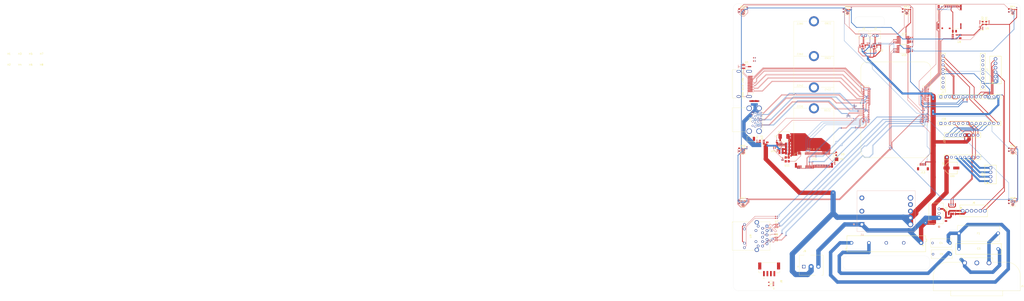
<source format=kicad_pcb>
(kicad_pcb (version 20241229) (generator "pcbnew") (generator_version "9.0")
  (layers (0 "F.Cu" signal) (4 "In1.Cu" power "L1.Cu") (6 "In2.Cu" power "L2.Cu") (2 "B.Cu" signal) (13 "F.Paste" user) (15 "B.Paste" user) (5 "F.SilkS" user "F.Silkscreen") (7 "B.SilkS" user "B.Silkscreen") (1 "F.Mask" user) (3 "B.Mask" user) (25 "Edge.Cuts" user))
  (net 0 "")
  (net 1 "GND")
  (net 2 "/CM5_GPIO ( Ethernet, GPIO, SDCARD)/VBAT")
  (net 3 "/CM5_HighSpeed/VBUS")
  (net 4 "/CM5_GPIO ( Ethernet, GPIO, SDCARD)/SD_PWR")
  (net 5 "/PCIe-M2/M2_3v3")
  (net 6 "/PCIe-M2/FB")
  (net 7 "/CM5_HighSpeed/HDMI_5v")
  (net 8 "Net-(D1-K)")
  (net 9 "Net-(D2-K)")
  (net 10 "Net-(D3-K)")
  (net 11 "/CM5_GPIO ( Ethernet, GPIO, SDCARD)/nRPIBOOT")
  (net 13 "/CM5_GPIO ( Ethernet, GPIO, SDCARD)/SYNC_OUT")
  (net 14 "/CM5_GPIO ( Ethernet, GPIO, SDCARD)/PMIC_ENABLE")
  (net 16 "/CM5_GPIO ( Ethernet, GPIO, SDCARD)/WL_nDis")
  (net 17 "/CM5_GPIO ( Ethernet, GPIO, SDCARD)/BT_nDis")
  (net 18 "/+5v")
  (net 19 "/CM5_HighSpeed/PCIE_RX_N")
  (net 20 "/CM5_HighSpeed/PCIE_RX_P")
  (net 21 "/CM5_HighSpeed/PCIE_TX_N")
  (net 22 "/CM5_HighSpeed/PCIE_TX_P")
  (net 23 "/CM5_HighSpeed/PCIE_nCLKREQ")
  (net 24 "/CM5_HighSpeed/PCIE_CLK_N")
  (net 25 "/CM5_HighSpeed/PCIE_CLK_P")
  (net 26 "/CM5_HighSpeed/DPHY0_D0_N")
  (net 27 "/CM5_HighSpeed/DPHY0_D0_P")
  (net 28 "/CM5_HighSpeed/DPHY0_D1_N")
  (net 29 "/CM5_HighSpeed/DPHY0_D1_P")
  (net 30 "/CM5_HighSpeed/DPHY0_C_N")
  (net 31 "/CM5_HighSpeed/DPHY0_C_P")
  (net 32 "/CM5_HighSpeed/DPHY0_D2_N")
  (net 33 "/CM5_HighSpeed/DPHY0_D2_P")
  (net 34 "/CM5_HighSpeed/DPHY0_D3_N")
  (net 35 "/CM5_HighSpeed/DPHY0_D3_P")
  (net 36 "/CM5_GPIO ( Ethernet, GPIO, SDCARD)/ID_SC")
  (net 37 "/CM5_GPIO ( Ethernet, GPIO, SDCARD)/ID_SD")
  (net 38 "/CM5_GPIO ( Ethernet, GPIO, SDCARD)/SD_DAT1")
  (net 39 "/CM5_GPIO ( Ethernet, GPIO, SDCARD)/SD_DAT0")
  (net 40 "/CM5_GPIO ( Ethernet, GPIO, SDCARD)/SD_CLK")
  (net 41 "/CM5_GPIO ( Ethernet, GPIO, SDCARD)/SD_CMD")
  (net 42 "/CM5_GPIO ( Ethernet, GPIO, SDCARD)/SD_DAT3")
  (net 43 "/CM5_GPIO ( Ethernet, GPIO, SDCARD)/SD_DAT2")
  (net 44 "/CM5_GPIO ( Ethernet, GPIO, SDCARD)/GPIO4")
  (net 45 "/CM5_GPIO ( Ethernet, GPIO, SDCARD)/GPIO14")
  (net 46 "/CM5_GPIO ( Ethernet, GPIO, SDCARD)/GPIO15")
  (net 47 "/CM5_GPIO ( Ethernet, GPIO, SDCARD)/GPIO17")
  (net 48 "/CM5_GPIO ( Ethernet, GPIO, SDCARD)/GPIO27")
  (net 49 "/CM5_GPIO ( Ethernet, GPIO, SDCARD)/GPIO23")
  (net 50 "/CM5_GPIO ( Ethernet, GPIO, SDCARD)/GPIO10")
  (net 51 "/CM5_GPIO ( Ethernet, GPIO, SDCARD)/GPIO9")
  (net 52 "/CM5_GPIO ( Ethernet, GPIO, SDCARD)/GPIO25")
  (net 53 "/CM5_GPIO ( Ethernet, GPIO, SDCARD)/GPIO11")
  (net 54 "/CM5_GPIO ( Ethernet, GPIO, SDCARD)/GPIO8")
  (net 55 "/CM5_GPIO ( Ethernet, GPIO, SDCARD)/GPIO7")
  (net 56 "/CM5_GPIO ( Ethernet, GPIO, SDCARD)/GPIO5")
  (net 57 "/CM5_GPIO ( Ethernet, GPIO, SDCARD)/GPIO6")
  (net 58 "/CM5_GPIO ( Ethernet, GPIO, SDCARD)/GPIO12")
  (net 59 "/CM5_GPIO ( Ethernet, GPIO, SDCARD)/GPIO13")
  (net 60 "/CM5_GPIO ( Ethernet, GPIO, SDCARD)/GPIO16")
  (net 61 "/CM5_GPIO ( Ethernet, GPIO, SDCARD)/TR1_TAP")
  (net 62 "/CM5_GPIO ( Ethernet, GPIO, SDCARD)/TR2_TAP")
  (net 63 "/CM5_GPIO ( Ethernet, GPIO, SDCARD)/TR0_TAP")
  (net 64 "/CM5_GPIO ( Ethernet, GPIO, SDCARD)/TR3_TAP")
  (net 65 "/CM5_HighSpeed/HDMI1_HOTPLUG")
  (net 66 "/CM5_HighSpeed/HDMI1_SDA")
  (net 67 "/CM5_HighSpeed/HDMI1_SCL")
  (net 68 "/CM5_HighSpeed/HDMI1_CEC")
  (net 69 "/CM5_HighSpeed/HDMI1_CK_N")
  (net 70 "/CM5_HighSpeed/HDMI1_CK_P")
  (net 71 "/CM5_HighSpeed/HDMI1_D0_N")
  (net 72 "/CM5_HighSpeed/HDMI1_D0_P")
  (net 73 "/CM5_HighSpeed/HDMI1_D1_N")
  (net 74 "/CM5_HighSpeed/HDMI1_D1_P")
  (net 75 "/CM5_HighSpeed/HDMI1_D2_N")
  (net 76 "/CM5_HighSpeed/HDMI1_D2_P")
  (net 77 "/CM5_HighSpeed/USB3-0-D_N")
  (net 78 "/CM5_HighSpeed/USB3-0-D_P")
  (net 79 "/CM5_HighSpeed/USB3-0-RX_N")
  (net 80 "/CM5_HighSpeed/USB3-0-RX_P")
  (net 81 "/CM5_HighSpeed/USB3-0-TX_N")
  (net 82 "/CM5_HighSpeed/USB3-0-TX_P")
  (net 83 "/CM5_HighSpeed/USB3-1-D_N")
  (net 84 "/CM5_HighSpeed/USB3-1-D_P")
  (net 85 "/CM5_HighSpeed/USB3-1-RX_N")
  (net 86 "/CM5_HighSpeed/USB3-1-RX_P")
  (net 87 "/CM5_HighSpeed/USB3-1-TX_N")
  (net 88 "/CM5_HighSpeed/USB3-1-TX_P")
  (net 89 "/CM5_GPIO ( Ethernet, GPIO, SDCARD)/TACHO")
  (net 90 "/CM5_GPIO ( Ethernet, GPIO, SDCARD)/PWM")
  (net 91 "/CM5_HighSpeed/DPHY1_D0_N")
  (net 92 "/CM5_HighSpeed/DPHY1_D0_P")
  (net 93 "/CM5_HighSpeed/DPHY1_D1_N")
  (net 94 "/CM5_HighSpeed/DPHY1_D1_P")
  (net 95 "/CM5_HighSpeed/DPHY1_C_N")
  (net 96 "/CM5_HighSpeed/DPHY1_C_P")
  (net 97 "/CM5_HighSpeed/DPHY1_D2_N")
  (net 98 "/CM5_HighSpeed/DPHY1_D2_P")
  (net 99 "/CM5_HighSpeed/DPHY1_D3_N")
  (net 100 "/CM5_HighSpeed/DPHY1_D3_P")
  (net 101 "/CM5_HighSpeed/HDMI0_HOTPLUG")
  (net 102 "/CM5_HighSpeed/HDMI0_SDA")
  (net 103 "/CM5_HighSpeed/HDMI0_SCL")
  (net 104 "/CM5_HighSpeed/HDMI0_CEC")
  (net 105 "/CM5_HighSpeed/HDMI0_CK_N")
  (net 106 "/CM5_HighSpeed/HDMI0_CK_P")
  (net 107 "/CM5_HighSpeed/HDMI0_D0_N")
  (net 108 "/CM5_HighSpeed/HDMI0_D0_P")
  (net 109 "/CM5_HighSpeed/HDMI0_D1_N")
  (net 110 "/CM5_HighSpeed/HDMI0_D1_P")
  (net 111 "/CM5_HighSpeed/HDMI0_D2_N")
  (net 112 "/CM5_HighSpeed/HDMI0_D2_P")
  (net 113 "/CM5_GPIO ( Ethernet, GPIO, SDCARD)/TRD3_P")
  (net 114 "/CM5_GPIO ( Ethernet, GPIO, SDCARD)/TRD1_P")
  (net 115 "/CM5_GPIO ( Ethernet, GPIO, SDCARD)/TRD3_N")
  (net 116 "/CM5_GPIO ( Ethernet, GPIO, SDCARD)/TRD1_N")
  (net 117 "/CM5_GPIO ( Ethernet, GPIO, SDCARD)/TRD2_N")
  (net 118 "/CM5_GPIO ( Ethernet, GPIO, SDCARD)/TRD0_N")
  (net 119 "/CM5_GPIO ( Ethernet, GPIO, SDCARD)/TRD2_P")
  (net 120 "/CM5_GPIO ( Ethernet, GPIO, SDCARD)/TRD0_P")
  (net 121 "/CM5_GPIO ( Ethernet, GPIO, SDCARD)/ETH_LEDY")
  (net 122 "/CM5_GPIO ( Ethernet, GPIO, SDCARD)/ETH_LEDG")
  (net 123 "Net-(Module1A-LED_nACT)")
  (net 129 "/CM5_GPIO ( Ethernet, GPIO, SDCARD)/SD_PWR_ON")
  (net 130 "/CM5_GPIO ( Ethernet, GPIO, SDCARD)/nPWR_LED")
  (net 131 "/CM5_HighSpeed/PCIE_PWR_EN")
  (net 132 "/CM5_HighSpeed/PCIE_nWAKE")
  (net 133 "/CM5_HighSpeed/PCIE_nRST")
  (net 134 "/CM5_HighSpeed/VBUS_EN")
  (net 135 "Net-(U10-LX)")
  (net 136 "Net-(U3-ILIM)")
  (net 138 "Net-(R6-Pad2)")
  (net 139 "/+3.3v_P")
  (net 140 "Net-(U9-LEDY_K)")
  (net 141 "Net-(U9-LEDG_K)")
  (net 142 "Net-(U13-SD_MODE)")
  (net 143 "/D+")
  (net 144 "/D-")
  (net 145 "/Teensy_4.0_Harness/4")
  (net 146 "/Teensy_4.0_Harness/0")
  (net 147 "/T_A0")
  (net 148 "/Teensy_4.0_Harness/3")
  (net 149 "/T_AG")
  (net 150 "/T_AR")
  (net 151 "/+3.3v_T")
  (net 152 "/T_AB")
  (net 154 "/BNO086/SI")
  (net 155 "/BNO086/CS")
  (net 156 "/BNO086/SO")
  (net 157 "/BNO086/WAK")
  (net 158 "/BNO086/SCK")
  (net 159 "/MaxAmplifier/OUTPL")
  (net 160 "/MaxAmplifier/OUTNL")
  (net 161 "/MaxAmplifier/OUTNR")
  (net 162 "/MaxAmplifier/OUTPR")
  (net 164 "/DRV225/Fault")
  (net 165 "/+24v")
  (net 166 "/SCLK")
  (net 167 "/SDI3")
  (net 168 "/WS")
  (net 169 "/SDI0")
  (net 170 "/SDI1")
  (net 171 "/SDI2")
  (net 173 "/CM5_GPIO ( Ethernet, GPIO, SDCARD)/CC2")
  (net 175 "/CM5_GPIO ( Ethernet, GPIO, SDCARD)/CC1")
  (net 176 "Net-(Module1A-+1.8v_(Output)-Pad88)")
  (net 177 "Net-(U12-SD_MODE)")
  (net 179 "/SDO0")
  (net 184 "/PWR_BUT")
  (net 185 "/Teensy_4.0_Harness/20")
  (net 186 "/Teensy_4.0_Harness/13")
  (net 187 "/T_BotSDA")
  (net 188 "/T_BotSCL")
  (net 189 "/Teensy_4.0_Harness/15")
  (net 190 "/T_RST")
  (net 191 "/AC_line")
  (net 192 "/AC_neutral2")
  (net 193 "/AC_neutral1")
  (net 194 "/AC_Earth")
  (net 195 "Net-(C13-Pad1)")
  (net 196 "Net-(Ue1-OA)")
  (net 197 "Net-(Ue1-OB)")
  (net 198 "/T_INT")
  (net 205 "Net-(J15-DAS{slash}~{DSS}{slash}~{LED1})")
  (net 207 "Net-(J15-SUSCLK)")
  (net 236 "/T_IA")
  (net 237 "/T_IB")
  (net 239 "/+9v")
  (net 240 "/T_SenseSDA")
  (net 241 "/T_SenseSCL")
  (net 242 "/DRV225/S_B1")
  (net 243 "/DRV225/S_A1")
  (net 244 "/DRV225/S_B2")
  (net 245 "/DRV225/S_A2")
  (net 246 "/DRV225/T_M1")
  (net 247 "/DRV225/T_EN")
  (net 248 "/DRV225/T_M2")
  (net 249 "/DRV225/T_Dir")
  (net 250 "/DRV225/T_Step")
  (net 251 "/DRV225/T_M0")
  (net 252 "Net-(U14-Y0)")
  (net 253 "Net-(U14-Y1)")
  (net 254 "Net-(U14-Y2)")
  (net 255 "Net-(U14-Y3)")
  (net 256 "Net-(U14-Y4)")
  (net 257 "Net-(U15-Y4)")
  (net 258 "Net-(U15-Y3)")
  (net 259 "Net-(U15-Y2)")
  (net 260 "Net-(U15-Y1)")
  (net 261 "Net-(U15-Y0)")
  (footprint "PCM_JLCPCB:C_0805" (layer "F.Cu") (at 562.378702 311.8175 180)
    (property "Reference" "C21" (hide yes))
    (property "Value" "10uF")
  )
  (footprint "PCM_JLCPCB:C_0402" (layer "F.Cu") (at 556.426298 315.7925 -90)
    (property "Reference" "C16" (hide yes))
    (property "Value" "100nF")
  )
  (footprint "Custom Components:691210910006" (layer "F.Cu") (at 669.331298 350.31)
    (property "Reference" "J6")
    (property "Value" "691210910006")
  )
  (footprint "Package_TO_SOT_SMD:SOT-353_SC-70-5" (layer "F.Cu") (at 673.527 245.4125 180)
    (property "Reference" "U5")
    (property "Value" "74LVC1G07SE-7")
  )
  (footprint "Package_SON:USON-10_2.5x1.0mm_P0.5mm" (layer "F.Cu") (at 555.926202 358.900789 180)
    (property "Reference" "U7")
    (property "Value" "TPD4EUSB30")
  )
  (footprint "PCM_JLCPCB:R_0402" (layer "F.Cu") (at 554.8925 313.1825)
    (property "Reference" "R10" (hide yes))
    (property "Value" "10kΩ" (hide yes))
  )
  (footprint "PCM_JLCPCB:R_0402" (layer "F.Cu") (at 613.116395 258.985 90)
    (property "Reference" "R21" (hide yes))
    (property "Value" "2.2kΩ" (hide yes))
  )
  (footprint "PCM_JLCPCB:C_0805" (layer "F.Cu") (at 562.378702 315.4275 180)
    (property "Reference" "C19" (hide yes))
    (property "Value" "10uF")
  )
  (footprint "PCM_JLCPCB:C_0402" (layer "F.Cu") (at 554.8975 314.2425)
    (property "Reference" "C17" (hide yes))
    (property "Value" "4.7nF")
  )
  (footprint "PCM_JLCPCB:C_0402" (layer "F.Cu") (at 539.01699 314 -90)
    (property "Reference" "C28" (hide yes))
    (property "Value" "100nF")
  )
  (footprint "PCM_JLCPCB:C_0402" (layer "F.Cu") (at 633.01699 234 -90)
    (property "Reference" "C25" (hide yes))
    (property "Value" "100nF")
  )
  (footprint "PCM_JLCPCB:R_0402" (layer "F.Cu") (at 589.5 322.95 -90)
    (property "Reference" "R12" (hide yes))
    (property "Value" "1kΩ" (hide yes))
  )
  (footprint "PCM_JLCPCB:R_0603" (layer "F.Cu") (at 689.51699 315.18 -90)
    (property "Reference" "R18" (hide yes))
    (property "Value" "100Ω")
  )
  (footprint "Connector_JST:JST_SH_BM04B-SRSS-TB_1x04-1MP_P1.00mm_Vertical" (layer "F.Cu") (at 640.151298 324.955 180)
    (property "Reference" "J13")
    (property "Value" "JST_SHBM04B-SRSS-TB")
  )
  (footprint "Resistor_SMD:R_0402_1005Metric" (layer "F.Cu") (at 544.76 310.263702 90)
    (property "Reference" "R1")
    (property "Value" "15K 1%")
  )
  (footprint "PCM_JLCPCB:C_0402" (layer "F.Cu") (at 555.67 363.72)
    (property "Reference" "C13" (hide yes))
    (property "Value" "100nF")
  )
  (footprint "PCM_JLCPCB:C_0402" (layer "F.Cu") (at 543.321298 264.23)
    (property "Reference" "C11" (hide yes))
    (property "Value" "100nF")
  )
  (footprint "Custom Components:SOIC127P599X172-8N" (layer "F.Cu") (at 656.901298 349.375 90)
    (property "Reference" "Ue1")
    (property "Value" "L9110S")
  )
  (footprint "Sensor_Audio:InvenSense_ICS-43434-6_3.5x2.65mm" (layer "F.Cu") (at 691.76699 346.04)
    (property "Reference" "MK8")
    (property "Value" "ICS-43434")
  )
  (footprint "Custom Components:691101810005" (layer "F.Cu") (at 619.101298 368.71 180)
    (property "Reference" "J5" (hide yes))
    (property "Value" "691101810005")
  )
  (footprint "PCM_JLCPCB:R_0402" (layer "F.Cu") (at 633.5515 250.6835)
    (property "Reference" "R27" (hide yes))
    (property "Value" "33Ω" (hide yes))
  )
  (footprint "Custom Components:61300811821" (layer "F.Cu") (at 662.85 306.82726)
    (property "Reference" "J20")
    (property "Value" "6130XX11821_61300811821")
  )
  (footprint "PCM_JLCPCB:C_0402" (layer "F.Cu") (at 694.01699 344 -90)
    (property "Reference" "C31" (hide yes))
    (property "Value" "100nF")
  )
  (footprint "CM5IO:TRJG0926HENL" (layer "F.Cu") (at 541.65 364.815 -90)
    (property "Reference" "U9")
    (property "Value" "MagJack-A70-112-331N126")
  )
  (footprint "Custom Components:SOT-23-5L_SEM" (layer "F.Cu") (at 552.91745 392.307001 180)
    (property "Reference" "U2")
    (property "Value" "RCLAMP3354S.TCT")
  )
  (footprint "Custom Components:JST_B2B-PH-K-S" (layer "F.Cu") (at 606.131395 249.15)
    (property "Reference" "J3")
    (property "Value" "B2B-PH-K-S")
  )
  (footprint "Custom Components:SAMTEC_SSW-114-01-X-S" (layer "F.Cu") (at 666.956298 284.83)
    (property "Reference" "J17")
    (property "Value" "SSW-114-01-X-S")
  )
  (footprint "PCM_JLCPCB:R_0402" (layer "F.Cu") (at 555.938702 353.518289 180)
    (property "Reference" "R7" (hide yes))
    (property "Value" "470Ω" (hide yes))
  )
  (footprint "Sensor_Audio:InvenSense_ICS-43434-6_3.5x2.65mm" (layer "F.Cu") (at 691.76699 236.04)
    (property "Reference" "MK4")
    (property "Value" "ICS-43434")
  )
  (footprint "PCM_JLCPCB:R_0402" (layer "F.Cu") (at 624.0515 258.4955 180)
    (property "Reference" "R29" (hide yes))
    (property "Value" "33Ω" (hide yes))
  )
  (footprint "Custom Components:61300811821" (layer "F.Cu") (at 651.696173 270.246192 90)
    (property "Reference" "J18")
    (property "Value" "6130XX11821_61300811821")
  )
  (footprint "PCM_JLCPCB:R_0603" (layer "F.Cu") (at 594.51699 235.18 -90)
    (property "Reference" "R13" (hide yes))
    (property "Value" "100Ω")
  )
  (footprint "PCM_JLCPCB:C_0805" (layer "F.Cu") (at 550.695 311.928702 90)
    (property "Reference" "C6" (hide yes))
    (property "Value" "10uF")
  )
  (footprint "Sensor_Audio:InvenSense_ICS-43434-6_3.5x2.65mm" (layer "F.Cu") (at 596.76699 236.04)
    (property "Reference" "MK1")
    (property "Value" "ICS-43434")
  )
  (footprint "PCM_JLCPCB:C_0805" (layer "F.Cu") (at 658.258298 247.102)
    (property "Reference" "C12" (hide yes))
    (property "Value" "10uF")
  )
  (footprint "Package_TO_SOT_SMD:TSOT-23_HandSoldering" (layer "F.Cu") (at 538.801298 267.4675)
    (property "Reference" "U4")
    (property "Value" "RT9742SNGV")
  )
  (footprint "PCM_JLCPCB:R_0603" (layer "F.Cu") (at 689.51699 235.18 -90)
    (property "Reference" "R16" (hide yes))
    (property "Value" "100Ω")
  )
  (footprint "Sensor_Audio:InvenSense_ICS-43434-6_3.5x2.65mm" (layer "F.Cu") (at 536.76699 346.04)
    (property "Reference" "MK7")
    (property "Value" "ICS-43434")
  )
  (footprint "CM5IO:MountingHole_2.7mm_M2.5_DIN965" (layer "F.Cu") (at 115 269.7)
    (property "Reference" "H2")
    (property "Value" "MountingHole")
  )
  (footprint "PCM_JLCPCB:R_0402" (layer "F.Cu") (at 606.431395 258.985 90)
    (property "Reference" "R22" (hide yes))
    (property "Value" "100kΩ" (hide yes))
  )
  (footprint "PCM_JLCPCB:R_0603" (layer "F.Cu") (at 628.51699 235.18 -90)
    (property "Reference" "R14" (hide yes))
    (property "Value" "100Ω")
  )
  (footprint "PCM_JLCPCB:C_0805" (layer "F.Cu") (at 562.378702 317.2325 180)
    (property "Reference" "C18" (hide yes))
    (property "Value" "10uF")
  )
  (footprint "TestPoint:TestPoint_Pad_2.0x2.0mm" (layer "F.Cu") (at 590.5 320.7 -90)
    (property "Reference" "TP1")
    (property "Value" "TestPoint")
  )
  (footprint "PCM_JLCPCB:R_0402" (layer "F.Cu") (at 624.0515 253.9335 180)
    (property "Reference" "R24" (hide yes))
    (property "Value" "33Ω" (hide yes))
  )
  (footprint "Sensor_Audio:InvenSense_ICS-43434-6_3.5x2.65mm" (layer "F.Cu") (at 630.76699 236.04)
    (property "Reference" "MK2")
    (property "Value" "ICS-43434")
  )
  (footprint "PCM_JLCPCB:C_0805" (layer "F.Cu") (at 562.378702 313.6225 180)
    (property "Reference" "C20" (hide yes))
    (property "Value" "10uF")
  )
  (footprint "Package_TO_SOT_SMD:SOT-23-5" (layer "F.Cu") (at 658.4375 250.2095)
    (property "Reference" "U8")
    (property "Value" "RT9742GGJ5")
  )
  (footprint "PCM_JLCPCB:C_0805" (layer "F.Cu") (at 558.626298 314.8925)
    (property "Reference" "C14" (hide yes))
    (property "Value" "10uF")
  )
  (footprint "PCM_JLCPCB:R_0402" (layer "F.Cu") (at 624.0515 257.2455 180)
    (property "Reference" "R30" (hide yes))
    (property "Value" "33Ω" (hide yes))
  )
  (footprint "Sensor_Audio:InvenSense_ICS-43434-6_3.5x2.65mm" (layer "F.Cu") (at 536.76699 316.04)
    (property "Reference" "MK5")
    (property "Value" "ICS-43434")
  )
  (footprint "CM5IO:MountingHole_2.7mm_M2.5_DIN965" (layer "F.Cu") (at 121.25 263.45)
    (property "Reference" "H3")
    (property "Value" "MountingHole")
  )
  (footprint "Sensor_Audio:InvenSense_ICS-43434-6_3.5x2.65mm" (layer "F.Cu") (at 691.76699 316.04)
    (property "Reference" "MK6")
    (property "Value" "ICS-43434")
  )
  (footprint "PCM_JLCPCB:R_0402" (layer "F.Cu") (at 624.0515 259.2455 180)
    (property "Reference" "R31" (hide yes))
    (property "Value" "33Ω" (hide yes))
  )
  (footprint "CM5IO:MountingHole_2.7mm_M2.5_DIN965" (layer "F.Cu") (at 121.25 269.7)
    (property "Reference" "H4")
    (property "Value" "MountingHole")
  )
  (footprint "Custom Components:QFN50P300X300X80-17N" (layer "F.Cu") (at 612.181395 255.735 90)
    (property "Reference" "U12")
    (property "Value" "MAX98357AETE_T")
  )
  (footprint "CM5IO:M.2 M Key socket" (layer "F.Cu") (at 577.521298 319.657 180)
    (property "Reference" "J15")
    (property "Value" "Bus_M.2_Socket_M")
  )
  (footprint "PCM_JLCPCB:R_0603" (layer "F.Cu") (at 689.51699 345.18 -90)
    (property "Reference" "R19" (hide yes))
    (property "Value" "100Ω")
  )
  (footprint "Custom Components:691210910004" (layer "F.Cu") (at 679 329.43 90)
    (property "Reference" "J10")
    (property "Value" "691210910004")
  )
  (footprint "CM5IO:MountingHole_2.7mm_M2.5_DIN965" (layer "F.Cu") (at 133.75 263.45)
    (property "Reference" "H7")
    (property "Value" "MountingHole")
  )
  (footprint "Custom Components:61300811821" (layer "F.Cu") (at 662.85 319.52726)
    (property "Reference" "J21")
    (property "Value" "6130XX11821_61300811821")
  )
  (footprint "Custom Components:CAP_DE1E3RA472MA4BN01F" (layer "F.Cu") (at 650.676066 368.791017 180)
    (property "Reference" "C4")
    (property "Value" "DE1E3RA472MA4BN01F")
  )
  (footprint "Custom Components:691210910006" (layer "F.Cu") (at 681.862923 269.356192 90)
    (property "Reference" "J7")
    (property "Value" "691210910006")
  )
  (footprint "PCM_JLCPCB:R_0402" (layer "F.Cu") (at 555.938702 354.593289 180)
    (property "Reference" "R8" (hide yes))
    (property "Value" "470Ω" (hide yes))
  )
  (footprint "Custom Components:QFN50P300X300X80-17N" (layer "F.Cu") (at 605.496395 255.735 90)
    (property "Reference" "U13")
    (property "Value" "MAX98357AETE_T")
  )
  (footprint "Custom Components:VR10S09" (layer "F.Cu") (at 649.401298 354.29 90)
    (property "Reference" "J4")
    (property "Value" "VR10S09")
  )
  (footprint "PCM_JLCPCB:C_0402" (layer "F.Cu") (at 615.866395 254.485 -90)
    (property "Reference" "C32" (hide yes))
    (property "Value" "10uF")
  )
  (footprint "PCM_JLCPCB:C_0805" (layer "F.Cu") (at 542.235 288.213702 90)
    (property "Reference" "C8" (hide yes))
    (property "Value" "10uF")
  )
  (footprint "PCM_JLCPCB:C_0805" (layer "F.Cu") (at 544.085 288.213702 90)
    (property "Reference" "C9" (hide yes))
    (property "Value" "10uF")
  )
  (footprint "PCM_JLCPCB:C_0402" (layer "F.Cu") (at 694.01699 234 -90)
    (property "Reference" "C27" (hide yes))
    (property "Value" "100nF")
  )
  (footprint "LED_SMD:LED_0603_1608Metric" (layer "F.Cu") (at 676.500631 242.4225 -90)
    (property "Reference" "D1")
    (property "Value" "LED Green")
  )
  (footprint "PCM_JLCPCB:R_0402" (layer "F.Cu") (at 672.805298 241.8025 -90)
    (property "Reference" "R6" (hide yes))
    (property "Value" "1kΩ" (hide yes))
  )
  (footprint "Custom Components:SAMTEC_SSW-114-01-X-S" (layer "F.Cu") (at 666.956298 300.07)
    (property "Reference" "J16")
    (property "Value" "SSW-114-01-X-S")
  )
  (footprint "PCM_JLCPCB:C_1206" (layer "F.Cu") (at 641.631298 355.59 -90)
    (property "Reference" "C1" (hide yes))
    (property "Value" "10uF")
  )
  (footprint "PCM_JLCPCB:C_0402" (layer "F.Cu") (at 633.5515 253.4335 180)
    (property "Reference" "C36" (hide yes))
    (property "Value" "100nF")
  )
  (footprint "PCM_JLCPCB:R_0402" (layer "F.Cu") (at 633.5515 257.9955)
    (property "Reference" "R32" (hide yes))
    (property "Value" "33Ω" (hide yes))
  )
  (footprint "CM5IO:Raspberry-Pi-5-Compute-Module" (layer "F.Cu") (at 641.021298 268.27 180)
    (property "Reference" "Module1" (hide yes))
    (property "Value" "ComputeModule5-CM5")
  )
  (footprint "Sensor_Audio:InvenSense_ICS-43434-6_3.5x2.65mm" (layer "F.Cu") (at 536.76699 236.04)
    (property "Reference" "MK3")
    (property "Value" "ICS-43434")
  )
  (footprint "PCM_JLCPCB:R_0402" (layer "F.Cu") (at 624.0515 251.9335 180)
    (property "Reference" "R25" (hide yes))
    (property "Value" "33Ω" (hide yes))
  )
  (footprint "Package_TO_SOT_SMD:SOT-23-6" (layer "F.Cu") (at 547.6 310.7875 180)
    (property "Reference" "U3")
    (property "Value" "AP22653W6")
  )
  (footprint "PCM_JLCPCB:C_0402" (layer "F.Cu") (at 614.866395 254.485 -90)
    (property "Reference" "C33" (hide yes))
    (property "Value" "10uF")
  )
  (footprint "PCM_JLCPCB:R_0402" (layer "F.Cu") (at 633.5515 255.9955)
    (property "Reference" "R28" (hide yes))
    (property "Value" "33Ω" (hide yes))
  )
  (footprint "LED_SMD:LED_0603_1608Metric" (layer "F.Cu") (at 674.467965 242.4225 -90)
    (property "Reference" "D2")
    (property "Value" "LED Red")
  )
  (footprint "Crystal:Crystal_SMD_3225-4Pin_3.2x2.5mm" (layer "F.Cu") (at 562.178798 320.7375 -90)
    (property "Reference" "U11")
    (property "Value" "ASEK-32.768KHZ-L-R-T")
  )
  (footprint "Custom Components:CAP_DE1E3RA472MA4BN01F" (layer "F.Cu") (at 650.926066 375.201017)
    (property "Reference" "C5")
    (property "Value" "DE1E3RA472MA4BN01F")
  )
  (footprint "Package_DFN_QFN:DFN-8-1EP_2x2mm_P0.5mm_EP1.05x1.75mm" (layer "F.Cu") (at 558.5775 312.265 90)
    (property "Reference" "U10")
    (property "Value" "AP3441SHE-7B")
  )
  (footprint "PCM_JLCPCB:R_0402" (layer "F.Cu") (at 665.5 287.2 90)
    (property "Reference" "R2" (hide yes))
    (property "Value" "7.5kΩ" (hide yes))
  )
  (footprint "PCM_JLCPCB:R_0603" (layer "F.Cu") (at 534.51699 345.18 -90)
    (property "Reference" "R20" (hide yes))
    (property "Value" "100Ω")
  )
  (footprint "PCM_JLCPCB:R_0402" (layer "F.Cu") (at 678.163298 241.8025 -90)
    (property "Reference" "R4" (hide yes))
    (property "Value" "1kΩ" (hide yes))
  )
  (footprint "Custom Components:MOLEX_1726470103" (layer "F.Cu") (at 571.701298 382.36)
    (property "Reference" "J9")
    (property "Value" "1726470103")
  )
  (footprint "PCM_JLCPCB:C_0402" (layer "F.Cu") (at 539.01699 234 -90)
    (property "Reference" "C26" (hide yes))
    (property "Value" "100nF")
  )
  (footprint "PCM_JLCPCB:C_0402" (layer "F.Cu") (at 543.321298 262.38)
    (property "Reference" "C10" (hide yes))
    (property "Value" "100nF")
  )
  (footprint "CM5IO:MountingHole_2.7mm_M2.5_DIN965" (layer "F.Cu") (at 133.75 269.7)
    (property "Reference" "H8")
    (property "Value" "MountingHole")
  )
  (footprint "Custom Components:WCAP-FTX2_P22.5L26W6H12_CS" (layer "F.Cu") (at 672.101298 372.21 180)
    (property "Reference" "C3")
    (property "Value" "WCAP-FTX2_P22.5_CS")
  )
  (footprint "PCM_JLCPCB:C_0402" (layer "F.Cu") (at 599.01699 234 -90)
    (property "Reference" "C24" (hide yes))
    (property "Value" "100nF")
  )
  (footprint "PCM_JLCPCB:C_0402" (layer "F.Cu") (at 609.181395 254.485 -90)
    (property "Reference" "C34" (hide yes))
    (property "Value" "10uF")
  )
  (footprint "PCM_JLCPCB:C_0402" (layer "F.Cu") (at 694.01699 314 -90)
    (property "Reference" "C29" (hide yes))
    (property "Value" "100nF")
  )
  (footprint "Custom Components:QUALTEK_703W-00_53" (layer "F.Cu") (at 671.101298 380.21 180)
    (property "Reference" "J1")
    (property "Value" "703W-00_53")
  )
  (footprint "PCM_JLCPCB:R_0603" (layer "F.Cu") (at 534.51699 315.18 -90)
    (property "Reference" "R17" (hide yes))
    (property "Value" "100Ω")
  )
  (footprint "PCM_JLCPCB:R_0402" (layer "F.Cu") (at 556.085 310.415 -90)
    (property "Reference" "R9" (hide yes))
    (property "Value" "100kΩ" (hide yes))
  )
  (footprint "LED_SMD:LED_0603_1608Metric" (layer "F.Cu") (at 590.321298 317.50625 90)
    (property "Reference" "D3")
    (property "Value" "LED Green")
  )
  (footprint "Custom Components:SOP65P640X120-14N" (layer "F.Cu") (at 628.7375 252.0455 180)
    (property "Reference" "U14")
    (property "Value" "CDCLVC1106PWR")
  )
  (footprint "Package_SON:USON-10_2.5x1.0mm_P0.5mm" (layer "F.Cu") (at 555.926202 366.400789 180)
    (property "Reference" "U6")
    (property "Value" "TPD4EUSB30")
  )
  (footprint "PCM_JLCPCB:R_0805" (layer "F.Cu") (at 661.598298 250.196 90)
    (property "Reference" "R5" (hide yes))
    (property "Value" "13kΩ")
  )
  (footprint "PCM_JLCPCB:C_0805" (layer "F.Cu") (at 558.626298 316.9425)
    (property "Reference" "C15" (hide yes))
    (property "Value" "10uF")
  )
  (footprint "CM5IO:SDCARD_MOLEX_503398-1892" (layer "F.Cu") (at 655.44 238.564)
    (property "Reference" "J14")
    (property "Value" "Micro_SD_Card_Det")
  )
  (footprint "PCM_JLCPCB:R_0603" (layer "F.Cu") (at 534.51699 235.18 -90)
    (property "Reference" "R15" (hide yes))
    (property "Value" "100Ω")
  )
  (footprint "Custom Components:MOLEX_5055750471" (layer "F.Cu") (at 551.783 383.73875)
    (property "Reference" "J8")
    (property "Value" "5055750471")
  )
  (footprint "PCM_JLCPCB:C_0805" (layer "F.Cu") (at 653.371298 355.21 -90)
    (property "Reference" "C2" (hide yes))
    (property "Value" "22uF")
  )
  (footprint "CM5IO:MTCONN_UBAF30-D2011" (layer "F.Cu") (at 540.301298 297.958423 -90)
    (property "Reference" "J12")
    (property "Value" "USB3_A")
  )
  (footprint "Custom Components:61300811821" (layer "F.Cu") (at 674.556173 270.246192 90)
    (property "Reference" "J19")
    (property "Value" "6130XX11821_61300811821")
  )
  (footprint "PCM_JLCPCB:R_0402" (layer "F.Cu") (at 556.46 312.585 90)
    (property "Reference" "R11" (hide yes))
    (property "Value" "2.2kΩ" (hide yes))
  )
  (footprint "CM5IO:MountingHole_2.7mm_M2.5_DIN965" (layer "F.Cu") (at 127.5 263.45)
    (property "Reference" "H5")
    (property "Value" "MountingHole")
  )
  (footprint "PCM_JLCPCB:C_0402" (layer "F.Cu") (at 539.01699 344 -90)
    (property "Reference" "C30" (hide yes))
    (property "Value" "100nF")
  )
  (footprint "Custom Components:FUSE_4628" (layer "F.Cu") (at 672.101298 363.21)
    (property "Reference" "F1")
    (property "Value" "4628")
  )
  (footprint "PCM_JLCPCB:C_0402" (layer "F.Cu") (at 633.5515 258.7455 180)
    (property "Reference" "C37" (hide yes))
    (property "Value" "100nF")
  )
  (footprint "PCM_JLCPCB:C_CASE-B-3528-21(mm)" (layer "F.Cu") (at 541.51 308.968702)
    (property "Reference" "C7" (hide yes))
    (property "Value" "100nF")
  )
  (footprint "CM5IO:L_Bourns_SRP5030CC" (layer "F.Cu") (at 560.375 307.575)
    (property "Reference" "L1")
    (property "Value" "2.2uH")
  )
  (footprint "PCM_JLCPCB:R_0402" (layer "F.Cu") (at 663.25 287.2 -90)
    (property "Reference" "R3" (hide yes))
    (property "Value" "7.5kΩ" (hide yes))
  )
  (footprint "PCM_JLCPCB:C_0402" (layer "F.Cu") (at 559.501298 320.5575 -90)
    (property "Reference" "C22" (hide yes))
    (property "Value" "100nF")
  )
  (footprint "CM5IO:EDAC 690-019-298-412" (layer "F.Cu") (at 540.226298 277.4 -90)
    (property "Reference" "J11")
    (property "Value" "690-019-298-412")
  )
  (footprint "PCM_JLCPCB:R_0402" (layer "F.Cu") (at 633.5515 252.6835)
    (property "Reference" "R23" (hide yes))
    (property "Value" "33Ω" (hide yes))
  )
  (footprint "CM5IO:MountingHole_2.7mm_M2.5_DIN965" (layer "F.Cu") (at 115 263.45)
    (property "Reference" "H1")
    (property "Value" "MountingHole")
  )
  (footprint "CM5IO:MountingHole_2.7mm_M2.5_DIN965" (layer "F.Cu") (at 127.5 269.7)
    (property "Reference" "H6")
    (property "Value" "MountingHole")
  )
  (footprint "PCM_JLCPCB:C_0402" (layer "F.Cu") (at 608.181395 254.485 -90)
    (property "Reference" "C35" (hide yes))
    (property "Value" "10uF")
  )
  (footprint "Custom Components:SOP65P640X120-14N" (layer "F.Cu") (at 628.7375 257.3575 180)
    (property "Reference" "U15")
    (property "Value" "CDCLVC1106PWR")
  )
  (footprint "PCM_JLCPCB:R_0402" (layer "F.Cu") (at 624.0515 253.1835 180)
    (property "Reference" "R26" (hide yes))
    (property "Value" "33Ω" (hide yes))
  )
  (footprint "Custom Components:WCAP-ASLI_6.3X7.7_DXL_" (layer "F.Cu") (at 656.5 325.7 180)
    (property "Reference" "C23")
    (property "Value" "WCAP-ASLI_6.3X7.7")
  )
  (footprint "Custom Components:JST_B2B-PH-K-S" (layer "F.Cu") (at 612.806395 249.15)
    (property "Reference" "J2")
    (property "Value" "B2B-PH-K-S")
  )
  (footprint "Custom Components:VREG_UWS-5_10-Q48N-C" (layer "B.Cu") (at 619.021798 350.51)
    (property "Reference" "U1")
    (property "Value" "UWS-5_10-Q48N-C")
  )
  (gr_arc (start 534.101298 396.21) (mid 531.979978 395.33132) (end 531.101298 393.21) (stroke (width 0.05)) (layer "Edge.Cuts"))
  (gr_line (start 641.101298 384.21) (end 597.101298 384.21) (stroke (width 0.05)) (layer "Edge.Cuts"))
  (gr_line (start 534.101298 396.21) (end 696.101298 396.21) (stroke (width 0.05)) (layer "Edge.Cuts"))
  (gr_arc (start 618 242.7) (mid 617.414214 244.114214) (end 616 244.7) (stroke (width 0.05)) (layer "Edge.Cuts"))
  (gr_line (start 531.101298 393.21) (end 531.101298 234.21) (stroke (width 0.05)) (layer "Edge.Cuts"))
  (gr_arc (start 644.101298 381.21) (mid 643.222618 383.33132) (end 641.101298 384.21) (stroke (width 0.05)) (layer "Edge.Cuts"))
  (gr_line (start 594.101298 381.21) (end 594.101298 379.21) (stroke (width 0.05)) (layer "Edge.Cuts"))
  (gr_arc (start 601 240.7) (mid 601.585786 239.285786) (end 603 238.7) (stroke (width 0.05)) (layer "Edge.Cuts"))
  (gr_line (start 644.101298 379.21) (end 644.101298 381.21) (stroke (width 0.05)) (layer "Edge.Cuts"))
  (gr_arc (start 693.101298 231.21) (mid 695.222618 232.08868) (end 696.101298 234.21) (stroke (width 0.05)) (layer "Edge.Cuts"))
  (gr_line (start 693.101298 231.21) (end 607.5 231.21) (stroke (width 0.05)) (layer "Edge.Cuts"))
  (gr_line (start 607.5 231.21) (end 534.101298 231.21) (stroke (width 0.05)) (layer "Edge.Cuts"))
  (gr_arc (start 594.101298 379.21) (mid 594.979978 377.08868) (end 597.101298 376.21) (stroke (width 0.05)) (layer "Edge.Cuts"))
  (gr_line (start 618 240.7) (end 618 242.7) (stroke (width 0.05)) (layer "Edge.Cuts"))
  (gr_arc (start 641.101298 376.21) (mid 643.222618 377.08868) (end 644.101298 379.21) (stroke (width 0.05)) (layer "Edge.Cuts"))
  (gr_line (start 601 242.7) (end 601 240.7) (stroke (width 0.05)) (layer "Edge.Cuts"))
  (gr_line (start 603 238.7) (end 616 238.7) (stroke (width 0.05)) (layer "Edge.Cuts"))
  (gr_arc (start 597.101298 384.21) (mid 594.979978 383.33132) (end 594.101298 381.21) (stroke (width 0.05)) (layer "Edge.Cuts"))
  (gr_arc (start 616 238.7) (mid 617.414214 239.285786) (end 618 240.7) (stroke (width 0.05)) (layer "Edge.Cuts"))
  (gr_line (start 616 244.7) (end 603 244.7) (stroke (width 0.05)) (layer "Edge.Cuts"))
  (gr_line (start 597.101298 376.21) (end 641.101298 376.21) (stroke (width 0.05)) (layer "Edge.Cuts"))
  (gr_arc (start 603 244.7) (mid 601.585786 244.114214) (end 601 242.7) (stroke (width 0.05)) (layer "Edge.Cuts"))
  (gr_arc (start 531.101298 234.21) (mid 531.979978 232.08868) (end 534.101298 231.21) (stroke (width 0.05)) (layer "Edge.Cuts"))
  (gr_line (start 696.101298 234.21) (end 696.101298 396.21) (stroke (width 0.05)) (layer "Edge.Cuts"))
  (segment (start 674 319.2) (end 672.696 319.2) (width 0.13) (layer "B.Cu") (net 0))
  (segment (start 672.696 319.2) (end 672.696 319.52726) (width 0.13) (layer "B.Cu") (net 0))
  (segment (start 539.526298 279.9) (end 540.956298 279.9) (width 0.13) (layer "F.Cu") (net 1))
  (segment (start 583.430298 323.966) (end 584.612298 323.966) (width 0.25) (layer "F.Cu") (net 1))
  (segment (start 609.061298 295.97) (end 608.619298 295.97) (width 0.13) (layer "F.Cu") (net 1))
  (segment (start 574.271298 325.837) (end 574.337298 325.903) (width 0.25) (layer "F.Cu") (net 1))
  (segment (start 640.413298 295.57) (end 640.522298 295.461) (width 0.13) (layer "F.Cu") (net 1))
  (segment (start 640.522298 296.031) (end 640.522298 297.109) (width 0.13) (layer "F.Cu") (net 1))
  (segment (start 640.461298 295.97) (end 640.522298 296.031) (width 0.13) (layer "F.Cu") (net 1))
  (segment (start 689.51699 346) (end 689.5 346) (width 0.13) (layer "F.Cu") (net 1))
  (segment (start 605.501298 289.97) (end 605.981298 289.97) (width 0.13) (layer "F.Cu") (net 1))
  (segment (start 658.806298 347.643702) (end 658.806298 346.695) (width 0.5) (layer "F.Cu") (net 1))
  (segment (start 643.061298 293.17) (end 643.541298 293.17) (width 0.13) (layer "F.Cu") (net 1))
  (segment (start 692.42949 236.75) (end 692.42949 236.270041) (width 0.13) (layer "F.Cu") (net 1))
  (segment (start 606.461298 297.17) (end 606.527298 297.104) (width 0.13) (layer "F.Cu") (net 1))
  (segment (start 654.996298 347.696298) (end 655.5 348.2) (width 0.5) (layer "F.Cu") (net 1))
  (segment (start 580.271298 324.932) (end 580.271298 324.125) (width 0.25) (layer "F.Cu") (net 1))
  (segment (start 640.413298 289.57) (end 639.981298 289.57) (width 0.13) (layer "F.Cu") (net 1))
  (segment (start 577.271298 325.8) (end 577.271298 324.932) (width 0.25) (layer "F.Cu") (net 1))
  (segment (start 534.191298 267.4675) (end 534.121298 267.3975) (width 0.13) (layer "F.Cu") (net 1))
  (segment (start 568.79 325.957) (end 568.32 325.957) (width 0.25) (layer "F.Cu") (net 1))
  (segment (start 568.771298 324.932) (end 568.771298 325.938298) (width 0.23) (layer "F.Cu") (net 1))
  (segment (start 561.138702 316.9425) (end 561.428702 317.2325) (width 1) (layer "F.Cu") (net 1))
  (segment (start 606.423298 280.37) (end 606.527298 280.474) (width 0.13) (layer "F.Cu") (net 1))
  (segment (start 556.535 311.365) (end 556.46 311.29) (width 0.13) (layer "F.Cu") (net 1))
  (segment (start 692.42949 316.270041) (end 691.657449 315.498) (width 0.13) (layer "F.Cu") (net 1))
  (segment (start 640.461298 293.57) (end 640.522298 293.509) (width 0.13) (layer "F.Cu") (net 1))
  (segment (start 539.614298 281.4) (end 539.460298 281.246) (width 0.13) (layer "F.Cu") (net 1))
  (segment (start 606.461298 281.57) (end 605.981298 281.57) (width 0.13) (layer "F.Cu") (net 1))
  (segment (start 639.981298 291.57) (end 640.461298 291.57) (width 0.13) (layer "F.Cu") (net 1))
  (segment (start 562.178798 311.4) (end 561.846202 311.4) (width 0.23) (layer "F.Cu") (net 1))
  (segment (start 539.460298 281.21) (end 539.460298 279.966) (width 0.13) (layer "F.Cu") (net 1))
  (segment (start 609.061298 282.77) (end 608.581298 282.77) (width 0.13) (layer "F.Cu") (net 1))
  (segment (start 609.005537 292.425761) (end 609.061298 292.37) (width 0.13) (layer "F.Cu") (net 1))
  (segment (start 608.515298 280.95) (end 607.541298 280.95) (width 0.13) (layer "F.Cu") (net 1))
  (segment (start 639.365298 288.3) (end 639.365298 288.004) (width 0.13) (layer "F.Cu") (net 1))
  (segment (start 640.527298 297.236) (end 640.461298 297.17) (width 0.13) (layer "F.Cu") (net 1))
  (segment (start 639.981298 299.57) (end 640.461298 299.57) (width 0.13) (layer "F.Cu") (net 1))
  (segment (start 583.271298 323.97) (end 583.267298 323.966) (width 0.25) (layer "F.Cu") (net 1))
  (segment (start 534.51699 236) (end 534.5 236) (width 0.13) (layer "F.Cu") (net 1))
  (segment (start 610.746395 255.985) (end 611.931395 255.985) (width 0.23) (layer "F.Cu") (net 1))
  (segment (start 692.42949 346.270041) (end 691.657449 345.498) (width 0.13) (layer "F.Cu") (net 1))
  (segment (start 606.461298 281.57) (end 606.527298 281.636) (width 0.13) (layer "F.Cu") (net 1))
  (segment (start 540.226298 284.65) (end 534.266298 284.65) (width 0.13) (layer "F.Cu") (net 1))
  (segment (start 578.771298 324.027) (end 578.771298 324.932) (width 0.25) (layer "F.Cu") (net 1))
  (segment (start 612.181395 255.735) (end 612.431395 255.985) (width 0.23) (layer "F.Cu") (net 1))
  (segment (start 611.931395 255.485) (end 611.931395 254.3) (width 0.23) (layer "F.Cu") (net 1))
  (segment (start 539.460298 278.466) (end 539.526298 278.4) (width 0.13) (layer "F.Cu") (net 1))
  (segment (start 584.612298 323.966) (end 584.771298 324.125) (width 0.25) (layer "F.Cu") (net 1))
  (segment (start 691.657449 345.498) (end 690.86699 345.498) (width 0.13) (layer "F.Cu") (net 1))
  (segment (start 643.602298 293.109) (end 643.602298 291.381298) (width 0.13) (layer "F.Cu") (net 1))
  (segment (start 578.771298 324.932) (end 578.771298 324.125) (width 0.25) (layer "F.Cu") (net 1))
  (segment (start 539.460298 281.246) (end 539.460298 281.21) (width 0.13) (layer "F.Cu") (net 1))
  (segment (start 540.956298 278.4) (end 539.614298 278.4) (width 0.13) (layer "F.Cu") (net 1))
  (segment (start 606.527298 295.904) (end 606.527298 294.874) (width 0.13) (layer "F.Cu") (net 1))
  (segment (start 578.771298 324.125) (end 579.006298 323.89) (width 0.25) (layer "F.Cu") (net 1))
  (segment (start 562.178798 317.610905) (end 562.178798 317.678798) (width 0.13) (layer "F.Cu") (net 1))
  (segment (start 586.271298 324.932) (end 586.771298 324.932) (width 0.25) (layer "F.Cu") (net 1))
  (segment (start 639.365298 288.3) (end 639.365298 286.954) (width 0.13) (layer "F.Cu") (net 1))
  (segment (start 606.527298 282.666) (end 606.423298 282.77) (width 0.13) (layer "F.Cu") (net 1))
  (segment (start 605.246395 255.485) (end 605.246395 254.3) (width 0.23) (layer "F.Cu") (net 1))
  (segment (start 608.515298 282.704) (end 608.515298 281.674) (width 0.13) (layer "F.Cu") (net 1))
  (segment (start 639.981298 289.57) (end 639.501298 289.57) (width 0.13) (layer "F.Cu") (net 1))
  (segment (start 640.461298 286.77) (end 640.522298 286.709) (width 0.13) (layer "F.Cu") (net 1))
  (segment (start 606.527298 283.866) (end 606.423298 283.97) (width 0.13) (layer "F.Cu") (net 1))
  (segment (start 643.602298 288.031) (end 643.541298 287.97) (width 0.13) (layer "F.Cu") (net 1))
  (segment (start 607.501298 296.52) (end 606.527298 296.52) (width 0.13) (layer "F.Cu") (net 1))
  (segment (start 542.235 287.263702) (end 544.085 287.263702) (width 1) (layer "F.Cu") (net 1))
  (segment (start 639.981298 295.57) (end 641.441687 295.57) (width 0.13) (layer "F.Cu") (net 1))
  (segment (start 606.461298 282.77) (end 606.527298 282.836) (width 0.13) (layer "F.Cu") (net 1))
  (segment (start 640.522298 291.679) (end 640.413298 291.57) (width 0.13) (layer "F.Cu") (net 1))
  (segment (start 643.607298 298.436) (end 643.607298 297.274) (width 0.13) (layer "F.Cu") (net 1))
  (segment (start 606.312462 298.37) (end 606.681297 298.738835) (width 0.13) (layer "F.Cu") (net 1))
  (segment (start 608.619298 281.57) (end 609.061298 281.57) (width 0.13) (layer "F.Cu") (net 1))
  (segment (start 643.602298 287.909) (end 643.602298 286.77) (width 0.13) (layer "F.Cu") (net 1))
  (segment (start 609.061298 298.37) (end 608.551298 298.37) (width 0.13) (layer "F.Cu") (net 1))
  (segment (start 559.3275 313.165) (end 560.971202 313.165) (width 0.23) (layer "F.Cu") (net 1))
  (segment (start 640.461298 297.17) (end 639.981298 297.17) (width 0.13) (layer "F.Cu") (net 1))
  (segment (start 577.205298 325.903) (end 577.271298 325.837) (width 0.25) (layer "F.Cu") (net 1))
  (segment (start 586.271298 324.027) (end 586.271298 324.932) (width 0.25) (layer "F.Cu") (net 1))
  (segment (start 640.413298 285.17) (end 639.981298 285.17) (width 0.13) (layer "F.Cu") (net 1))
  (segment (start 606.527298 282.836) (end 606.527298 283.866) (width 0.13) (layer "F.Cu") (net 1))
  (segment (start 561.846202 311.4) (end 561.428702 311.8175) (width 0.23) (layer "F.Cu") (net 1))
  (segment (start 608.396541 284.010219) (end 609.021079 284.010219) (width 0.13) (layer "F.Cu") (net 1))
  (segment (start 605.496395 255.735) (end 605.246395 255.985) (width 0.23) (layer "F.Cu") (net 1))
  (segment (start 606.423298 282.77) (end 605.981298 282.77) (width 0.13) (layer "F.Cu") (net 1))
  (segment (start 608.515298 294.836) (end 608.581298 294.77) (width 0.13) (layer "F.Cu") (net 1))
  (segment (start 654.996298 346.695) (end 654.996298 347.696298) (width 0.5) (layer "F.Cu") (net 1))
  (segment (start 556.46 312.085) (end 556.46 311.29) (width 1) (layer "F.Cu") (net 1))
  (segment (start 583.271298 324.125) (end 583.430298 323.966) (width 0.25) (layer "F.Cu") (net 1))
  (segment (start 643.493298 286.77) (end 643.602298 286.661) (width 0.13) (layer "F.Cu") (net 1))
  (segment (start 608.551298 298.37) (end 608.221298 298.7) (width 0.13) (layer "F.Cu") (net 1))
  (segment (start 581.870298 323.906) (end 581.870298 324.026) (width 0.25) (layer "F.Cu") (net 1))
  (segment (start 605.981298 291.17) (end 605.539298 291.17) (width 0.13) (layer "F.Cu") (net 1))
  (segment (start 605.981298 295.97) (end 606.461298 295.97) (width 0.13) (layer "F.Cu") (net 1))
  (segment (start 608.515298 280.95) (end 608.515298 281.466) (width 0.13) (layer "F.Cu") (net 1))
  (segment (start 577.271298 324.125) (end 577.430298 323.966) (width 0.25) (layer "F.Cu") (net 1))
  (segment (start 539.460298 279.746) (end 539.460298 278.466) (width 0.13) (layer "F.Cu") (net 1))
  (segment (start 605.981298 292.37) (end 606.669273 292.37) (width 0.13) (layer "F.Cu") (net 1))
  (segment (start 640.522298 289.679) (end 640.413298 289.57) (width 0.13) (layer "F.Cu") (net 1))
  (segment (start 640.461298 299.57) (end 640.527298 299.504) (width 0.13) (layer "F.Cu") (net 1))
  (segment (start 556.64 312.265) (end 556.46 312.085) (width 1) (layer "F.Cu") (net 1))
  (segment (start 608.581298 280.37) (end 608.515298 280.436) (width 0.13) (layer "F.Cu") (net 1))
  (segment (start 640.461298 298.37) (end 639.981298 298.37) (width 0.13) (layer "F.Cu") (net 1))
  (segment (start 539.460298 274.064) (end 539.624298 273.9) (width 0.13) (layer "F.Cu") (net 1))
  (segment (start 643.607298 297.274) (end 643.503298 297.17) (width 0.13) (layer "F.Cu") (net 1))
  (segment (start 574.271298 324.932) (end 574.271298 325.8) (width 0.25) (layer "F.Cu") (net 1))
  (segment (start 605.435298 289.866) (end 605.435298 288.836) (width 0.13) (layer "F.Cu") (net 1))
  (segment (start 605.435298 288.836) (end 605.501298 288.77) (width 0.13) (layer "F.Cu") (net 1))
  (segment (start 539.460298 276.834) (end 539.460298 274.064) (width 0.13) (layer "F.Cu") (net 1))
  (segment (start 639.549298 286.77) (end 639.981298 286.77) (width 0.13) (layer "F.Cu") (net 1))
  (segment (start 606.527298 280.474) (end 606.527298 280.93) (width 0.13) (layer "F.Cu") (net 1))
  (segment (start 643.602298 289.061) (end 643.602298 288.031) (width 0.13) (layer "F.Cu") (net 1))
  (segment (start 608.515298 281.466) (end 608.619298 281.57) (width 0.13) (layer "F.Cu") (net 1))
  (segment (start 579.006298 323.89) (end 580.036298 323.89) (width 0.25) (layer "F.Cu") (net 1))
  (segment (start 640.522298 286.709) (end 640.522298 285.279) (width 0.13) (layer "F.Cu") (net 1))
  (segment (start 641.441687 295.57) (end 641.841687 295.17) (width 0.13) (layer "F.Cu") (net 1))
  (segment (start 581.771298 324.027) (end 581.710298 323.966) (width 0.25) (layer "F.Cu") (net 1))
  (segment (start 607.541298 280.95) (end 606.547298 280.95) (width 0.13) (layer "F.Cu") (net 1))
  (segment (start 545.686298 287.263702) (end 545.675 287.252404) (width 0.13) (layer "F.Cu") (net 1))
  (segment (start 583.271298 324.932) (end 583.271298 324.125) (width 0.25) (layer "F.Cu") (net 1))
  (segment (start 578.757798 324.0135) (end 578.771298 324.027) (width 0.25) (layer "F.Cu") (net 1))
  (segment (start 606.861031 283.97) (end 606.889288 283.998257) (width 0.13) (layer "F.Cu") (net 1))
  (segment (start 586.237798 323.9935) (end 586.271298 324.027) (width 0.25) (layer "F.Cu") (net 1))
  (segment (start 643.391 291.17) (end 643.061298 291.17) (width 0.13) (layer "F.Cu") (net 1))
  (segment (start 558.5775 312.265) (end 560.981202 312.265) (width 1) (layer "F.Cu") (net 1))
  (segment (start 584.832298 323.966) (end 586.210298 323.966) (width 0.25) (layer "F.Cu") (net 1))
  (segment (start 559.576298 314.8925) (end 559.576298 316.9425) (width 1) (layer "F.Cu") (net 1))
  (segment (start 609.061298 299.57) (end 608.391298 299.57) (width 0.13) (layer "F.Cu") (net 1))
  (segment (start 535.546298 270.15) (end 534.266298 270.15) (width 0.13) (layer "F.Cu") (net 1))
  (segment (start 581.870298 324.026) (end 581.771298 324.125) (width 0.25) (layer "F.Cu") (net 1))
  (segment (start 567.946298 324.932) (end 567.171298 324.157) (width 0.23) (layer "F.Cu") (net 1))
  (segment (start 606.547298 280.95) (end 606.527298 280.93) (width 0.13) (layer "F.Cu") (net 1))
  (segment (start 639.981298 295.57) (end 640.413298 295.57) (width 0.13) (layer "F.Cu") (net 1))
  (segment (start 608.515298 281.674) (end 608.619298 281.57) (width 0.13) (layer "F.Cu") (net 1))
  (segment (start 689.51699 236) (end 689.5 236) (width 0.13) (layer "F.Cu") (net 1))
  (segment (start 544.085 287.263702) (end 545.686298 287.263702) (width 1) (layer "F.Cu") (net 1))
  (segment (start 606.527298 296.52) (end 606.527298 296.074) (width 0.13) (layer "F.Cu") (net 1))
  (segment (start 608.515298 282.836) (end 608.581298 282.77) (width 0.13) (layer "F.Cu") (net 1))
  (segment (start 562.056202 314.8) (end 561.428702 315.4275) (width 0.23) (layer "F.Cu") (net 1))
  (segment (start 692.42949 316.75) (end 692.42949 316.270041) (width 0.13) (layer "F.Cu") (net 1))
  (segment (start 534.121298 266.5275) (end 534.131298 266.5175) (width 0.13) (layer "F.Cu") (net 1))
  (segment (start 643.602298 286.661) (end 643.602298 285.679) (width 0.13) (layer "F.Cu") (net 1))
  (segment (start 640.527298 299.504) (end 640.527298 298.436) (width 0.13) (layer "F.Cu") (net 1))
  (segment (start 643.602298 286.77) (end 643.061298 286.77) (width 0.13) (layer "F.Cu") (net 1))
  (segment (start 560.893702 314.8925) (end 559.576298 314.8925) (width 1) (layer "F.Cu") (net 1))
  (segment (start 643.127298 298.436) (end 643.607298 298.436) (width 0.13) (layer "F.Cu") (net 1))
  (segment (start 574.117298 325.903) (end 574.271298 325.749) (width 0.25) (layer "F.Cu") (net 1))
  (segment (start 609.061298 283.97) (end 608.581298 283.97) (width 0.13) (layer "F.Cu") (net 1))
  (segment (start 643.602298 293.231) (end 643.541298 293.17) (width 0.13) (layer "F.Cu") (net 1))
  (segment (start 580.370298 323.906) (end 580.370298 324.026) (width 0.25) (layer "F.Cu") (net 1))
  (segment (start 561.706202 313.9) (end 561.428702 313.6225) (width 0.23) (layer "F.Cu") (net 1))
  (segment (start 608.581298 294.77) (end 609.061298 294.77) (width 0.13) (layer "F.Cu") (net 1))
  (segment (start 640.423298 298.37) (end 640.527298 298.266) (width 0.13) (layer "F.Cu") (net 1))
  (segment (start 562.2 316.7) (end 561.961202 316.7) (width 0.23) (layer "F.Cu") (net 1))
  (segment (start 577.271298 325.837) (end 577.271298 325.8) (width 0.25) (layer "F.Cu") (net 1))
  (segment (start 567.946298 325.957) (end 567.946298 324.932) (width 0.25) (layer "F.Cu") (net 1))
  (segment (start 560.1075 321.0575) (end 559.501298 321.0575) (width 0.5) (layer "F.Cu") (net 1))
  (segment (start 643.061298 289.17) (end 643.493298 289.17) (width 0.13) (layer "F.Cu") (net 1))
  (segment (start 641.841687 295.17) (end 643.061298 295.17) (width 0.13) (layer "F.Cu") (net 1))
  (segment (start 539.460298 281.21) (end 539.460298 283.884) (width 0.13) (layer "F.Cu") (net 1))
  (segment (start 606.521831 293.57) (end 605.981298 293.57) (width 0.13) (layer "F.Cu") (net 1))
  (segment (start 629.86699 235.498) (end 629.9 235.498) (width 0.13) (layer "F.Cu") (net 1))
  (segment (start 605.539298 289.97) (end 605.435298 289.866) (width 0.13) (layer "F.Cu") (net 1))
  (segment (start 609.061298 280.37) (end 608.581298 280.37) (width 0.13) (layer "F.Cu") (net 1))
  (segment (start 639.365298 286.954) (end 639.549298 286.77) (width 0.13) (layer "F.Cu") (net 1))
  (segment (start 605.496395 255.735) (end 605.246395 255.485) (width 0.23) (layer "F.Cu") (net 1))
  (segment (start 640.522298 297.109) (end 640.461298 297.17) (width 0.13) (layer "F.Cu") (net 1))
  (segment (start 608.581298 282.77) (end 608.515298 282.704) (width 0.13) (layer "F.Cu") (net 1))
  (segment (start 658.25 348.2) (end 658.806298 347.643702) (width 0.5) (layer "F.Cu") (net 1))
  (segment (start 561.961202 316.7) (end 561.428702 317.2325) (width 0.23) (layer "F.Cu") (net 1))
  (segment (start 575.771298 325.837) (end 575.837298 325.903) (width 0.25) (layer "F.Cu") (net 1))
  (segment (start 643.602298 297.109) (end 643.602298 295.231) (width 0.13) (layer "F.Cu") (net 1))
  (segment (start 575.771298 324.932) (end 575.771298 325.837) (width 0.25) (layer "F.Cu") (net 1))
  (segment (start 556.46 311.29) (end 556.085 310.915) (width 1) (layer "F.Cu") (net 1))
  (segment (start 643.061298 287.97) (end 643.541298 287.97) (width 0.13) (layer "F.Cu") (net 1))
  (segment (start 608.296086 292.425761) (end 609.005537 292.425761) (width 0.13) (layer "F.Cu") (net 1))
  (segment (start 581.672298 323.966) (end 581.672298 323.906) (width 0.25) (layer "F.Cu") (net 1))
  (segment (start 639.981298 295.97) (end 640.461298 295.97) (width 0.13) (layer "F.Cu") (net 1))
  (segment (start 569.271298 324.932) (end 568.771298 324.932) (width 0.23) (layer "F.Cu") (net 1))
  (segment (start 540.956298 276.9) (end 539.526298 276.9) (width 0.13) (layer "F.Cu") (net 1))
  (segment (start 643.493298 289.17) (end 643.602298 289.061) (width 0.13) (layer "F.Cu") (net 1))
  (segment (start 606.674531 285.17) (end 606.889288 284.955243) (width 0.13) (layer "F.Cu") (net 1))
  (segment (start 572.771298 325.837) (end 572.650298 325.958) (width 0.25) (layer "F.Cu") (net 1))
  (segment (start 583.172298 323.966) (end 583.172298 323.906) (width 0.25) (layer "F.Cu") (net 1))
  (segment (start 539.526298 278.4) (end 540.956298 278.4) (width 0.13) (layer "F.Cu") (net 1))
  (segment (start 605.435298 291.066) (end 605.435298 290.036) (width 0.13) (layer "F.Cu") (net 1))
  (segment (start 639.501298 289.57) (end 639.365298 289.434) (width 0.13) (layer "F.Cu") (net 1))
  (segment (start 640.522298 293.631) (end 640.461298 293.57) (width 0.13) (layer "F.Cu") (net 1))
  (segment (start 639.981298 293.57) (end 640.461298 293.57) (width 0.13) (layer "F.Cu") (net 1))
  (segment (start 606.527298 280.93) (end 606.527298 281.504) (width 0.13) (layer "F.Cu") (net 1))
  (segment (start 631.42949 236.696908) (end 631.42949 236.75) (width 0.13) (layer "F.Cu") (net 1))
  (segment (start 561.811202 312.2) (end 561.428702 311.8175) (width 0.23) (layer "F.Cu") (net 1))
  (segment (start 574.271298 325.749) (end 574.271298 324.932) (width 0.25) (layer "F.Cu") (net 1))
  (segment (start 605.501298 288.77) (end 605.981298 288.77) (width 0.13) (layer "F.Cu") (net 1))
  (segment (start 643.602298 289.231) (end 643.541298 289.17) (width 0.13) (layer "F.Cu") (net 1))
  (segment (start 559.501298 321.0575) (end 558.8925 321.0575) (width 0.5) (layer "F.Cu") (net 1))
  (segment (start 608.581298 283.97) (end 608.515298 283.904) (width 0.13) (layer "F.Cu") (net 1))
  (segment (start 643.602298 291.381298) (end 643.391 291.17) (width 0.13) (layer "F.Cu") (net 1))
  (segment (start 643.493298 291.17) (end 643.602298 291.061) (width 0.13) (layer "F.Cu") (net 1))
  (segment (start 643.602298 295.231) (end 643.541298 295.17) (width 0.13) (layer "F.Cu") (net 1))
  (segment (start 578.710298 323.966) (end 578.757798 324.0135) (width 0.25) (layer "F.Cu") (net 1))
  (segment (start 630.230582 235.498) (end 631.42949 236.696908) (width 0.13) (layer "F.Cu") (net 1))
  (segment (start 539.01699 343.5) (end 539 343.5) (width 0.13) (layer "F.Cu") (net 1))
  (segment (start 639.399298 287.97) (end 639.981298 287.97) (width 0.13) (layer "F.Cu") (net 1))
  (segment (start 608.69866 293.57) (end 609.061298 293.57) (width 0.13) (layer "F.Cu") (net 1))
  (segment (start 643.061298 297.17) (end 643.541298 297.17) (width 0.13) (layer "F.Cu") (net 1))
  (segment (start 572.771298 325.837) (end 572.837298 325.903) (width 0.25) (layer "F.Cu") (net 1))
  (segment (start 584.771298 324.125) (end 584.771298 324.932) (width 0.25) (layer "F.Cu") (net 1))
  (segment (start 539.614298 278.4) (end 539.460298 278.246) (width 0.13) (layer "F.Cu") (net 1))
  (segment (start 608.515298 296.036) (end 608.581298 295.97) (width 0.13) (layer "F.Cu") (net 1))
  (segment (start 639.365298 289.434) (end 639.365298 288.3) (width 0.13) (layer "F.Cu") (net 1))
  (segment (start 606.669273 292.37) (end 606.740984 292.441711) (width 0.13) (layer "F.Cu") (net 1))
  (segment (start 606.527298 297.104) (end 606.527298 296.52) (width 0.13) (layer "F.Cu") (net 1))
  (segment (start 540.956298 281.4) (end 539.614298 281.4) (width 0.13) (layer "F.Cu") (net 1))
  (segment (start 539.460298 279.966) (end 539.526298 279.9) (width 0.13) (layer "F.Cu") (net 1))
  (segment (start 691.657449 315.498) (end 690.86699 315.498) (width 0.13) (layer "F.Cu") (net 1))
  (segment (start 605.539298 291.17) (end 605.435298 291.066) (width 0.13) (layer "F.Cu") (net 1))
  (segment (start 540.511298 267.4675) (end 534.191298 267.4675) (width 0.13) (layer "F.Cu") (net 1))
  (segment (start 605.746395 255.985) (end 605.746395 257.17) (width 0.23) (layer "F.Cu") (net 1))
  (segment (start 561.428702 317.2325) (end 561.428702 315.4275) (width 1) (layer "F.Cu") (net 1))
  (segment (start 692.42949 236.270041) (end 691.657449 235.498) (width 0.13) (layer "F.Cu") (net 1))
  (segment (start 608.581298 295.97) (end 609.061298 295.97) (width 0.13) (layer "F.Cu") (net 1))
  (segment (start 574.271298 325.8) (end 574.271298 325.837) (width 0.25) (layer "F.Cu") (net 1))
  (segment (start 542.235 287.263702) (end 540.813702 287.263702) (width 1) (layer "F.Cu") (net 1))
  (segment (start 606.423298 295.97) (end 605.981298 295.97) (width 0.13) (layer "F.Cu") (net 1))
  (segment (start 539.526298 276.9) (end 539.460298 276.834) (width 0.13) (layer "F.Cu") (net 1))
  (segment (start 643.541298 295.17) (end 643.061298 295.17) (width 0.13) (layer "F.Cu") (net 1))
  (segment (start 568.32 325.957) (end 567.946298 325.957) (width 0.25) (layer "F.Cu") (net 1))
  (segment (start 606.527298 281.636) (end 606.527298 282.666) (width 0.13) (layer "F.Cu") (net 1))
  (segment (start 545.675 287.252404) (end 545.675 287.25) (width 0.13) (layer "F.Cu") (net 1))
  (segment (start 562.178798 314.8) (end 562.056202 314.8) (width 0.13) (layer "F.Cu") (net 1))
  (segment (start 629.9 235.498) (end 630.230582 235.498) (width 0.13) (layer "F.Cu") (net 1))
  (segment (start 534.121298 267.3975) (end 534.121298 266.5275) (width 0.13) (layer "F.Cu") (net 1))
  (segment (start 557.8275 311.365) (end 556.535 311.365) (width 0.23) (layer "F.Cu") (net 1))
  (segment (start 694.01699 313.5) (end 694 313.5) (width 0.13) (layer "F.Cu") (net 1))
  (segment (start 643.602298 295.109) (end 643.602298 293.231) (width 0.13) (layer "F.Cu") (net 1))
  (segment (start 608.515298 283.904) (end 608.515298 282.836) (width 0.13) (layer "F.Cu") (net 1))
  (segment (start 605.981298 280.37) (end 606.423298 280.37) (width 0.13) (layer "F.Cu") (net 1))
  (segment (start 539.460298 276.966) (end 539.526298 276.9) (width 0.13) (layer "F.Cu") (net 1))
  (segment (start 539.460298 283.884) (end 540.226298 284.65) (width 0.13) (layer "F.Cu") (net 1))
  (segment (start 643.493298 285.57) (end 643.061298 285.57) (width 0.13) (layer "F.Cu") (net 1))
  (segment (start 606.527298 296.074) (end 606.423298 295.97) (width 0.13) (layer "F.Cu") (net 1))
  (segment (start 612.181395 255.735) (end 611.931395 255.485) (width 0.23) (layer "F.Cu") (net 1))
  (segment (start 640.527298 298.436) (end 640.461298 298.37) (width 0.13) (layer "F.Cu") (net 1))
  (segment (start 609.021079 284.010219) (end 609.061298 283.97) (width 0.13) (layer "F.Cu") (net 1))
  (segment (start 581.672298 323.906) (end 580.370298 323.906) (width 0.25) (layer "F.Cu") (net 1))
  (segment (start 608.515298 280.436) (end 608.515298 280.95) (width 0.13) (layer "F.Cu") (net 1))
  (segment (start 640.522298 291.509) (end 640.522298 289.679) (width 0.13) (layer "F.Cu") (net 1))
  (segment (start 575.617298 325.903) (end 575.771298 325.749) (width 0.25) (layer "F.Cu") (net 1))
  (segment (start 562.178798 317.678798) (end 562.2 317.7) (width 0.13) (layer "F.Cu") (net 1))
  (segment (start 561.701202 315.7) (end 561.428702 315.4275) (width 0.23) (layer "F.Cu") (net 1))
  (segment (start 605.246395 255.985) (end 604.061395 255.985) (width 0.23) (layer "F.Cu") (net 1))
  (segment (start 608.515298 295.866) (end 608.515298 294.836) (width 0.13) (layer "F.Cu") (net 1))
  (segment (start 575.837298 325.903) (end 577.205298 325.903) (width 0.25) (layer "F.Cu") (net 1))
  (segment (start 562.178798 315.7) (end 561.701202 315.7) (width 0.23) (layer "F.Cu") (net 1))
  (segment (start 643.503298 297.17) (end 643.061298 297.17) (width 0.13) (layer "F.Cu") (net 1))
  (segment (start 534.191298 267.4675) (end 534.131298 267.4675) (width 0.13) (layer "F.Cu") (net 1))
  (segment (start 640.522298 293.509) (end 640.522298 291.679) (width 0.13) (layer "F.Cu") (net 1))
  (segment (start 643.061298 298.37) (end 643.127298 298.436) (width 0.13) (layer "F.Cu") (net 1))
  (segment (start 583.271298 324.125) (end 583.271298 323.97) (width 0.25) (layer "F.Cu") (net 1))
  (segment (start 575.771298 325.749) (end 575.771298 324.932) (width 0.25) (layer "F.Cu") (net 1))
  (segment (start 605.496395 255.735) (end 605.746395 255.985) (width 0.23) (layer "F.Cu") (net 1))
  (segment (start 608.703794 285.17) (end 609.061298 285.17) (width 0.13) (layer "F.Cu") (net 1))
  (segment (start 605.981298 297.17) (end 606.461298 297.17) (width 0.13) (layer "F.Cu") (net 1))
  (segment (start 608.312035 293.183375) (end 608.69866 293.57) (width 0.13) (layer "F.Cu") (net 1))
  (segment (start 640.522298 295.461) (end 640.522298 293.631) (width 0.13) (layer "F.Cu") (net 1))
  (segment (start 608.515298 297.066) (end 608.515298 296.52) (width 0.13) (layer "F.Cu") (net 1))
  (segment (start 568.271298 325.908298) (end 568.32 325.957) (width 0.23) (layer "F.Cu") (net 1))
  (segment (start 568.271298 324.932) (end 567.946298 324.932) (width 0.23) (layer "F.Cu") (net 1))
  (segment (start 609.061298 297.17) (end 608.619298 297.17) (width 0.13) (layer "F.Cu") (net 1))
  (segment (start 581.771298 324.125) (end 581.771298 324.027) (width 0.25) (layer "F.Cu") (net 1))
  (segment (start 694.01699 343.5) (end 694 343.5) (width 0.13) (layer "F.Cu") (net 1))
  (segment (start 605.981298 285.17) (end 606.674531 285.17) (width 0.13) (layer "F.Cu") (net 1))
  (segment (start 606.828707 293.263124) (end 606.521831 293.57) (width 0.13) (layer "F.Cu") (net 1))
  (segment (start 580.370298 324.026) (end 580.271298 324.125) (width 0.25) (layer "F.Cu") (net 1))
  (segment (start 539.460298 278.246) (end 539.460298 276.966) (width 0.13) (layer "F.Cu") (net 1))
  (segment (start 639.981298 298.37) (end 640.423298 298.37) (width 0.13) (layer "F.Cu") (net 1))
  (segment (start 639.981298 295.57) (end 639.981298 295.97) (width 0.13) (layer "F.Cu") (net 1))
  (segment (start 561.807107 317.610905) (end 561.428702 317.2325) (width 0.23) (layer "F.Cu") (net 1))
  (segment (start 608.619298 297.17) (end 608.515298 297.066) (width 0.13) (layer "F.Cu") (net 1))
  (segment (start 606.461298 295.97) (end 606.527298 295.904) (width 0.13) (layer "F.Cu") (net 1))
  (segment (start 586.771298 324.932) (end 587.096298 324.932) (width 0.25) (layer "F.Cu") (net 1))
  (segment (start 608.619298 295.97) (end 608.515298 295.866) (width 0.13) (layer "F.Cu") (net 1))
  (segment (start 643.061298 291.17) (end 643.493298 291.17) (width 0.13) (layer "F.Cu") (net 1))
  (segment (start 643.541298 293.17) (end 643.602298 293.109) (width 0.13) (layer "F.Cu") (net 1))
  (segment (start 577.430298 323.966) (end 578.710298 323.966) (width 0.25) (layer "F.Cu") (net 1))
  (segment (start 534.121298 268.3975) (end 534.121298 267.3975) (width 0.13) (layer "F.Cu") (net 1))
  (segment (start 605.435298 290.036) (end 605.501298 289.97) (width 0.13) (layer "F.Cu") (net 1))
  (segment (start 611.931395 255.985) (end 612.181395 255.735) (width 0.23) (layer "F.Cu") (net 1))
  (segment (start 608.515298 296.52) (end 608.515298 296.036) (width 0.13) (layer "F.Cu") (net 1))
  (segment (start 562.178798 317.610905) (end 561.807107 317.610905) (width 0.23) (layer "F.Cu") (net 1))
  (segment (start 606.527298 281.504) (end 606.461298 281.57) (width 0.13) (layer "F.Cu") (net 1))
  (segment (start 539.614298 279.9) (end 539.460298 279.746) (width 0.13) (layer "F.Cu") (net 1))
  (segment (start 640.522298 285.279) (end 640.413298 285.17) (width 0.13) (layer "F.Cu") (net 1))
  (segment (start 560.971202 313.165) (end 561.428702 313.6225) (width 0.23) (layer "F.Cu") (net 1))
  (segment (start 584.771298 324.932) (end 584.771298 324.027) (width 0.25) (layer "F.Cu") (net 1))
  (segment (start 643.541298 287.97) (end 643.602298 287.909) (width 0.13) (layer "F.Cu") (net 1))
  (segment (start 539.01699 313.5) (end 539 313.5) (width 0.13) (layer "F.Cu") (net 1))
  (segment (start 534.861298 270.15) (end 534.266298 270.15) (width 0.13) (layer "F.Cu") (net 1))
  (segment (start 608.455552 284.921758) (end 608.703794 285.17) (width 0.13) (layer "F.Cu") (net 1))
  (segment (start 640.413298 291.57) (end 639.981298 291.57) (width 0.13) (layer "F.Cu") (net 1))
  (segment (start 612.431395 255.985) (end 612.431395 257.17) (width 0.23) (layer "F.Cu") (net 1))
  (segment (start 568.771298 324.932) (end 568.271298 324.932) (width 0.23) (layer "F.Cu") (net 1))
  (segment (start 608.391298 299.57) (end 608.361298 299.6) (width 0.13) (layer "F.Cu") (net 1))
  (segment (start 606.423298 294.77) (end 605.981298 294.77) (width 0.13) (layer "F.Cu") (net 1))
  (segment (start 581.710298 323.966) (end 581.672298 323.966) (width 0.25) (layer "F.Cu") (net 1))
  (segment (start 691.657449 235.498) (end 690.86699 235.498) (width 0.13) (layer "F.Cu") (net 1))
  (segment (start 572.650298 325.958) (end 569.272298 325.958) (width 0.25) (layer "F.Cu") (net 1))
  (segment (start 539.624298 273.9) (end 540.956298 273.9) (width 0.13) (layer "F.Cu") (net 1))
  (segment (start 643.602298 291.061) (end 643.602298 289.231) (width 0.13) (layer "F.Cu") (net 1))
  (segment (start 568.271298 324.932) (end 568.271298 325.908298) (width 0.23) (layer "F.Cu") (net 1))
  (segment (start 689.51699 316) (end 689.5 316) (width 0.13) (layer "F.Cu") (net 1))
  (segment (start 605.981298 282.77) (end 606.461298 282.77) (width 0.13) (layer "F.Cu") (net 1))
  (segment (start 605.981298 283.97) (end 606.861031 283.97) (width 0.13) (layer "F.Cu") (net 1))
  (segment (start 606.423298 283.97) (end 605.981298 283.97) (width 0.13) (layer "F.Cu") (net 1))
  (segment (start 561.428702 311.8175) (end 561.428702 313.6225) (width 1) (layer "F.Cu") (net 1))
  (segment (start 639.981298 286.77) (end 640.461298 286.77) (width 0.13) (layer "F.Cu") (net 1))
  (segment (start 606.527298 294.874) (end 606.423298 294.77) (width 0.13) (layer "F.Cu") (net 1))
  (segment (start 608.515298 296.52) (end 607.501298 296.52) (width 0.13) (layer "F.Cu") (net 1))
  (segment (start 562.2 313.1) (end 561.951202 313.1) (width 0.23) (layer "F.Cu") (net 1))
  (segment (start 568.771298 325.938298) (end 568.79 325.957) (width 0.23) (layer "F.Cu") (net 1))
  (segment (start 639.365298 288.004) (end 639.399298 287.97) (width 0.13) (layer "F.Cu") (net 1))
  (segment (start 605.981298 298.37) (end 606.312462 298.37) (width 0.13) (layer "F.Cu") (net 1))
  (segment (start 558.5775 312.265) (end 556.64 312.265) (width 1) (layer "F.Cu") (net 1))
  (segment (start 586.210298 323.966) (end 586.237798 323.9935) (width 0.25) (layer "F.Cu") (net 1))
  (segment (start 583.172298 323.906) (end 581.870298 323.906) (width 0.25) (layer "F.Cu") (net 1))
  (segment (start 540.956298 279.9) (end 539.614298 279.9) (width 0.13) (layer "F.Cu") (net 1))
  (segment (start 643.541298 297.17) (end 643.602298 297.109) (width 0.13) (layer "F.Cu") (net 1))
  (segment (start 587.096298 324.932) (end 587.871298 324.157) (width 0.25) (layer "F.Cu") (net 1))
  (segment (start 569.272298 325.958) (end 569.271298 325.957) (width 0.25) (layer "F.Cu") (net 1))
  (segment (start 560.981202 312.265) (end 561.428702 311.8175) (width 1) (layer "F.Cu") (net 1))
  (segment (start 643.541298 289.17) (end 643.061298 289.17) (width 0.13) (layer "F.Cu") (net 1))
  (segment (start 561.428702 313.6225) (end 561.428702 315.4275) (width 1) (layer "F.Cu") (net 1))
  (segment (start 643.061298 286.77) (end 643.493298 286.77) (width 0.13) (layer "F.Cu") (net 1))
  (segment (start 569.271298 325.957) (end 569.271298 324.932) (width 0.25) (layer "F.Cu") (net 1))
  (segment (start 580.036298 323.89) (end 580.271298 324.125) (width 0.25) (layer "F.Cu") (net 1))
  (segment (start 559.576298 316.9425) (end 561.138702 316.9425) (width 1) (layer "F.Cu") (net 1))
  (segment (start 561.951202 313.1) (end 561.428702 313.6225) (width 0.23) (layer "F.Cu") (net 1))
  (segment (start 572.837298 325.903) (end 574.117298 325.903) (width 0.25) (layer "F.Cu") (net 1))
  (segment (start 539.460298 274.064) (end 535.546298 270.15) (width 0.13) (layer "F.Cu") (net 1))
  (segment (start 655.5 348.2) (end 658.25 348.2) (width 0.5) (layer "F.Cu") (net 1))
  (segment (start 692.42949 346.75) (end 692.42949 346.270041) (width 0.13) (layer "F.Cu") (net 1))
  (segment (start 605.981298 289.97) (end 605.539298 289.97) (width 0.13) (layer "F.Cu") (net 1))
  (segment (start 577.271298 324.932) (end 577.271298 324.125) (width 0.25) (layer "F.Cu") (net 1))
  (segment (start 562.178798 312.2) (end 561.811202 312.2) (width 0.23) (layer "F.Cu") (net 1))
  (segment (start 583.267298 323.966) (end 583.172298 323.966) (width 0.25) (layer "F.Cu") (net 1))
  (segment (start 643.602298 285.679) (end 643.493298 285.57) (width 0.13) (layer "F.Cu") (net 1))
  (segment (start 562.178798 313.9) (end 561.706202 313.9) (width 0.23) (layer "F.Cu") (net 1))
  (segment (start 639.981298 287.97) (end 639.501298 287.97) (width 0.13) (layer "F.Cu") (net 1))
  (segment (start 574.337298 325.903) (end 575.617298 325.903) (width 0.25) (layer "F.Cu") (net 1))
  (segment (start 572.771298 324.932) (end 572.771298 325.837) (width 0.25) (layer "F.Cu") (net 1))
  (segment (start 569.271298 325.957) (end 568.79 325.957) (width 0.25) (layer "F.Cu") (net 1))
  (segment (start 640.527298 298.266) (end 640.527298 297.236) (width 0.13) (layer "F.Cu") (net 1))
  (segment (start 643.541298 295.17) (end 643.602298 295.109) (width 0.13) (layer "F.Cu") (net 1))
  (segment (start 640.461298 291.57) (end 640.522298 291.509) (width 0.13) (layer "F.Cu") (net 1))
  (segment (start 584.771298 324.027) (end 584.832298 323.966) (width 0.25) (layer "F.Cu") (net 1))
  (segment (start 581.771298 324.932) (end 581.771298 324.125) (width 0.25) (layer "F.Cu") (net 1))
  (via (at 539 343.5) (size 0.45) (drill 0.2) (layers "F.Cu" "B.Cu") (net 1))
  (via (at 562.178798 311.4) (size 0.45) (drill 0.2) (layers "F.Cu" "B.Cu") (net 1))
  (via (at 605.491298 289.99) (size 0.45) (drill 0.2) (layers "F.Cu" "B.Cu") (net 1))
  (via (at 572.771298 325.837) (size 0.45) (drill 0.2) (layers "F.Cu" "B.Cu") (net 1))
  (via (at 562.178798 314.8) (size 0.45) (drill 0.2) (layers "F.Cu" "B.Cu") (net 1))
  (via (at 606.828707 293.263124) (size 0.45) (drill 0.2) (layers "F.Cu" "B.Cu") (net 1))
  (via (at 558.7 317.5) (size 0.45) (drill 0.2) (layers "F.Cu" "B.Cu") (net 1))
  (via (at 600.701298 289.09) (size 0.45) (drill 0.2) (layers "F.Cu" "B.Cu") (net 1))
  (via (at 608.296086 292.425761) (size 0.45) (drill 0.2) (layers "F.Cu" "B.Cu") (net 1))
  (via (at 598.191298 296.3) (size 0.45) (drill 0.2) (layers "F.Cu" "B.Cu") (net 1))
  (via (at 558.7 316.5) (size 0.45) (drill 0.2) (layers "F.Cu" "B.Cu") (net 1))
  (via (at 694 313.5) (size 0.45) (drill 0.2) (layers "F.Cu" "B.Cu") (net 1))
  (via (at 689.5 236) (size 0.45) (drill 0.2) (layers "F.Cu" "B.Cu") (net 1))
  (via (at 545.675 287.25) (size 0.45) (drill 0.2) (layers "F.Cu" "B.Cu") (net 1))
  (via (at 690.86699 315.498) (size 0.45) (drill 0.2) (layers "F.Cu" "B.Cu") (net 1))
  (via (at 543.225 287.275) (size 0.45) (drill 0.2) (layers "F.Cu" "B.Cu") (net 1))
  (via (at 569.26 325.93) (size 0.45) (drill 0.2) (layers "F.Cu" "B.Cu") (net 1))
  (via (at 690.86699 235.498) (size 0.45) (drill 0.2) (layers "F.Cu" "B.Cu") (net 1))
  (via (at 562.178798 312.2) (size 0.45) (drill 0.2) (layers "F.Cu" "B.Cu") (net 1))
  (via (at 562.178798 315.7) (size 0.45) (drill 0.2) (layers "F.Cu" "B.Cu") (net 1))
  (via (at 575.771298 325.837) (size 0.45) (drill 0.2) (layers "F.Cu" "B.Cu") (net 1))
  (via (at 556.7 312.2) (size 0.45) (drill 0.2) (layers "F.Cu" "B.Cu") (net 1))
  (via (at 606.740984 292.441711) (size 0.45) (drill 0.2) (layers "F.Cu" "B.Cu") (net 1))
  (via (at 648.96 244.204) (size 0.45) (drill 0.2) (layers "F.Cu" "B.Cu") (net 1))
  (via (at 601.911298 290.11) (size 0.45) (drill 0.2) (layers "F.Cu" "B.Cu") (net 1))
  (via (at 608.455552 284.921758) (size 0.45) (drill 0.2) (layers "F.Cu" "B.Cu") (net 1))
  (via (at 558.8925 321.0575) (size 0.45) (drill 0.2) (layers "F.Cu" "B.Cu") (net 1))
  (via (at 596.422538 295.562668) (size 0.45) (drill 0.2) (layers "F.Cu" "B.Cu") (net 1))
  (via (at 560.5 312.2) (size 0.45) (drill 0.2) (layers "F.Cu" "B.Cu") (net 1))
  (via (at 658.56 232.939) (size 0.45) (drill 0.2) (layers "F.Cu" "B.Cu") (net 1))
  (via (at 580.271298 324.125) (size 0.45) (drill 0.2) (layers "F.Cu" "B.Cu") (net 1))
  (via (at 534.5 236) (size 0.45) (drill 0.2) (layers "F.Cu" "B.Cu") (net 1))
  (via (at 562.2 313.1) (size 0.45) (drill 0.2) (layers "F.Cu" "B.Cu") (net 1))
  (via (at 694.01699 233.5) (size 0.45) (drill 0.2) (layers "F.Cu" "B.Cu") (net 1))
  (via (at 600.121298 289.65) (size 0.45) (drill 0.2) (layers "F.Cu" "B.Cu") (net 1))
  (via (at 689.5 316) (size 0.45) (drill 0.2) (layers "F.Cu" "B.Cu") (net 1))
  (via (at 629.9 235.498) (size 0.45) (drill 0.2) (layers "F.Cu" "B.Cu") (net 1))
  (via (at 584.771298 324.027) (size 0.45) (drill 0.2) (layers "F.Cu" "B.Cu") (net 1))
  (via (at 587.87 324.16) (size 0.45) (drill 0.2) (layers "F.Cu" "B.Cu") (net 1))
  (via (at 596.446462 296.376106) (size 0.45) (drill 0.2) (layers "F.Cu" "B.Cu") (net 1))
  (via (at 661.84 233.439) (size 0.45) (drill 0.2) (layers "F.Cu" "B.Cu") (net 1))
  (via (at 574.606464 315.617139) (size 0.45) (drill 0.2) (layers "F.Cu" "B.Cu") (net 1))
  (via (at 539.01699 233.5) (size 0.45) (drill 0.2) (layers "F.Cu" "B.Cu") (net 1))
  (via (at 559.5 312.2) (size 0.45) (drill 0.2) (layers "F.Cu" "B.Cu") (net 1))
  (via (at 567.95 325.95) (size 0.45) (drill 0.2) (layers "F.Cu" "B.Cu") (net 1))
  (via (at 573.431298 315.62) (size 0.45) (drill 0.2) (layers "F.Cu" "B.Cu") (net 1))
  (via (at 601.171298 290.76) (size 0.45) (drill 0.2) (layers "F.Cu" "B.Cu") (net 1))
  (via (at 649.18 232.954) (size 0.45) (drill 0.2) (layers "F.Cu" "B.Cu") (net 1))
  (via (at 690.86699 345.498) (size 0.45) (drill 0.2) (layers "F.Cu" "B.Cu") (net 1))
  (via (at 694 343.5) (size 0.45) (drill 0.2) (layers "F.Cu" "B.Cu") (net 1))
  (via (at 608.312035 293.183375) (size 0.45) (drill 0.2) (layers "F.Cu" "B.Cu") (net 1))
  (via (at 607.501298 296.52) (size 0.45) (drill 0.2) (layers "F.Cu" "B.Cu") (net 1))
  (via (at 581.771298 324.125) (size 0.45) (drill 0.2) (layers "F.Cu" "B.Cu") (net 1))
  (via (at 540.775 287.275) (size 0.45) (drill 0.2) (layers "F.Cu" "B.Cu") (net 1))
  (via (at 633.01699 233.5) (size 0.45) (drill 0.2) (layers "F.Cu" "B.Cu") (net 1))
  (via (at 608.361298 299.6) (size 0.45) (drill 0.2) (layers "F.Cu" "B.Cu") (net 1))
  (via (at 608.396541 284.010219) (size 0.45) (drill 0.2) (layers "F.Cu" "B.Cu") (net 1))
  (via (at 608.221298 298.7) (size 0.45) (drill 0.2) (layers "F.Cu" "B.Cu") (net 1))
  (via (at 557.6 312.2) (size 0.45) (drill 0.2) (layers "F.Cu" "B.Cu") (net 1))
  (via (at 562.178798 313.9) (size 0.45) (drill 0.2) (layers "F.Cu" "B.Cu") (net 1))
  (via (at 558.7 314.5) (size 0.45) (drill 0.2) (layers "F.Cu" "B.Cu") (net 1))
  (via (at 598.131298 295.53) (size 0.45) (drill 0.2) (layers "F.Cu" "B.Cu") (net 1))
  (via (at 562.2 316.7) (size 0.45) (drill 0.2) (layers "F.Cu" "B.Cu") (net 1))
  (via (at 628.51699 236) (size 0.45) (drill 0.2) (layers "F.Cu" "B.Cu") (net 1))
  (via (at 543.821298 262.38) (size 0.45) (drill 0.2) (layers "F.Cu" "B.Cu") (net 1))
  (via (at 558.7 315.4) (size 0.45) (drill 0.2) (layers "F.Cu" "B.Cu") (net 1))
  (via (at 543.821298 264.23) (size 0.45) (drill 0.2) (layers "F.Cu" "B.Cu") (net 1))
  (via (at 661.92 244.204) (size 0.45) (drill 0.2) (layers "F.Cu" "B.Cu") (net 1))
  (via (at 574.271298 325.8) (size 0.45) (drill 0.2) (layers "F.Cu" "B.Cu") (net 1))
  (via (at 606.889288 284.955243) (size 0.45) (drill 0.2) (layers "F.Cu" "B.Cu") (net 1))
  (via (at 534.51699 316) (size 0.45) (drill 0.2) (layers "F.Cu" "B.Cu") (net 1))
  (via (at 606.681297 298.738835) (size 0.45) (drill 0.2) (layers "F.Cu" "B.Cu") (net 1))
  (via (at 560.1075 321.0575) (size 0.45) (drill 0.2) (layers "F.Cu" "B.Cu") (net 1))
  (via (at 534.51699 346) (size 0.45) (drill 0.2) (layers "F.Cu" "B.Cu") (net 1))
  (via (at 607.541298 280.95) (size 0.45) (drill 0.2) (layers "F.Cu" "B.Cu") (net 1))
  (via (at 606.889288 283.998257) (size 0.45) (drill 0.2) (layers "F.Cu" "B.Cu") (net 1))
  (via (at 578.771298 324.125) (size 0.45) (drill 0.2) (layers "F.Cu" "B.Cu") (net 1))
  (via (at 562.178798 317.610905) (size 0.45) (drill 0.2) (layers "F.Cu" "B.Cu") (net 1))
  (via (at 539 313.5) (size 0.45) (drill 0.2) (layers "F.Cu" "B.Cu") (net 1))
  (via (at 558.6 312.2) (size 0.45) (drill 0.2) (layers "F.Cu" "B.Cu") (net 1))
  (via (at 594.51699 236) (size 0.45) (drill 0.2) (layers "F.Cu" "B.Cu") (net 1))
  (via (at 583.271298 324.125) (size 0.45) (drill 0.2) (layers "F.Cu" "B.Cu") (net 1))
  (via (at 689.5 346) (size 0.45) (drill 0.2) (layers "F.Cu" "B.Cu") (net 1))
  (via (at 599.01699 233.5) (size 0.45) (drill 0.2) (layers "F.Cu" "B.Cu") (net 1))
  (segment (start 608.361298 299.6) (end 608.361298 299.992211) (width 0.13) (layer "B.Cu") (net 1))
  (segment (start 542.301298 293.898702) (end 543.25 292.95) (width 0.23) (layer "F.Cu") (net 3))
  (segment (start 545.25 312.2) (end 542.75 312.2) (width 2) (layer "F.Cu") (net 3))
  (segment (start 543.25 289.163702) (end 542.235 289.163702) (width 1) (layer "F.Cu") (net 3))
  (segment (start 542.301298 294.458423) (end 542.301298 293.398702) (width 1) (layer "F.Cu") (net 3))
  (segment (start 537.75 299.009721) (end 542.301298 294.458423) (width 1) (layer "F.Cu") (net 3))
  (segment (start 539.97 308.968702) (end 537.75 306.748702) (width 1) (layer "F.Cu") (net 3))
  (segment (start 543.5 289.413702) (end 543.25 289.163702) (width 1) (layer "F.Cu") (net 3))
  (segment (start 543.996437 292.953563) (end 543.992875 292.95) (width 0.13) (layer "F.Cu") (net 3))
  (segment (start 545.5 293.7) (end 544.75 292.95) (width 0.23) (layer "F.Cu") (net 3))
  (segment (start 544.75 292.95) (end 544.25 292.95) (width 0.23) (layer "F.Cu") (net 3))
  (segment (start 542.301298 294.458423) (end 542.301298 293.898702) (width 0.23) (layer "F.Cu") (net 3))
  (segment (start 544.25 292.95) (end 544.246437 292.953563) (width 0.13) (layer "F.Cu") (net 3))
  (segment (start 544.085 289.163702) (end 543.25 289.163702) (width 1) (layer "F.Cu") (net 3))
  (segment (start 542.5 294.259721) (end 542.301298 294.458423) (width 0.13) (layer "F.Cu") (net 3))
  (segment (start 539.97 309.42) (end 539.97 308.968702) (width 2) (layer "F.Cu") (net 3))
  (segment (start 545.501298 294.458423) (end 545.5 294.457125) (width 0.13) (layer "F.Cu") (net 3))
  (segment (start 543.5 292.2) (end 543.5 289.413702) (width 1) (layer "F.Cu") (net 3))
  (segment (start 542.75 312.2) (end 539.97 309.42) (width 2) (layer "F.Cu") (net 3))
  (segment (start 537.75 306.748702) (end 537.75 299.009721) (width 1) (layer "F.Cu") (net 3))
  (segment (start 545.5 294.457125) (end 545.5 293.7) (width 0.23) (layer "F.Cu") (net 3))
  (segment (start 543.25 292.95) (end 544.25 292.95) (width 0.23) (layer "F.Cu") (net 3))
  (segment (start 545.25 312.2) (end 545.7125 311.7375) (width 1) (layer "F.Cu") (net 3))
  (segment (start 542.301298 293.398702) (end 543.5 292.2) (width 1) (layer "F.Cu") (net 3))
  (segment (start 545.7125 311.7375) (end 546.4625 311.7375) (width 1) (layer "F.Cu") (net 3))
  (segment (start 545.501298 293.451298) (end 545.501298 294.458423) (width 0.23) (layer "B.Cu") (net 3))
  (segment (start 542.301298 293.648702) (end 542.737577 293.212423) (width 0.23) (layer "B.Cu") (net 3))
  (segment (start 542.301298 294.458423) (end 542.301298 293.648702) (width 0.23) (layer "B.Cu") (net 3))
  (segment (start 545.262423 293.212423) (end 545.501298 293.451298) (width 0.23) (layer "B.Cu") (net 3))
  (segment (start 542.737577 293.212423) (end 545.262423 293.212423) (width 0.23) (layer "B.Cu") (net 3))
  (segment (start 657.3 249.2595) (end 657.3 247.110298) (width 0.4) (layer "F.Cu") (net 4))
  (segment (start 657.3 247.110298) (end 657.308298 247.102) (width 0.4) (layer "F.Cu") (net 4))
  (segment (start 656.36 232.939) (end 656.36 235.24) (width 0.4) (layer "F.Cu") (net 4))
  (segment (start 657.308298 236.188298) (end 657.308298 247.102) (width 0.4) (layer "F.Cu") (net 4))
  (segment (start 656.36 235.24) (end 657.308298 236.188298) (width 0.4) (layer "F.Cu") (net 4))
  (segment (start 563.328702 311.8175) (end 563.328702 308.278702) (width 1) (layer "F.Cu") (net 5))
  (segment (start 554.3925 313.1825) (end 554.3925 314.2375) (width 0.23) (layer "F.Cu") (net 5))
  (segment (start 554.3925 314.2375) (end 554.3975 314.2425) (width 0.13) (layer "F.Cu") (net 5))
  (segment (start 563.328702 308.278702) (end 562.625 307.575) (width 1) (layer "F.Cu") (net 5))
  (segment (start 569.021298 316.921298) (end 567.5275 315.4275) (width 0.23) (layer "F.Cu") (net 5))
  (segment (start 559.501298 320.0575) (end 560.908798 320.0575) (width 0.13) (layer "F.Cu") (net 5))
  (segment (start 569.521298 317.382) (end 569.521298 316.921298) (width 0.23) (layer "F.Cu") (net 5))
  (segment (start 589.721298 317.31875) (end 586.584548 317.31875) (width 0.23) (layer "F.Cu") (net 5))
  (segment (start 567.4 315.4275) (end 566.9775 315.4275) (width 0.23) (layer "F.Cu") (net 5))
  (segment (start 563.328702 313.6225) (end 563.328702 311.8175) (width 1) (layer "F.Cu") (net 5))
  (segment (start 568.521298 317.382) (end 569.021298 317.382) (width 0.23) (layer "F.Cu") (net 5))
  (segment (start 559.501298 320.0575) (end 559.191299 320.0575) (width 0.13) (layer "F.Cu") (net 5))
  (segment (start 563.028798 319.6375) (end 561.328798 319.6375) (width 0.13) (layer "F.Cu") (net 5))
  (segment (start 590.321298 316.71875) (end 589.721298 317.31875) (width 0.23) (layer "F.Cu") (net 5))
  (segment (start 563.028798 319.6375) (end 563.028798 317.532404) (width 1) (layer "F.Cu") (net 5))
  (segment (start 563.028798 317.532404) (end 563.328702 317.2325) (width 1) (layer "F.Cu") (net 5))
  (segment (start 554.3975 315.263701) (end 554.3975 314.2425) (width 0.13) (layer "F.Cu") (net 5))
  (segment (start 568.521298 316.971298) (end 568.521298 317.382) (width 0.23) (layer "F.Cu") (net 5))
  (segment (start 563.328702 315.4275) (end 563.328702 317.2325) (width 1) (layer "F.Cu") (net 5))
  (segment (start 569.521298 316.921298) (end 568.0275 315.4275) (width 0.23) (layer "F.Cu") (net 5))
  (segment (start 567.5275 315.4275) (end 567.4 315.4275) (width 0.23) (layer "F.Cu") (net 5))
  (segment (start 560.908798 320.0575) (end 561.328798 319.6375) (width 0.13) (layer "F.Cu") (net 5))
  (segment (start 569.021298 317.382) (end 569.021298 316.921298) (width 0.23) (layer "F.Cu") (net 5))
  (segment (start 586.584548 317.31875) (end 586.521298 317.382) (width 0.23) (layer "F.Cu") (net 5))
  (segment (start 568.0275 315.4275) (end 567.4 315.4275) (width 0.23) (layer "F.Cu") (net 5))
  (segment (start 563.328702 315.4275) (end 563.328702 313.6225) (width 1) (layer "F.Cu") (net 5))
  (segment (start 566.9775 315.4275) (end 568.521298 316.971298) (width 0.23) (layer "F.Cu") (net 5))
  (segment (start 569.021298 317.382) (end 569.521298 317.382) (width 0.23) (layer "F.Cu") (net 5))
  (segment (start 563.328702 315.4275) (end 566.9775 315.4275) (width 0.23) (layer "F.Cu") (net 5))
  (segment (start 559.191299 320.0575) (end 554.3975 315.263701) (width 0.13) (layer "F.Cu") (net 5))
  (segment (start 554.3975 314.255) (end 554.3975 314.2425) (width 0.13) (layer "B.Cu") (net 5))
  (segment (start 557.8275 313.165) (end 556.54 313.165) (width 0.23) (layer "F.Cu") (net 6))
  (segment (start 556.54 313.165) (end 556.46 313.085) (width 0.23) (layer "F.Cu") (net 6))
  (segment (start 555.3925 314.2375) (end 555.3975 314.2425) (width 0.23) (layer "F.Cu") (net 6))
  (segment (start 555.3925 313.1825) (end 555.3925 314.2375) (width 0.23) (layer "F.Cu") (net 6))
  (segment (start 556.46 313.085) (end 555.49 313.085) (width 0.23) (layer "F.Cu") (net 6))
  (segment (start 555.49 313.085) (end 555.3925 313.1825) (width 0.23) (layer "F.Cu") (net 6))
  (segment (start 539.624298 273.4) (end 540.956298 273.4) (width 0.13) (layer "F.Cu") (net 7))
  (segment (start 535.101298 268.4175) (end 535.081298 268.3975) (width 0.13) (layer "F.Cu") (net 7))
  (segment (start 537.091298 270.867) (end 539.624298 273.4) (width 0.13) (layer "F.Cu") (net 7))
  (segment (start 537.091298 268.4175) (end 535.101298 268.4175) (width 0.13) (layer "F.Cu") (net 7))
  (segment (start 537.091298 268.4175) (end 537.091298 270.867) (width 0.13) (layer "F.Cu") (net 7))
  (segment (start 678.163298 241.3025) (end 676.833131 241.3025) (width 0.13) (layer "F.Cu") (net 8))
  (segment (start 676.833131 241.3025) (end 676.500631 241.635) (width 0.13) (layer "F.Cu") (net 8))
  (segment (start 674.135465 241.3025) (end 674.467965 241.635) (width 0.13) (layer "F.Cu") (net 9))
  (segment (start 672.805298 241.3025) (end 674.135465 241.3025) (width 0.13) (layer "F.Cu") (net 9))
  (segment (start 590.5 320.7) (end 590.5 318.472452) (width 0.13) (layer "F.Cu") (net 10))
  (segment (start 590.5 318.472452) (end 590.321298 318.29375) (width 0.13) (layer "F.Cu") (net 10))
  (segment (start 589.5 321.7) (end 590.5 320.7) (width 0.13) (layer "F.Cu") (net 10))
  (segment (start 589.5 322.45) (end 589.5 321.7) (width 0.13) (layer "F.Cu") (net 10))
  (segment (start 666.66 309.29) (end 666.66 306.82726) (width 2) (layer "F.Cu") (net 18))
  (segment (start 615.866395 254.985) (end 614.866395 254.985) (width 0.5) (layer "F.Cu") (net 18))
  (segment (start 645.98 283.97) (end 646 283.95) (width 0.127) (layer "F.Cu") (net 18))
  (segment (start 645.62 283.57) (end 646 283.95) (width 0.2) (layer "F.Cu") (net 18))
  (segment (start 611.938662 261.548662) (end 612.601338 261.548662) (width 0.5) (layer "F.Cu") (net 18))
  (segment (start 535.091298 266.5175) (end 537.091298 266.5175) (width 0.127) (layer "F.Cu") (net 18))
  (segment (start 643.061298 283.4) (end 643.061298 283.57) (width 0.2) (layer "F.Cu") (net 18))
  (segment (start 646 331.026) (end 646 340.65) (width 3) (layer "F.Cu") (net 18))
  (segment (start 609.181395 254.985) (end 608.181395 254.985) (width 0.5) (layer "F.Cu") (net 18))
  (segment (start 646 310.7) (end 646 287.3) (width 3) (layer "F.Cu") (net 18))
  (segment (start 636.019798 351.764239) (end 634.246037 353.538) (width 3) (layer "F.Cu") (net 18))
  (segment (start 646 331.026) (end 646 322.2) (width 3) (layer "F.Cu") (net 18))
  (segment (start 645.22 283.17) (end 646 283.95) (width 0.127) (layer "F.Cu") (net 18))
  (segment (start 549.878702 320.548702) (end 569.28 339.95) (width 2.5) (layer "F.Cu") (net 18))
  (segment (start 633 354.2) (end 633 354.311798) (width 0.127) (layer "F.Cu") (net 18))
  (segment (start 644.82 282.77) (end 646 283.95) (width 0.2) (layer "F.Cu") (net 18))
  (segment (start 643.061298 283.57) (end 645.62 283.57) (width 0.2) (layer "F.Cu") (net 18))
  (segment (start 646 283.95) (end 646 283.04) (width 0.2) (layer "F.Cu") (net 18))
  (segment (start 558.8275 313.165) (end 558.8275 313.741298) (width 0.23) (layer "F.Cu") (net 18))
  (segment (start 634.246037 353.538) (end 633 353.538) (width 3) (layer "F.Cu") (net 18))
  (segment (start 643.061298 282.77) (end 643.061298 283.17) (width 0.2) (layer "F.Cu") (net 18))
  (segment (start 641.651298 323.63) (end 641.651298 322.2) (width 0.5) (layer "F.Cu") (net 18))
  (segment (start 645.58 284.37) (end 643.061298 284.37) (width 0.2) (layer "F.Cu") (net 18))
  (segment (start 643.061298 283.17) (end 645.22 283.17) (width 0.2) (layer "F.Cu") (net 18))
  (segment (start 643.061298 283.97) (end 643.061298 284.37) (width 0.2) (layer "F.Cu") (net 18))
  (segment (start 646 312.97) (end 646 310.7) (width 3) (layer "F.Cu") (net 18))
  (segment (start 664.12 306.82726) (end 664.12 310.33) (width 0.5) (layer "F.Cu") (net 18))
  (segment (start 633 354.311798) (end 632.991798 354.32) (width 0.127) (layer "F.Cu") (net 18))
  (segment (start 643.061298 283.97) (end 645.98 283.97) (width 0.2) (layer "F.Cu") (net 18))
  (segment (start 666.66 306.82726) (end 664.12 306.82726) (width 2) (layer "F.Cu") (net 18))
  (segment (start 643.061298 282.77) (end 644.82 282.77) (width 0.2) (layer "F.Cu") (net 18))
  (segment (start 646 286.4) (end 646 285.4) (width 3) (layer "F.Cu") (net 18))
  (segment (start 557.276298 315.2925) (end 557.676298 314.8925) (width 0.5) (layer "F.Cu") (net 18))
  (segment (start 615.866395 258.283605) (end 615.866395 254.985) (width 0.5) (layer "F.Cu") (net 18))
  (segment (start 611.931395 261.541395) (end 611.938662 261.548662) (width 0.127) (layer "F.Cu") (net 18))
  (segment (start 664.12 310.33) (end 663.75 310.7) (width 0.127) (layer "F.Cu") (net 18))
  (segment (start 614.866395 254.985) (end 613.616395 254.985) (width 0.5) (layer "F.Cu") (net 18))
  (segment (start 641.651298 322.2) (end 646 322.2) (width 0.5) (layer "F.Cu") (net 18))
  (segment (start 549.878702 312.878702) (end 548.7375 311.7375) (width 1) (layer "F.Cu") (net 18))
  (segment (start 646 283.95) (end 645.58 284.37) (width 0.2) (layer "F.Cu") (net 18))
  (segment (start 645.92 284.37) (end 646 284.45) (width 0.127) (layer "F.Cu") (net 18))
  (segment (start 608.181395 254.985) (end 606.931395 254.985) (width 0.5) (layer "F.Cu") (net 18))
  (segment (start 646 322.2) (end 646 312.97) (width 3) (layer "F.Cu") (net 18))
  (segment (start 609.758422 262.05) (end 608.55 262.05) (width 0.5) (layer "F.Cu") (net 18))
  (segment (start 549.878702 312.878702) (end 549.878702 320.548702) (width 2.5) (layer "F.Cu") (net 18))
  (segment (start 569.28 339.95) (end 588.55 339.95) (width 2.5) (layer "F.Cu") (net 18))
  (segment (start 537.091298 266) (end 536.701298 265.61) (width 0.127) (layer "F.Cu") (net 18))
  (segment (start 645.33 282.37) (end 643.061298 282.37) (width 0.2) (layer "F.Cu") (net 18))
  (segment (start 663.75 310.7) (end 665.25 310.7) (width 2) (layer "F.Cu") (net 18))
  (segment (start 557.676298 314.8925) (end 557.676298 316.9425) (width 1) (layer "F.Cu") (net 18))
  (segment (start 633 353.538) (end 633 354.2) (width 3) (layer "F.Cu") (net 18))
  (segment (start 646 340.65) (end 636.019798 350.630202) (width 3) (layer "F.Cu") (net 18))
  (segment (start 665.25 310.7) (end 666.66 309.29) (width 2) (layer "F.Cu") (net 18))
  (segment (start 636.019798 350.630202) (end 636.019798 351.764239) (width 3) (layer "F.Cu") (net 18))
  (segment (start 646 287.3) (end 646 286.4) (width 3) (layer "F.Cu") (net 18))
  (segment (start 646 285.4) (end 646 284.45) (width 3) (layer "F.Cu") (net 18))
  (segment (start 643.061298 283.17) (end 643.061298 283.4) (width 0.2) (layer "F.Cu") (net 18))
  (segment (start 611.437325 262.05) (end 611.938662 261.548662) (width 0.5) (layer "F.Cu") (net 18))
  (segment (start 643.061298 282.37) (end 643.061298 282.77) (width 0.2) (layer "F.Cu") (net 18))
  (segment (start 643.061298 283.4) (end 643.061298 283.97) (width 0.2) (layer "F.Cu") (net 18))
  (segment (start 613.616395 254.985) (end 613.616395 255.485) (width 0.5) (layer "F.Cu") (net 18))
  (segment (start 646 284.45) (end 646 283.95) (width 0.127) (layer "F.Cu") (net 18))
  (segment (start 606.931395 254.985) (end 606.931395 255.485) (width 0.5) (layer "F.Cu") (net 18))
  (segment (start 537.091298 266.5175) (end 537.091298 266) (width 0.127) (layer "F.Cu") (net 18))
  (segment (start 612.601338 261.548662) (end 615.866395 258.283605) (width 0.5) (layer "F.Cu") (net 18))
  (segment (start 645.97 283.17) (end 646 283.2) (width 0.127) (layer "F.Cu") (net 18))
  (segment (start 646 310.7) (end 663.75 310.7) (width 2) (layer "F.Cu") (net 18))
  (segment (start 609.758422 262.05) (end 611.437325 262.05) (width 0.5) (layer "F.Cu") (net 18))
  (segment (start 558.8275 313.741298) (end 557.676298 314.8925) (width 0.23) (layer "F.Cu") (net 18))
  (segment (start 646 283.04) (end 645.33 282.37) (width 0.2) (layer "F.Cu") (net 18))
  (segment (start 556.426298 315.2925) (end 557.276298 315.2925) (width 0.5) (layer "F.Cu") (net 18))
  (segment (start 611.931395 257.17) (end 611.931395 261.541395) (width 0.5) (layer "F.Cu") (net 18))
  (segment (start 550.695 312.878702) (end 549.878702 312.878702) (width 1) (layer "F.Cu") (net 18))
  (segment (start 633 354.2) (end 633 358.2) (width 3) (layer "F.Cu") (net 18))
  (via (at 609.181395 254.985) (size 0.45) (drill 0.2) (layers "F.Cu" "B.Cu") (net 18))
  (via (at 633 354.2) (size 1) (drill 0.6) (layers "F.Cu" "B.Cu") (net 18))
  (via (at 536.701298 265.61) (size 0.45) (drill 0.2) (layers "F.Cu" "B.Cu") (net 18))
  (via (at 646 294.7) (size 1) (drill 0.6) (layers "F.Cu" "B.Cu") (net 18))
  (via (at 605.246395 257.17) (size 0.45) (drill 0.2) (layers "F.Cu" "B.Cu") (net 18))
  (via (at 633 358.2) (size 1) (drill 0.6) (layers "F.Cu" "B.Cu") (net 18))
  (via (at 557.676298 314.8925) (size 0.45) (drill 0.2) (layers "F.Cu" "B.Cu") (net 18))
  (via (at 608.55 262.05) (size 0.45) (drill 0.2) (layers "F.Cu" "B.Cu") (net 18))
  (via (at 646 284.2) (size 1) (drill 0.6) (layers "F.Cu" "B.Cu") (net 18))
  (via (at 646 292.7) (size 1) (drill 0.6) (layers "F.Cu" "B.Cu") (net 18))
  (via (at 550.695 312.878702) (size 0.45) (drill 0.2) (layers "F.Cu" "B.Cu") (net 18))
  (via (at 588.55 339.95) (size 1) (drill 0.6) (layers "F.Cu" "B.Cu") (net 18))
  (via (at 646 286.1) (size 1) (drill 0.6) (layers "F.Cu" "B.Cu") (net 18))
  (segment (start 644.7 282.9) (end 646 284.2) (width 1.2) (layer "B.Cu") (net 18))
  (segment (start 588.55 339.95) (end 588.55 351.65) (width 3) (layer "B.Cu") (net 18))
  (segment (start 632.991798 354.32) (end 632.681798 354.01) (width 3) (layer "B.Cu") (net 18))
  (segment (start 605.246395 258.746395) (end 605.246395 257.17) (width 0.5) (layer "B.Cu") (net 18))
  (segment (start 608.55 263.05) (end 628.4 282.9) (width 1.2) (layer "B.Cu") (net 18))
  (segment (start 628.871798 354.01) (end 628.861798 354) (width 0.127) (layer "B.Cu") (net 18))
  (segment (start 632.681798 354.01) (end 628.871798 354.01) (width 3) (layer "B.Cu") (net 18))
  (segment (start 609.181395 256.118605) (end 609.181395 254.985) (width 0.5) (layer "B.Cu") (net 18))
  (segment (start 646 286.1) (end 646 284.2) (width 1.2) (layer "B.Cu") (net 18))
  (segment (start 605.276395 257.2) (end 605.246395 257.17) (width 0.127) (layer "B.Cu") (net 18))
  (segment (start 565.11 385.01) (end 567 386.9) (width 3) (layer "B.Cu") (net 18))
  (segment (start 590.9 354) (end 588.55 351.65) (width 3) (layer "B.Cu") (net 18))
  (segment (start 550.695 312.878702) (end 555.6625 312.878702) (width 1) (layer "B.Cu") (net 18))
  (segment (start 646 292.7) (end 646 294.7) (width 1.2) (layer "B.Cu") (net 18))
  (segment (start 555.6625 312.878702) (end 557.676298 314.8925) (width 1) (layer "B.Cu") (net 18))
  (segment (start 628.861798 354) (end 632.991798 358.13) (width 3) (layer "B.Cu") (net 18))
  (segment (start 606.553605 258.746395) (end 609.181395 256.118605) (width 0.5) (layer "B.Cu") (net 18))
  (segment (start 683.466298 289.483702) (end 683.466298 284.83) (width 1.2) (layer "B.Cu") (net 18))
  (segment (start 575.901298 384.898702) (end 575.901298 382.36) (width 3) (layer "B.Cu") (net 18))
  (segment (start 678.25 294.7) (end 683.466298 289.483702) (width 1.2) (layer "B.Cu") (net 18))
  (segment (start 573.9 386.9) (end 575.901298 384.898702) (width 3) (layer "B.Cu") (net 18))
  (segment (start 565.11 375.09) (end 565.11 385.01) (width 3) (layer "B.Cu") (net 18))
  (segment (start 567 386.9) (end 573.9 386.9) (width 3) (layer "B.Cu") (net 18))
  (segment (start 628.861798 354) (end 590.9 354) (width 3) (layer "B.Cu") (net 18))
  (segment (start 605.246395 258.746395) (end 606.553605 258.746395) (width 0.5) (layer "B.Cu") (net 18))
  (segment (start 608.55 262.05) (end 605.246395 258.746395) (width 0.5) (layer "B.Cu") (net 18))
  (segment (start 608.55 263.05) (end 608.55 262.05) (width 1.2) (layer "B.Cu") (net 18))
  (segment (start 646 294.7) (end 678.25 294.7) (width 1.2) (layer "B.Cu") (net 18))
  (segment (start 628.4 282.9) (end 644.7 282.9) (width 1.2) (layer "B.Cu") (net 18))
  (segment (start 588.55 351.65) (end 565.11 375.09) (width 3) (layer "B.Cu") (net 18))
  (segment (start 611.901395 257.2) (end 611.931395 257.17) (width 0.127) (layer "B.Cu") (net 18))
  (segment (start 603.681298 301.3485) (end 603.529798 301.5) (width 0.147) (layer "F.Cu") (net 19))
  (segment (start 576.271298 323.769499) (end 576.321298 323.719499) (width 0.147) (layer "F.Cu") (net 19))
  (segment (start 576.321298 323.719499) (end 576.321298 322.3715) (width 0.147) (layer "F.Cu") (net 19))
  (segment (start 576.271298 324.932) (end 576.271298 323.769499) (width 0.147) (layer "F.Cu") (net 19))
  (segment (start 576.321298 322.3715) (end 576.169798 322.22) (width 0.147) (layer "F.Cu") (net 19))
  (segment (start 605.981298 296.37) (end 605.458454 296.37) (width 0.147) (layer "F.Cu") (net 19))
  (segment (start 605.458454 296.37) (end 603.681298 298.147156) (width 0.147) (layer "F.Cu") (net 19))
  (segment (start 603.681298 298.147156) (end 603.681298 301.3485) (width 0.147) (layer "F.Cu") (net 19))
  (via (at 576.169798 322.22) (size 0.45) (drill 0.2) (layers "F.Cu" "B.Cu") (net 19))
  (via (at 603.529798 301.5) (size 0.45) (drill 0.2) (layers "F.Cu" "B.Cu") (net 19))
  (segment (start 577.050703 321.7905) (end 576.694893 321.7905) (width 0.147) (layer "B.Cu") (net 19))
  (segment (start 603.529798 301.5) (end 603.529798 301.637314) (width 0.147) (layer "B.Cu") (net 19))
  (segment (start 576.665393 321.82) (end 576.569798 321.82) (width 0.147) (layer "B.Cu") (net 19))
  (segment (start 576.569798 321.82) (end 576.169798 322.22) (width 0.147) (layer "B.Cu") (net 19))
  (segment (start 603.529798 301.637314) (end 583.347112 321.82) (width 0.147) (layer "B.Cu") (net 19))
  (segment (start 577.080203 321.82) (end 577.050703 321.7905) (width 0.147) (layer "B.Cu") (net 19))
  (segment (start 583.347112 321.82) (end 577.080203 321.82) (width 0.147) (layer "B.Cu") (net 19))
  (segment (start 576.694893 321.7905) (end 576.665393 321.82) (width 0.147) (layer "B.Cu") (net 19))
  (segment (start 576.771298 324.932) (end 576.771298 323.769499) (width 0.147) (layer "F.Cu") (net 20))
  (segment (start 604.081298 298.312844) (end 604.081298 301.3485) (width 0.147) (layer "F.Cu") (net 20))
  (segment (start 576.721298 323.719499) (end 576.721298 322.3715) (width 0.147) (layer "F.Cu") (net 20))
  (segment (start 576.771298 323.769499) (end 576.721298 323.719499) (width 0.147) (layer "F.Cu") (net 20))
  (segment (start 605.624142 296.77) (end 604.081298 298.312844) (width 0.147) (layer "F.Cu") (net 20))
  (segment (start 576.721298 322.3715) (end 576.872798 322.22) (width 0.147) (layer "F.Cu") (net 20))
  (segment (start 604.081298 301.3485) (end 604.232798 301.5) (width 0.147) (layer "F.Cu") (net 20))
  (segment (start 605.981298 296.77) (end 605.624142 296.77) (width 0.147) (layer "F.Cu") (net 20))
  (via (at 604.232798 301.5) (size 0.45) (drill 0.2) (layers "F.Cu" "B.Cu") (net 20))
  (via (at 576.872798 322.22) (size 0.45) (drill 0.2) (layers "F.Cu" "B.Cu") (net 20))
  (segment (start 593.73797 311.994827) (end 595.078547 310.654251) (width 0.147) (layer "B.Cu") (net 20))
  (segment (start 583.512798 322.22) (end 592.889442 312.843356) (width 0.147) (layer "B.Cu") (net 20))
  (segment (start 593.767218 312.448339) (end 593.737969 312.41909) (width 0.147) (layer "B.Cu") (net 20))
  (segment (start 593.737969 311.994826) (end 593.73797 311.994827) (width 0.147) (layer "B.Cu") (net 20))
  (segment (start 576.872798 322.22) (end 583.512798 322.22) (width 0.147) (layer "B.Cu") (net 20))
  (segment (start 593.313706 312.843356) (end 593.342954 312.872604) (width 0.147) (layer "B.Cu") (net 20))
  (segment (start 595.078547 310.654251) (end 604.232798 301.5) (width 0.147) (layer "B.Cu") (net 20))
  (arc (start 593.342954 312.872604) (mid 593.555086 312.960472) (end 593.767218 312.872604) (width 0.147) (layer "B.Cu") (net 20))
  (arc (start 592.889442 312.843356) (mid 593.101574 312.755488) (end 593.313706 312.843356) (width 0.147) (layer "B.Cu") (net 20))
  (arc (start 593.767218 312.872604) (mid 593.855086 312.660471) (end 593.767218 312.448339) (width 0.147) (layer "B.Cu") (net 20))
  (arc (start 593.737969 312.41909) (mid 593.650101 312.206958) (end 593.737969 311.994826) (width 0.147) (layer "B.Cu") (net 20))
  (segment (start 574.771298 324.932) (end 574.771298 323.769499) (width 0.147) (layer "F.Cu") (net 21))
  (segment (start 574.821298 322.3915) (end 574.669798 322.24) (width 0.147) (layer "F.Cu") (net 21))
  (segment (start 593.211298 302.3685) (end 593.362798 302.52) (width 0.147) (layer "F.Cu") (net 21))
  (segment (start 574.821298 323.719499) (end 574.821298 322.3915) (width 0.147) (layer "F.Cu") (net 21))
  (segment (start 595.968454 302.52) (end 603.318454 295.17) (width 0.147) (layer "F.Cu") (net 21))
  (segment (start 603.318454 295.17) (end 605.981298 295.17) (width 0.147) (layer "F.Cu") (net 21))
  (segment (start 574.771298 323.769499) (end 574.821298 323.719499) (width 0.147) (layer "F.Cu") (net 21))
  (segment (start 593.362798 302.52) (end 595.968454 302.52) (width 0.147) (layer "F.Cu") (net 21))
  (via (at 574.669798 322.24) (size 0.45) (drill 0.2) (layers "F.Cu" "B.Cu") (net 21))
  (via (at 593.211298 302.3685) (size 0.45) (drill 0.2) (layers "F.Cu" "B.Cu") (net 21))
  (segment (start 574.669798 322.24) (end 574.821298 322.0885) (width 0.147) (layer "B.Cu") (net 21))
  (segment (start 591.978455 302.52) (end 593.059798 302.52) (width 0.147) (layer "B.Cu") (net 21))
  (segment (start 574.821298 322.0885) (end 574.821298 319.677156) (width 0.147) (layer "B.Cu") (net 21))
  (segment (start 593.059798 302.52) (end 593.211298 302.3685) (width 0.147) (layer "B.Cu") (net 21))
  (segment (start 574.821298 319.677156) (end 591.978455 302.52) (width 0.147) (layer "B.Cu") (net 21))
  (segment (start 603.484142 295.57) (end 601.643113 297.411029) (width 0.147) (layer "F.Cu") (net 22))
  (segment (start 601.643113 298.244389) (end 601.635527 298.251976) (width 0.147) (layer "F.Cu") (net 22))
  (segment (start 600.794584 298.259559) (end 596.134142 302.92) (width 0.147) (layer "F.Cu") (net 22))
  (segment (start 600.802169 298.251976) (end 600.794584 298.259559) (width 0.147) (layer "F.Cu") (net 22))
  (segment (start 596.134142 302.92) (end 593.362798 302.92) (width 0.147) (layer "F.Cu") (net 22))
  (segment (start 575.221298 323.719499) (end 575.221298 322.3915) (width 0.147) (layer "F.Cu") (net 22))
  (segment (start 575.271298 324.932) (end 575.271298 323.769499) (width 0.147) (layer "F.Cu") (net 22))
  (segment (start 575.271298 323.769499) (end 575.221298 323.719499) (width 0.147) (layer "F.Cu") (net 22))
  (segment (start 593.362798 302.92) (end 593.211298 303.0715) (width 0.147) (layer "F.Cu") (net 22))
  (segment (start 575.221298 322.3915) (end 575.372798 322.24) (width 0.147) (layer "F.Cu") (net 22))
  (segment (start 605.981298 295.57) (end 603.484142 295.57) (width 0.147) (layer "F.Cu") (net 22))
  (via (at 593.211298 303.0715) (size 0.45) (drill 0.2) (layers "F.Cu" "B.Cu") (net 22))
  (via (at 575.372798 322.24) (size 0.45) (drill 0.2) (layers "F.Cu" "B.Cu") (net 22))
  (arc (start 601.635527 298.251976) (mid 601.427188 298.338273) (end 601.218849 298.251975) (width 0.147) (layer "F.Cu") (net 22))
  (arc (start 601.218849 298.251975) (mid 601.010508 298.165679) (end 600.802169 298.251976) (width 0.147) (layer "F.Cu") (net 22))
  (arc (start 601.643113 297.411029) (mid 601.556815 297.61937) (end 601.643113 297.827709) (width 0.147) (layer "F.Cu") (net 22))
  (arc (start 601.643113 297.827709) (mid 601.729409 298.03605) (end 601.643113 298.244389) (width 0.147) (layer "F.Cu") (net 22))
  (segment (start 575.372798 322.24) (end 575.221298 322.0885) (width 0.147) (layer "B.Cu") (net 22))
  (segment (start 593.059798 302.92) (end 593.211298 303.0715) (width 0.147) (layer "B.Cu") (net 22))
  (segment (start 575.221298 322.0885) (end 575.221298 319.842844) (width 0.147) (layer "B.Cu") (net 22))
  (segment (start 592.144141 302.92) (end 593.059798 302.92) (width 0.147) (layer "B.Cu") (net 22))
  (segment (start 575.221298 319.842844) (end 592.144141 302.92) (width 0.147) (layer "B.Cu") (net 22))
  (segment (start 574.021298 317.382) (end 574.021298 315.63) (width 0.13) (layer "F.Cu") (net 23))
  (segment (start 605.981298 299.620002) (end 605.981298 299.57) (width 0.13) (layer "F.Cu") (net 23))
  (via (at 605.981298 299.620002) (size 0.45) (drill 0.2) (layers "F.Cu" "B.Cu") (net 23))
  (via (at 574.021298 315.63) (size 0.45) (drill 0.2) (layers "F.Cu" "B.Cu") (net 23))
  (segment (start 583.141298 300.03) (end 574.021298 309.15) (width 0.13) (layer "B.Cu") (net 23))
  (segment (start 605.5713 300.03) (end 583.141298 300.03) (width 0.13) (layer "B.Cu") (net 23))
  (segment (start 574.021298 309.15) (end 574.021298 315.63) (width 0.13) (layer "B.Cu") (net 23))
  (segment (start 605.981298 299.620002) (end 605.5713 300.03) (width 0.13) (layer "B.Cu") (net 23))
  (segment (start 601.482798 302.72) (end 601.331298 302.8715) (width 0.147) (layer "F.Cu") (net 24))
  (segment (start 573.771298 323.769499) (end 573.721298 323.719499) (width 0.147) (layer "F.Cu") (net 24))
  (segment (start 605.981298 297.57) (end 606.684142 297.57) (width 0.147) (layer "F.Cu") (net 24))
  (segment (start 607.661298 301.200395) (end 606.141693 302.72) (width 0.147) (layer "F.Cu") (net 24))
  (segment (start 573.721298 323.719499) (end 573.721298 320.072844) (width 0.147) (layer "F.Cu") (net 24))
  (segment (start 606.684142 297.57) (end 607.661298 298.547156) (width 0.147) (layer "F.Cu") (net 24))
  (segment (start 573.771298 324.932) (end 573.771298 323.769499) (width 0.147) (layer "F.Cu") (net 24))
  (segment (start 573.721298 320.072844) (end 574.634142 319.16) (width 0.147) (layer "F.Cu") (net 24))
  (segment (start 574.634142 319.16) (end 578.549798 319.16) (width 0.147) (layer "F.Cu") (net 24))
  (segment (start 607.661298 298.547156) (end 607.661298 301.200395) (width 0.147) (layer "F.Cu") (net 24))
  (segment (start 578.549798 319.16) (end 578.701298 319.3115) (width 0.147) (layer "F.Cu") (net 24))
  (segment (start 606.141693 302.72) (end 601.482798 302.72) (width 0.147) (layer "F.Cu") (net 24))
  (via (at 601.331298 302.8715) (size 0.45) (drill 0.2) (layers "F.Cu" "B.Cu") (net 24))
  (via (at 578.701298 319.3115) (size 0.45) (drill 0.2) (layers "F.Cu" "B.Cu") (net 24))
  (segment (start 578.701298 319.3115) (end 578.852798 319.16) (width 0.147) (layer "B.Cu") (net 24))
  (segment (start 582.764142 319.16) (end 599.204142 302.72) (width 0.147) (layer "B.Cu") (net 24))
  (segment (start 578.852798 319.16) (end 582.764142 319.16) (width 0.147) (layer "B.Cu") (net 24))
  (segment (start 601.179798 302.72) (end 601.331298 302.8715) (width 0.147) (layer "B.Cu") (net 24))
  (segment (start 599.204142 302.72) (end 601.179798 302.72) (width 0.147) (layer "B.Cu") (net 24))
  (segment (start 601.482798 302.32) (end 601.331298 302.1685) (width 0.147) (layer "F.Cu") (net 25))
  (segment (start 574.468454 318.76) (end 578.549798 318.76) (width 0.147) (layer "F.Cu") (net 25))
  (segment (start 607.261298 298.712844) (end 607.261298 301.034709) (width 0.147) (layer "F.Cu") (net 25))
  (segment (start 605.981298 297.97) (end 606.518454 297.97) (width 0.147) (layer "F.Cu") (net 25))
  (segment (start 606.518454 297.97) (end 607.261298 298.712844) (width 0.147) (layer "F.Cu") (net 25))
  (segment (start 607.261298 301.034709) (end 605.976007 302.32) (width 0.147) (layer "F.Cu") (net 25))
  (segment (start 573.271298 324.932) (end 573.271298 323.769499) (width 0.147) (layer "F.Cu") (net 25))
  (segment (start 573.321298 319.907156) (end 574.468454 318.76) (width 0.147) (layer "F.Cu") (net 25))
  (segment (start 573.271298 323.769499) (end 573.321298 323.719499) (width 0.147) (layer "F.Cu") (net 25))
  (segment (start 605.976007 302.32) (end 601.482798 302.32) (width 0.147) (layer "F.Cu") (net 25))
  (segment (start 578.549798 318.76) (end 578.701298 318.6085) (width 0.147) (layer "F.Cu") (net 25))
  (segment (start 573.321298 323.719499) (end 573.321298 319.907156) (width 0.147) (layer "F.Cu") (net 25))
  (via (at 578.701298 318.6085) (size 0.45) (drill 0.2) (layers "F.Cu" "B.Cu") (net 25))
  (via (at 601.331298 302.1685) (size 0.45) (drill 0.2) (layers "F.Cu" "B.Cu") (net 25))
  (segment (start 592.29373 309.064723) (end 592.433816 308.924638) (width 0.147) (layer "B.Cu") (net 25))
  (segment (start 592.433816 308.924638) (end 599.038454 302.32) (width 0.147) (layer "B.Cu") (net 25))
  (segment (start 590.985581 310.372874) (end 592.29373 309.064723) (width 0.147) (layer "B.Cu") (net 25))
  (segment (start 590.978019 310.380437) (end 590.985581 310.372874) (width 0.147) (layer "B.Cu") (net 25))
  (segment (start 590.137051 310.387999) (end 590.144615 310.380436) (width 0.147) (layer "B.Cu") (net 25))
  (segment (start 582.598454 318.76) (end 590.137051 311.221403) (width 0.147) (layer "B.Cu") (net 25))
  (segment (start 599.038454 302.32) (end 601.179798 302.32) (width 0.147) (layer "B.Cu") (net 25))
  (segment (start 601.179798 302.32) (end 601.331298 302.1685) (width 0.147) (layer "B.Cu") (net 25))
  (segment (start 578.852798 318.76) (end 582.598454 318.76) (width 0.147) (layer "B.Cu") (net 25))
  (segment (start 578.701298 318.6085) (end 578.852798 318.76) (width 0.147) (layer "B.Cu") (net 25))
  (arc (start 590.144615 310.380436) (mid 590.352965 310.294135) (end 590.561317 310.380436) (width 0.147) (layer "B.Cu") (net 25))
  (arc (start 590.137051 311.221403) (mid 590.223354 311.013051) (end 590.137051 310.804701) (width 0.147) (layer "B.Cu") (net 25))
  (arc (start 590.561317 310.380436) (mid 590.769668 310.466739) (end 590.978019 310.380437) (width 0.147) (layer "B.Cu") (net 25))
  (arc (start 590.137051 310.804701) (mid 590.05075 310.596349) (end 590.137051 310.387999) (width 0.147) (layer "B.Cu") (net 25))
  (segment (start 660.76 232.939) (end 660.76 232.757) (width 0.13) (layer "F.Cu") (net 38))
  (segment (start 649.844 271.556) (end 641.84 279.56) (width 0.13) (layer "F.Cu") (net 38))
  (segment (start 641.84 279.56) (end 641.84 285.64) (width 0.13) (layer "F.Cu") (net 38))
  (segment (start 660.126 232.123) (end 652.594 232.123) (width 0.13) (layer "F.Cu") (net 38))
  (segment (start 642.57 286.37) (end 643.061298 286.37) (width 0.13) (layer "F.Cu") (net 38))
  (segment (start 641.84 285.64) (end 642.57 286.37) (width 0.13) (layer "F.Cu") (net 38))
  (segment (start 660.76 232.757) (end 660.126 232.123) (width 0.13) (layer "F.Cu") (net 38))
  (segment (start 649.844 234.873) (end 649.844 271.556) (width 0.13) (layer "F.Cu") (net 38))
  (segment (start 652.594 232.123) (end 649.844 234.873) (width 0.13) (layer "F.Cu") (net 38))
  (segment (start 659.66 233.471) (end 659.66 232.939) (width 0.13) (layer "F.Cu") (net 39))
  (segment (start 642.57 287.17) (end 641.584 286.184) (width 0.13) (layer "F.Cu") (net 39))
  (segment (start 652.506962 231.848) (end 662.461 231.848) (width 0.13) (layer "F.Cu") (net 39))
  (segment (start 662.461 231.848) (end 662.461 235.03) (width 0.13) (layer "F.Cu") (net 39))
  (segment (start 649.588 234.766962) (end 652.506962 231.848) (width 0.13) (layer "F.Cu") (net 39))
  (segment (start 643.061298 287.17) (end 642.57 287.17) (width 0.13) (layer "F.Cu") (net 39))
  (segment (start 649.588 271.449962) (end 649.588 234.766962) (width 0.13) (layer "F.Cu") (net 39))
  (segment (start 641.584 286.184) (end 641.584 279.453962) (width 0.13) (layer "F.Cu") (net 39))
  (segment (start 661.219 235.03) (end 659.66 233.471) (width 0.13) (layer "F.Cu") (net 39))
  (segment (start 662.461 235.03) (end 661.219 235.03) (width 0.13) (layer "F.Cu") (net 39))
  (segment (start 641.584 279.453962) (end 649.588 271.449962) (width 0.13) (layer "F.Cu") (net 39))
  (segment (start 649.076 234.850061) (end 648.917 234.691061) (width 0.13) (layer "F.Cu") (net 40))
  (segment (start 648.163 246.195039) (end 648.163 242.241962) (width 0.13) (layer "F.Cu") (net 40))
  (segment (start 649.076 247.108038) (end 648.163 246.195039) (width 0.13) (layer "F.Cu") (net 40))
  (segment (start 641.491298 287.28) (end 641.491298 286.842038) (width 0.13) (layer "F.Cu") (net 40))
  (segment (start 649.076 241.328961) (end 649.076 234.850061) (width 0.13) (layer "F.Cu") (net 40))
  (segment (start 649.076 271.237886) (end 649.076 247.108038) (width 0.13) (layer "F.Cu") (net 40))
  (segment (start 641.072 286.42274) (end 641.072 279.241884) (width 0.13) (layer "F.Cu") (net 40))
  (segment (start 643.061298 288.37) (end 642.581298 288.37) (width 0.13) (layer "F.Cu") (net 40))
  (segment (start 642.581298 288.37) (end 641.491298 287.28) (width 0.13) (layer "F.Cu") (net 40))
  (segment (start 641.491298 286.842038) (end 641.072 286.42274) (width 0.13) (layer "F.Cu") (net 40))
  (segment (start 641.072 279.241884) (end 649.076 271.237886) (width 0.13) (layer "F.Cu") (net 40))
  (segment (start 648.163 242.241962) (end 649.076 241.328961) (width 0.13) (layer "F.Cu") (net 40))
  (via (at 657.46 232.939) (size 0.45) (drill 0.2) (layers "F.Cu" "B.Cu") (net 40))
  (via (at 648.917 234.691061) (size 0.45) (drill 0.2) (layers "F.Cu" "B.Cu") (net 40))
  (segment (start 648.917 234.691061) (end 655.707939 234.691061) (width 0.13) (layer "B.Cu") (net 40))
  (segment (start 655.707939 234.691061) (end 657.46 232.939) (width 0.13) (layer "B.Cu") (net 40))
  (segment (start 640.816 279.135846) (end 648.82 271.131846) (width 0.13) (layer "F.Cu") (net 41))
  (segment (start 641.235298 286.974702) (end 641.235298 286.948076) (width 0.13) (layer "F.Cu") (net 41))
  (segment (start 640.64 287.57) (end 641.235298 286.974702) (width 0.13) (layer "F.Cu") (net 41))
  (segment (start 648.501 234.30696) (end 648.589556 234.218404) (width 0.13) (layer "F.Cu") (net 41))
  (segment (start 639.981298 287.57) (end 640.64 287.57) (width 0.13) (layer "F.Cu") (net 41))
  (segment (start 640.816 286.528778) (end 640.816 279.135846) (width 0.13) (layer "F.Cu") (net 41))
  (segment (start 648.82 271.131846) (end 648.82 247.214076) (width 0.13) (layer "F.Cu") (net 41))
  (segment (start 648.82 247.214076) (end 647.907 246.301077) (width 0.13) (layer "F.Cu") (net 41))
  (segment (start 648.501 234.863374) (end 648.501 234.30696) (width 0.13) (layer "F.Cu") (net 41))
  (segment (start 647.907 246.301077) (end 647.907 242.135923) (width 0.13) (layer "F.Cu") (net 41))
  (segment (start 641.235298 286.948076) (end 640.816 286.528778) (width 0.13) (layer "F.Cu") (net 41))
  (segment (start 648.82 241.222923) (end 648.82 235.182374) (width 0.13) (layer "F.Cu") (net 41))
  (segment (start 648.82 235.182374) (end 648.501 234.863374) (width 0.13) (layer "F.Cu") (net 41))
  (segment (start 647.907 242.135923) (end 648.82 241.222923) (width 0.13) (layer "F.Cu") (net 41))
  (via (at 655.26 232.939) (size 0.45) (drill 0.2) (layers "F.Cu" "B.Cu") (net 41))
  (via (at 648.589556 234.218404) (size 0.45) (drill 0.2) (layers "F.Cu" "B.Cu") (net 41))
  (segment (start 648.589556 234.218404) (end 649.032656 234.218404) (width 0.13) (layer "B.Cu") (net 41))
  (segment (start 649.032656 234.218404) (end 649.249313 234.435061) (width 0.13) (layer "B.Cu") (net 41))
  (segment (start 653.763939 234.435061) (end 655.26 232.939) (width 0.13) (layer "B.Cu") (net 41))
  (segment (start 649.249313 234.435061) (end 653.763939 234.435061) (width 0.13) (layer "B.Cu") (net 41))
  (segment (start 650.779031 232.989031) (end 650.779031 233.213893) (width 0.13) (layer "F.Cu") (net 42))
  (segment (start 649.332 271.343924) (end 641.328 279.347924) (width 0.13) (layer "F.Cu") (net 42))
  (segment (start 649.332 234.660923) (end 649.332 241.435) (width 0.13) (layer "F.Cu") (net 42))
  (segment (start 641.328 279.347924) (end 641.328 286.316702) (width 0.13) (layer "F.Cu") (net 42))
  (segment (start 650.779031 233.213893) (end 649.332 234.660923) (width 0.13) (layer "F.Cu") (net 42))
  (segment (start 648.419 242.348) (end 648.419 246.089) (width 0.13) (layer "F.Cu") (net 42))
  (segment (start 642.581298 287.57) (end 643.061298 287.57) (width 0.13) (layer "F.Cu") (net 42))
  (segment (start 649.332 247.002) (end 649.332 271.343924) (width 0.13) (layer "F.Cu") (net 42))
  (segment (start 648.419 246.089) (end 649.332 247.002) (width 0.13) (layer "F.Cu") (net 42))
  (segment (start 641.328 286.316702) (end 642.581298 287.57) (width 0.13) (layer "F.Cu") (net 42))
  (segment (start 649.332 241.435) (end 648.419 242.348) (width 0.13) (layer "F.Cu") (net 42))
  (via (at 650.779031 232.989031) (size 0.45) (drill 0.2) (layers "F.Cu" "B.Cu") (net 42))
  (via (at 654.16 232.939) (size 0.45) (drill 0.2) (layers "F.Cu" "B.Cu") (net 42))
  (segment (start 650.779031 232.989031) (end 650.829062 232.939) (width 0.13) (layer "B.Cu") (net 42))
  (segment (start 650.829062 232.939) (end 654.16 232.939) (width 0.13) (layer "B.Cu") (net 42))
  (segment (start 650.1 235.899) (end 653.06 232.939) (width 0.13) (layer "F.Cu") (net 43))
  (segment (start 642.096 285.484702) (end 642.096 279.704) (width 0.13) (layer "F.Cu") (net 43))
  (segment (start 642.096 279.704) (end 650.1 271.7) (width 0.13) (layer "F.Cu") (net 43))
  (segment (start 643.061298 285.97) (end 642.581298 285.97) (width 0.13) (layer "F.Cu") (net 43))
  (segment (start 650.1 271.7) (end 650.1 235.899) (width 0.13) (layer "F.Cu") (net 43))
  (segment (start 642.581298 285.97) (end 642.096 285.484702) (width 0.13) (layer "F.Cu") (net 43))
  (segment (start 602.972798 292.77) (end 602.821298 292.6185) (width 0.147) (layer "F.Cu") (net 77))
  (segment (start 605.981298 292.77) (end 602.972798 292.77) (width 0.147) (layer "F.Cu") (net 77))
  (via (at 602.821298 292.6185) (size 0.45) (drill 0.2) (layers "F.Cu" "B.Cu") (net 77))
  (segment (start 543.046798 297.645898) (end 543.046798 297.703923) (width 0.147) (layer "B.Cu") (net 77))
  (segment (start 546.134273 297.758423) (end 544.668323 297.758423) (width 0.147) (layer "B.Cu") (net 77))
  (segment (start 602.821298 292.6185) (end 602.669798 292.77) (width 0.147) (layer "B.Cu") (net 77))
  (segment (start 543.046798 297.703923) (end 542.301298 296.958423) (width 0.147) (layer "B.Cu") (net 77))
  (segment (start 544.668323 297.758423) (end 544.113823 297.203923) (width 0.147) (layer "B.Cu") (net 77))
  (segment (start 546.688773 297.203923) (end 546.134273 297.758423) (width 0.147) (layer "B.Cu") (net 77))
  (segment (start 543.488773 297.203923) (end 543.046798 297.645898) (width 0.147) (layer "B.Cu") (net 77))
  (segment (start 590.334142 284.75) (end 565.608454 284.75) (width 0.147) (layer "B.Cu") (net 77))
  (segment (start 602.669798 292.77) (end 598.354142 292.77) (width 0.147) (layer "B.Cu") (net 77))
  (segment (start 547.868323 297.758423) (end 547.313823 297.203923) (width 0.147) (layer "B.Cu") (net 77))
  (segment (start 598.354142 292.77) (end 590.334142 284.75) (width 0.147) (layer "B.Cu") (net 77))
  (segment (start 544.113823 297.203923) (end 543.488773 297.203923) (width 0.147) (layer "B.Cu") (net 77))
  (segment (start 565.608454 284.75) (end 552.600031 297.758423) (width 0.147) (layer "B.Cu") (net 77))
  (segment (start 552.600031 297.758423) (end 547.868323 297.758423) (width 0.147) (layer "B.Cu") (net 77))
  (segment (start 547.313823 297.203923) (end 546.688773 297.203923) (width 0.147) (layer "B.Cu") (net 77))
  (segment (start 605.981298 293.17) (end 602.972798 293.17) (width 0.147) (layer "F.Cu") (net 78))
  (segment (start 602.972798 293.17) (end 602.821298 293.3215) (width 0.147) (layer "F.Cu") (net 78))
  (via (at 602.821298 293.3215) (size 0.45) (drill 0.2) (layers "F.Cu" "B.Cu") (net 78))
  (segment (start 546.134273 298.158423) (end 544.668323 298.158423) (width 0.147) (layer "B.Cu") (net 78))
  (segment (start 598.188454 293.17) (end 590.168454 285.15) (width 0.147) (layer "B.Cu") (net 78))
  (segment (start 543.488773 298.712923) (end 543.046798 298.270948) (width 0.147) (layer "B.Cu") (net 78))
  (segment (start 547.868323 298.158423) (end 547.313823 298.712923) (width 0.147) (layer "B.Cu") (net 78))
  (segment (start 552.765719 298.158423) (end 547.868323 298.158423) (width 0.147) (layer "B.Cu") (net 78))
  (segment (start 602.669798 293.17) (end 598.188454 293.17) (width 0.147) (layer "B.Cu") (net 78))
  (segment (start 546.688773 298.712923) (end 546.134273 298.158423) (width 0.147) (layer "B.Cu") (net 78))
  (segment (start 602.821298 293.3215) (end 602.669798 293.17) (width 0.147) (layer "B.Cu") (net 78))
  (segment (start 544.668323 298.158423) (end 544.113823 298.712923) (width 0.147) (layer "B.Cu") (net 78))
  (segment (start 590.168454 285.15) (end 565.774142 285.15) (width 0.147) (layer "B.Cu") (net 78))
  (segment (start 547.313823 298.712923) (end 546.688773 298.712923) (width 0.147) (layer "B.Cu") (net 78))
  (segment (start 565.774142 285.15) (end 552.765719 298.158423) (width 0.147) (layer "B.Cu") (net 78))
  (segment (start 544.113823 298.712923) (end 543.488773 298.712923) (width 0.147) (layer "B.Cu") (net 78))
  (segment (start 543.046798 298.212923) (end 542.301298 298.958423) (width 0.147) (layer "B.Cu") (net 78))
  (segment (start 543.046798 298.270948) (end 543.046798 298.212923) (width 0.147) (layer "B.Cu") (net 78))
  (segment (start 597.844142 294.37) (end 597.479715 294.734427) (width 0.147) (layer "F.Cu") (net 79))
  (segment (start 605.981298 294.37) (end 597.844142 294.37) (width 0.147) (layer "F.Cu") (net 79))
  (segment (start 597.479715 295.7685) (end 597.631215 295.92) (width 0.147) (layer "F.Cu") (net 79))
  (segment (start 597.479715 294.734427) (end 597.479715 295.7685) (width 0.147) (layer "F.Cu") (net 79))
  (via (at 597.631215 295.92) (size 0.45) (drill 0.2) (layers "F.Cu" "B.Cu") (net 79))
  (segment (start 596.624334 294.2) (end 597.479715 295.055381) (width 0.147) (layer "B.Cu") (net 79))
  (segment (start 544.584956 300.742081) (end 545.023095 300.303943) (width 0.147) (layer "B.Cu") (net 79))
  (segment (start 593.634142 294.2) (end 596.624334 294.2) (width 0.147) (layer "B.Cu") (net 79))
  (segment (start 554.260031 300.758423) (end 568.028454 286.99) (width 0.147) (layer "B.Cu") (net 79))
  (segment (start 586.424142 286.99) (end 586.79989 287.365748) (width 0.147) (layer "B.Cu") (net 79))
  (segment (start 586.79989 287.365748) (end 588.350577 288.916435) (width 0.147) (layer "B.Cu") (net 79))
  (segment (start 543.801298 299.958423) (end 544.584956 300.742081) (width 0.147) (layer "B.Cu") (net 79))
  (segment (start 568.028454 286.99) (end 586.424142 286.99) (width 0.147) (layer "B.Cu") (net 79))
  (segment (start 545.023095 300.303943) (end 545.9795 300.303943) (width 0.147) (layer "B.Cu") (net 79))
  (segment (start 546.43398 300.758423) (end 554.260031 300.758423) (width 0.147) (layer "B.Cu") (net 79))
  (segment (start 588.350577 288.916435) (end 593.634142 294.2) (width 0.147) (layer "B.Cu") (net 79))
  (segment (start 545.9795 300.303943) (end 546.43398 300.758423) (width 0.147) (layer "B.Cu") (net 79))
  (segment (start 597.479715 295.055381) (end 597.479715 295.7685) (width 0.147) (layer "B.Cu") (net 79))
  (segment (start 597.479715 295.7685) (end 597.631215 295.92) (width 0.147) (layer "B.Cu") (net 79))
  (segment (start 597.079715 294.568739) (end 597.079715 295.7685) (width 0.147) (layer "F.Cu") (net 80))
  (segment (start 597.079715 295.7685) (end 596.928215 295.92) (width 0.147) (layer "F.Cu") (net 80))
  (segment (start 597.678454 293.97) (end 597.079715 294.568739) (width 0.147) (layer "F.Cu") (net 80))
  (segment (start 605.981298 293.97) (end 597.678454 293.97) (width 0.147) (layer "F.Cu") (net 80))
  (via (at 596.928215 295.92) (size 0.45) (drill 0.2) (layers "F.Cu" "B.Cu") (net 80))
  (segment (start 596.928215 295.92) (end 597.079715 295.7685) (width 0.147) (layer "B.Cu") (net 80))
  (segment (start 596.458648 294.6) (end 593.468454 294.6) (width 0.147) (layer "B.Cu") (net 80))
  (segment (start 586.258454 287.39) (end 568.194142 287.39) (width 0.147) (layer "B.Cu") (net 80))
  (segment (start 545.813823 300.703923) (end 545.188773 300.703923) (width 0.147) (layer "B.Cu") (net 80))
  (segment (start 593.468454 294.6) (end 586.258454 287.39) (width 0.147) (layer "B.Cu") (net 80))
  (segment (start 597.079715 295.221067) (end 596.458648 294.6) (width 0.147) (layer "B.Cu") (net 80))
  (segment (start 554.425719 301.158423) (end 546.268323 301.158423) (width 0.147) (layer "B.Cu") (net 80))
  (segment (start 546.268323 301.158423) (end 545.813823 300.703923) (width 0.147) (layer "B.Cu") (net 80))
  (segment (start 545.188773 300.703923) (end 544.734273 301.158423) (width 0.147) (layer "B.Cu") (net 80))
  (segment (start 544.734273 301.158423) (end 544.601298 301.158423) (width 0.147) (layer "B.Cu") (net 80))
  (segment (start 544.601298 301.158423) (end 543.801298 301.958423) (width 0.147) (layer "B.Cu") (net 80))
  (segment (start 568.194142 287.39) (end 554.425719 301.158423) (width 0.147) (layer "B.Cu") (net 80))
  (segment (start 597.079715 295.7685) (end 597.079715 295.221067) (width 0.147) (layer "B.Cu") (net 80))
  (segment (start 600.822752 289.892342) (end 600.34535 290.369744) (width 0.147) (layer "F.Cu") (net 81))
  (segment (start 600.34535 290.369744) (end 600.34535 291.086896) (width 0.147) (layer "F.Cu") (net 81))
  (segment (start 601.228454 291.97) (end 605.981298 291.97) (width 0.147) (layer "F.Cu") (net 81))
  (segment (start 600.34535 291.086896) (end 601.228454 291.97) (width 0.147) (layer "F.Cu") (net 81))
  (segment (start 600.822752 289.678089) (end 600.822752 289.892342) (width 0.147) (layer "F.Cu") (net 81))
  (via (at 600.822752 289.678089) (size 0.45) (drill 0.2) (layers "F.Cu" "B.Cu") (net 81))
  (segment (start 563.348454 282.63) (end 551.195031 294.783423) (width 0.147) (layer "B.Cu") (net 81))
  (segment (start 600.822752 289.678089) (end 600.822752 289.892342) (width 0.147) (layer "B.Cu") (net 81))
  (segment (start 545.188773 295.212923) (end 544.759273 294.783423) (width 0.147) (layer "B.Cu") (net 81))
  (segment (start 544.626298 294.783423) (end 543.801298 293.958423) (width 0.147) (layer "B.Cu") (net 81))
  (segment (start 600.822752 289.892342) (end 600.685094 290.03) (width 0.147) (layer "B.Cu") (net 81))
  (segment (start 551.195031 294.783423) (end 546.243323 294.783423) (width 0.147) (layer "B.Cu") (net 81))
  (segment (start 546.243323 294.783423) (end 545.813823 295.212923) (width 0.147) (layer "B.Cu") (net 81))
  (segment (start 544.759273 294.783423) (end 544.626298 294.783423) (width 0.147) (layer "B.Cu") (net 81))
  (segment (start 600.685094 290.03) (end 599.914142 290.03) (width 0.147) (layer "B.Cu") (net 81))
  (segment (start 599.914142 290.03) (end 592.514142 282.63) (width 0.147) (layer "B.Cu") (net 81))
  (segment (start 545.813823 295.212923) (end 545.188773 295.212923) (width 0.147) (layer "B.Cu") (net 81))
  (segment (start 592.514142 282.63) (end 563.348454 282.63) (width 0.147) (layer "B.Cu") (net 81))
  (segment (start 601.105595 290.175185) (end 601.319848 290.175185) (width 0.147) (layer "F.Cu") (net 82))
  (segment (start 601.394142 291.57) (end 600.74535 290.921208) (width 0.147) (layer "F.Cu") (net 82))
  (segment (start 605.981298 291.57) (end 601.394142 291.57) (width 0.147) (layer "F.Cu") (net 82))
  (segment (start 600.74535 290.921208) (end 600.74535 290.53543) (width 0.147) (layer "F.Cu") (net 82))
  (segment (start 600.74535 290.53543) (end 601.105595 290.175185) (width 0.147) (layer "F.Cu") (net 82))
  (via (at 601.319848 290.175185) (size 0.45) (drill 0.2) (layers "F.Cu" "B.Cu") (net 82))
  (segment (start 545.979501 295.612903) (end 546.408981 295.183423) (width 0.147) (layer "B.Cu") (net 82))
  (segment (start 566.331093 283.361029) (end 566.331093 283.33) (width 0.147) (layer "B.Cu") (net 82))
  (segment (start 599.748454 290.43) (end 600.85078 290.43) (width 0.147) (layer "B.Cu") (net 82))
  (segment (start 600.85078 290.43) (end 601.105595 290.175185) (width 0.147) (layer "B.Cu") (net 82))
  (segment (start 569.226141 283.03) (end 592.348454 283.03) (width 0.147) (layer "B.Cu") (net 82))
  (segment (start 545.023096 295.612903) (end 545.979501 295.612903) (width 0.147) (layer "B.Cu") (net 82))
  (segment (start 592.348454 283.03) (end 599.748454 290.43) (width 0.147) (layer "B.Cu") (net 82))
  (segment (start 563.514142 283.03) (end 565.431093 283.03) (width 0.147) (layer "B.Cu") (net 82))
  (segment (start 601.105595 290.175185) (end 601.319848 290.175185) (width 0.147) (layer "B.Cu") (net 82))
  (segment (start 546.408981 295.183423) (end 551.360719 295.183423) (width 0.147) (layer "B.Cu") (net 82))
  (segment (start 543.851298 295.958423) (end 544.609957 295.199764) (width 0.147) (layer "B.Cu") (net 82))
  (segment (start 566.631093 283.03) (end 569.226141 283.03) (width 0.147) (layer "B.Cu") (net 82))
  (segment (start 544.609957 295.199764) (end 545.023096 295.612903) (width 0.147) (layer "B.Cu") (net 82))
  (segment (start 551.360719 295.183423) (end 563.514142 283.03) (width 0.147) (layer "B.Cu") (net 82))
  (segment (start 565.731093 283.33) (end 565.731093 283.361029) (width 0.147) (layer "B.Cu") (net 82))
  (arc (start 566.031093 283.661029) (mid 566.243225 283.573161) (end 566.331093 283.361029) (width 0.147) (layer "B.Cu") (net 82))
  (arc (start 565.431093 283.03) (mid 565.643225 283.117868) (end 565.731093 283.33) (width 0.147) (layer "B.Cu") (net 82))
  (arc (start 565.731093 283.361029) (mid 565.818961 283.573161) (end 566.031093 283.661029) (width 0.147) (layer "B.Cu") (net 82))
  (arc (start 566.331093 283.33) (mid 566.418961 283.117868) (end 566.631093 283.03) (width 0.147) (layer "B.Cu") (net 82))
  (segment (start 587.754142 285.41) (end 561.418454 285.41) (width 0.147) (layer "F.Cu") (net 83))
  (segment (start 546.246798 297.703923) (end 545.501298 296.958423) (width 0.147) (layer "F.Cu") (net 83))
  (segment (start 546.246798 297.645898) (end 546.246798 297.703923) (width 0.147) (layer "F.Cu") (net 83))
  (segment (start 590.424142 288.08) (end 587.754142 285.41) (width 0.147) (layer "F.Cu") (net 83))
  (segment (start 547.868323 297.758423) (end 547.313823 297.203923) (width 0.147) (layer "F.Cu") (net 83))
  (segment (start 607.658455 286.77) (end 607.057003 287.371452) (width 0.147) (layer "F.Cu") (net 83))
  (segment (start 546.688773 297.203923) (end 546.246798 297.645898) (width 0.147) (layer "F.Cu") (net 83))
  (segment (start 561.418454 285.41) (end 549.070031 297.758423) (width 0.147) (layer "F.Cu") (net 83))
  (segment (start 547.313823 297.203923) (end 546.688773 297.203923) (width 0.147) (layer "F.Cu") (net 83))
  (segment (start 607.057003 287.371452) (end 606.84275 287.371452) (width 0.147) (layer "F.Cu") (net 83))
  (segment (start 604.221298 287.9285) (end 604.069798 288.08) (width 0.147) (layer "F.Cu") (net 83))
  (segment (start 549.070031 297.758423) (end 547.868323 297.758423) (width 0.147) (layer "F.Cu") (net 83))
  (segment (start 604.069798 288.08) (end 590.424142 288.08) (width 0.147) (layer "F.Cu") (net 83))
  (segment (start 609.061298 286.77) (end 607.658455 286.77) (width 0.147) (layer "F.Cu") (net 83))
  (via (at 604.221298 287.9285) (size 0.45) (drill 0.2) (layers "F.Cu" "B.Cu") (net 83))
  (via (at 606.84275 287.371452) (size 0.45) (drill 0.2) (layers "F.Cu" "B.Cu") (net 83))
  (segment (start 604.372798 288.08) (end 604.221298 287.9285) (width 0.147) (layer "B.Cu") (net 83))
  (segment (start 606.348455 288.08) (end 604.372798 288.08) (width 0.147) (layer "B.Cu") (net 83))
  (segment (start 606.84275 287.585705) (end 606.348455 288.08) (width 0.147) (layer "B.Cu") (net 83))
  (segment (start 606.84275 287.371452) (end 606.84275 287.585705) (width 0.147) (layer "B.Cu") (net 83))
  (segment (start 604.069798 288.48) (end 590.258454 288.48) (width 0.147) (layer "F.Cu") (net 84))
  (segment (start 609.061298 287.17) (end 607.824141 287.17) (width 0.147) (layer "F.Cu") (net 84))
  (segment (start 607.339846 287.654295) (end 607.339846 287.868548) (width 0.147) (layer "F.Cu") (net 84))
  (segment (start 607.824141 287.17) (end 607.339846 287.654295) (width 0.147) (layer "F.Cu") (net 84))
  (segment (start 546.246798 298.212923) (end 545.501298 298.958423) (width 0.147) (layer "F.Cu") (net 84))
  (segment (start 546.688773 298.712923) (end 546.246798 298.270948) (width 0.147) (layer "F.Cu") (net 84))
  (segment (start 549.235719 298.158423) (end 547.868323 298.158423) (width 0.147) (layer "F.Cu") (net 84))
  (segment (start 561.584142 285.81) (end 549.235719 298.158423) (width 0.147) (layer "F.Cu") (net 84))
  (segment (start 604.221298 288.6315) (end 604.069798 288.48) (width 0.147) (layer "F.Cu") (net 84))
  (segment (start 587.588454 285.81) (end 561.584142 285.81) (width 0.147) (layer "F.Cu") (net 84))
  (segment (start 547.313823 298.712923) (end 546.688773 298.712923) (width 0.147) (layer "F.Cu") (net 84))
  (segment (start 590.258454 288.48) (end 587.588454 285.81) (width 0.147) (layer "F.Cu") (net 84))
  (segment (start 547.868323 298.158423) (end 547.313823 298.712923) (width 0.147) (layer "F.Cu") (net 84))
  (segment (start 546.246798 298.270948) (end 546.246798 298.212923) (width 0.147) (layer "F.Cu") (net 84))
  (via (at 604.221298 288.6315) (size 0.45) (drill 0.2) (layers "F.Cu" "B.Cu") (net 84))
  (via (at 607.339846 287.868548) (size 0.45) (drill 0.2) (layers "F.Cu" "B.Cu") (net 84))
  (segment (start 606.514141 288.48) (end 604.372798 288.48) (width 0.147) (layer "B.Cu") (net 84))
  (segment (start 607.339846 287.868548) (end 607.125593 287.868548) (width 0.147) (layer "B.Cu") (net 84))
  (segment (start 607.125593 287.868548) (end 606.514141 288.48) (width 0.147) (layer "B.Cu") (net 84))
  (segment (start 604.372798 288.48) (end 604.221298 288.6315) (width 0.147) (layer "B.Cu") (net 84))
  (segment (start 607.721298 289.032844) (end 607.721298 292.6585) (width 0.147) (layer "F.Cu") (net 85))
  (segment (start 565.058454 287.46) (end 551.760031 300.758423) (width 0.147) (layer "F.Cu") (net 85))
  (segment (start 608.384142 288.37) (end 607.721298 289.032844) (width 0.147) (layer "F.Cu") (net 85))
  (segment (start 607.721298 292.6585) (end 607.872798 292.81) (width 0.147) (layer "F.Cu") (net 85))
  (segment (start 589.894142 291.47) (end 585.884142 287.46) (width 0.147) (layer "F.Cu") (net 85))
  (segment (start 585.884142 287.46) (end 565.058454 287.46) (width 0.147) (layer "F.Cu") (net 85))
  (segment (start 547.801298 300.758423) (end 547.001298 299.958423) (width 0.147) (layer "F.Cu") (net 85))
  (segment (start 599.841298 291.3185) (end 599.689798 291.47) (width 0.147) (layer "F.Cu") (net 85))
  (segment (start 551.760031 300.758423) (end 547.801298 300.758423) (width 0.147) (layer "F.Cu") (net 85))
  (segment (start 599.689798 291.47) (end 589.894142 291.47) (width 0.147) (layer "F.Cu") (net 85))
  (segment (start 609.061298 288.37) (end 608.384142 288.37) (width 0.147) (layer "F.Cu") (net 85))
  (via (at 607.872798 292.81) (size 0.45) (drill 0.2) (layers "F.Cu" "B.Cu") (net 85))
  (via (at 599.841298 291.3185) (size 0.45) (drill 0.2) (layers "F.Cu" "B.Cu") (net 85))
  (segment (start 607.721298 292.277156) (end 606.914142 291.47) (width 0.147) (layer "B.Cu") (net 85))
  (segment (start 607.872798 292.81) (end 607.721298 292.6585) (width 0.147) (layer "B.Cu") (net 85))
  (segment (start 607.721298 292.6585) (end 607.721298 292.277156) (width 0.147) (layer "B.Cu") (net 85))
  (segment (start 599.992798 291.47) (end 599.841298 291.3185) (width 0.147) (layer "B.Cu") (net 85))
  (segment (start 606.914142 291.47) (end 599.992798 291.47) (width 0.147) (layer "B.Cu") (net 85))
  (segment (start 599.689798 291.87) (end 589.728454 291.87) (width 0.147) (layer "F.Cu") (net 86))
  (segment (start 551.925719 301.158423) (end 547.801298 301.158423) (width 0.147) (layer "F.Cu") (net 86))
  (segment (start 608.218454 287.97) (end 607.321298 288.867156) (width 0.147) (layer "F.Cu") (net 86))
  (segment (start 565.224142 287.86) (end 551.925719 301.158423) (width 0.147) (layer "F.Cu") (net 86))
  (segment (start 607.321298 292.6585) (end 607.169798 292.81) (width 0.147) (layer "F.Cu") (net 86))
  (segment (start 599.841298 292.0215) (end 599.689798 291.87) (width 0.147) (layer "F.Cu") (net 86))
  (segment (start 547.801298 301.158423) (end 547.001298 301.958423) (width 0.147) (layer "F.Cu") (net 86))
  (segment (start 607.321298 288.867156) (end 607.321298 292.6585) (width 0.147) (layer "F.Cu") (net 86))
  (segment (start 585.718454 287.86) (end 565.224142 287.86) (width 0.147) (layer "F.Cu") (net 86))
  (segment (start 589.728454 291.87) (end 585.718454 287.86) (width 0.147) (layer "F.Cu") (net 86))
  (segment (start 609.061298 287.97) (end 608.218454 287.97) (width 0.147) (layer "F.Cu") (net 86))
  (via (at 599.841298 292.0215) (size 0.45) (drill 0.2) (layers "F.Cu" "B.Cu") (net 86))
  (via (at 607.169798 292.81) (size 0.45) (drill 0.2) (layers "F.Cu" "B.Cu") (net 86))
  (segment (start 607.169798 292.81) (end 607.321298 292.6585) (width 0.147) (layer "B.Cu") (net 86))
  (segment (start 599.992798 291.87) (end 599.841298 292.0215) (width 0.147) (layer "B.Cu") (net 86))
  (segment (start 607.321298 292.442844) (end 606.748454 291.87) (width 0.147) (layer "B.Cu") (net 86))
  (segment (start 606.748454 291.87) (end 599.992798 291.87) (width 0.147) (layer "B.Cu") (net 86))
  (segment (start 607.321298 292.6585) (end 607.321298 292.442844) (width 0.147) (layer "B.Cu") (net 86))
  (segment (start 566.286078 283.48) (end 566.22282 283.48) (width 0.147) (layer "F.Cu") (net 87))
  (segment (start 607.551272 284.655935) (end 607.399772 284.504435) (width 0.147) (layer "F.Cu") (net 87))
  (segment (start 605.011298 286.3985) (end 604.859798 286.55) (width 0.147) (layer "F.Cu") (net 87))
  (segment (start 566.22282 283.48) (end 565.081195 283.48) (width 0.147) (layer "F.Cu") (net 87))
  (segment (start 592.014142 283.48) (end 567.42282 283.48) (width 0.147) (layer "F.Cu") (net 87))
  (segment (start 548.485612 293.958423) (end 547.001298 293.958423) (width 0.147) (layer "F.Cu") (net 87))
  (segment (start 604.859798 286.55) (end 595.084142 286.55) (width 0.147) (layer "F.Cu") (net 87))
  (segment (start 595.084142 286.55) (end 592.014142 283.48) (width 0.147) (layer "F.Cu") (net 87))
  (segment (start 607.551272 285.322818) (end 607.551272 284.655935) (width 0.147) (layer "F.Cu") (net 87))
  (segment (start 558.964035 283.48) (end 548.485612 293.958423) (width 0.147) (layer "F.Cu") (net 87))
  (segment (start 565.081195 283.48) (end 558.964035 283.48) (width 0.147) (layer "F.Cu") (net 87))
  (segment (start 609.061298 285.97) (end 608.198454 285.97) (width 0.147) (layer "F.Cu") (net 87))
  (segment (start 608.198454 285.97) (end 607.551272 285.322818) (width 0.147) (layer "F.Cu") (net 87))
  (segment (start 566.886078 282.943258) (end 566.82282 282.943258) (width 0.147) (layer "F.Cu") (net 87))
  (via (at 605.011298 286.3985) (size 0.45) (drill 0.2) (layers "F.Cu" "B.Cu") (net 87))
  (via (at 607.399772 284.504435) (size 0.45) (drill 0.2) (layers "F.Cu" "B.Cu") (net 87))
  (arc (start 567.154449 283.211629) (mid 567.075845 283.021862) (end 566.886078 282.943258) (width 0.147) (layer "F.Cu") (net 87))
  (arc (start 566.554449 283.211629) (mid 566.475845 283.401396) (end 566.286078 283.48) (width 0.147) (layer "F.Cu") (net 87))
  (arc (start 566.82282 282.943258) (mid 566.633053 283.021862) (end 566.554449 283.211629) (width 0.147) (layer "F.Cu") (net 87))
  (arc (start 567.42282 283.48) (mid 567.233053 283.401396) (end 567.154449 283.211629) (width 0.147) (layer "F.Cu") (net 87))
  (segment (start 607.399772 284.504435) (end 607.551272 284.655935) (width 0.147) (layer "B.Cu") (net 87))
  (segment (start 607.551272 285.568896) (end 606.570168 286.55) (width 0.147) (layer "B.Cu") (net 87))
  (segment (start 605.162798 286.55) (end 605.011298 286.3985) (width 0.147) (layer "B.Cu") (net 87))
  (segment (start 607.551272 284.655935) (end 607.551272 285.568896) (width 0.147) (layer "B.Cu") (net 87))
  (segment (start 606.570168 286.55) (end 605.162798 286.55) (width 0.147) (layer "B.Cu") (net 87))
  (segment (start 607.951272 285.15713) (end 607.951272 284.655935) (width 0.147) (layer "F.Cu") (net 88))
  (segment (start 604.859798 286.95) (end 594.918454 286.95) (width 0.147) (layer "F.Cu") (net 88))
  (segment (start 559.129721 283.88) (end 547.051298 295.958423) (width 0.147) (layer "F.Cu") (net 88))
  (segment (start 609.061298 285.57) (end 608.364142 285.57) (width 0.147) (layer "F.Cu") (net 88))
  (segment (start 591.848454 283.88) (end 559.129721 283.88) (width 0.147) (layer "F.Cu") (net 88))
  (segment (start 607.951272 284.655935) (end 608.102772 284.504435) (width 0.147) (layer "F.Cu") (net 88))
  (segment (start 608.364142 285.57) (end 607.951272 285.15713) (width 0.147) (layer "F.Cu") (net 88))
  (segment (start 605.011298 287.1015) (end 604.859798 286.95) (width 0.147) (layer "F.Cu") (net 88))
  (segment (start 594.918454 286.95) (end 591.848454 283.88) (width 0.147) (layer "F.Cu") (net 88))
  (via (at 605.011298 287.1015) (size 0.45) (drill 0.2) (layers "F.Cu" "B.Cu") (net 88))
  (via (at 608.102772 284.504435) (size 0.45) (drill 0.2) (layers "F.Cu" "B.Cu") (net 88))
  (segment (start 605.162798 286.95) (end 605.011298 287.1015) (width 0.147) (layer "B.Cu") (net 88))
  (segment (start 608.102772 284.504435) (end 607.951272 284.655935) (width 0.147) (layer "B.Cu") (net 88))
  (segment (start 606.735856 286.95) (end 605.162798 286.95) (width 0.147) (layer "B.Cu") (net 88))
  (segment (start 607.951272 284.655935) (end 607.951272 285.734584) (width 0.147) (layer "B.Cu") (net 88))
  (segment (start 607.951272 285.734584) (end 606.735856 286.95) (width 0.147) (layer "B.Cu") (net 88))
  (segment (start 644.137298 305.154182) (end 638.479 299.495884) (width 0.13) (layer "F.Cu") (net 89))
  (segment (start 639.258723 296.77) (end 639.981298 296.77) (width 0.13) (layer "F.Cu") (net 89))
  (segment (start 638.479 297.549723) (end 639.258723 296.77) (width 0.13) (layer "F.Cu") (net 89))
  (segment (start 644.137298 317.560689) (end 644.137298 312.7) (width 0.13) (layer "F.Cu") (net 89))
  (segment (start 638.651298 323.63) (end 638.651298 323.046689) (width 0.13) (layer "F.Cu") (net 89))
  (segment (start 638.651298 323.046689) (end 644.137298 317.560689) (width 0.13) (layer "F.Cu") (net 89))
  (segment (start 644.137298 312.7) (end 644.137298 305.154182) (width 0.13) (layer "F.Cu") (net 89))
  (segment (start 638.479 299.495884) (end 638.479 297.549723) (width 0.13) (layer "F.Cu") (net 89))
  (segment (start 641.97 295.97) (end 641.8 295.8) (width 0.13) (layer "F.Cu") (net 90))
  (segment (start 643.061298 295.97) (end 641.97 295.97) (width 0.13) (layer "F.Cu") (net 90))
  (via (at 641.8 295.8) (size 0.45) (drill 0.2) (layers "F.Cu" "B.Cu") (net 90))
  (via (at 640.651298 323.63) (size 0.45) (drill 0.2) (layers "F.Cu" "B.Cu") (net 90))
  (segment (start 642.5 321.781298) (end 640.651298 323.63) (width 0.13) (layer "B.Cu") (net 90))
  (segment (start 642.5 319.197987) (end 642.5 321.781298) (width 0.13) (layer "B.Cu") (net 90))
  (segment (start 644.137298 314.979311) (end 644.137298 317.560689) (width 0.13) (layer "B.Cu") (net 90))
  (segment (start 642.5 313.342013) (end 644.137298 314.979311) (width 0.13) (layer "B.Cu") (net 90))
  (segment (start 644.137298 317.560689) (end 642.5 319.197987) (width 0.13) (layer "B.Cu") (net 90))
  (segment (start 642.5 296.5) (end 642.5 313.342013) (width 0.13) (layer "B.Cu") (net 90))
  (segment (start 641.8 295.8) (end 642.5 296.5) (width 0.13) (layer "B.Cu") (net 90))
  (segment (start 609.607298 289.056) (end 609.493298 289.17) (width 0.13) (layer "F.Cu") (net 101))
  (segment (start 609.607298 281.674) (end 609.607298 289.056) (width 0.13) (layer "F.Cu") (net 101))
  (segment (start 595.813337 268.16) (end 606.493298 278.839962) (width 0.13) (layer "F.Cu") (net 101))
  (segment (start 548.166259 268.16) (end 595.813337 268.16) (width 0.13) (layer "F.Cu") (net 101))
  (segment (start 606.493298 279.423) (end 609.346298 279.423) (width 0.13) (layer "F.Cu") (net 101))
  (segment (start 606.493298 278.839962) (end 606.493298 279.423) (width 0.13) (layer "F.Cu") (net 101))
  (segment (start 609.607298 279.684) (end 609.607298 281.466) (width 0.13) (layer "F.Cu") (net 101))
  (segment (start 609.346298 279.423) (end 609.607298 279.684) (width 0.13) (layer "F.Cu") (net 101))
  (segment (start 609.602298 281.466) (end 609.602298 281.674) (width 0.13) (layer "F.Cu") (net 101))
  (segment (start 540.956298 272.9) (end 543.42626 272.9) (width 0.13) (layer "F.Cu") (net 101))
  (segment (start 609.602298 281.674) (end 609.607298 281.674) (width 0.13) (layer "F.Cu") (net 101))
  (segment (start 543.42626 272.9) (end 548.166259 268.16) (width 0.13) (layer "F.Cu") (net 101))
  (segment (start 609.493298 289.17) (end 609.061298 289.17) (width 0.13) (layer "F.Cu") (net 101))
  (segment (start 609.607298 281.466) (end 609.602298 281.466) (width 0.13) (layer "F.Cu") (net 101))
  (segment (start 542.288298 274.4) (end 540.956298 274.4) (width 0.13) (layer "F.Cu") (net 102))
  (segment (start 595.709298 268.418) (end 548.270298 268.418) (width 0.13) (layer "F.Cu") (net 102))
  (segment (start 548.270298 268.418) (end 542.288298 274.4) (width 0.13) (layer "F.Cu") (net 102))
  (segment (start 609.061298 279.97) (end 608.770298 279.679) (width 0.13) (layer "F.Cu") (net 102))
  (segment (start 606.237298 279.679) (end 606.237298 278.946) (width 0.13) (layer "F.Cu") (net 102))
  (segment (start 606.237298 278.946) (end 595.709298 268.418) (width 0.13) (layer "F.Cu") (net 102))
  (segment (start 608.770298 279.679) (end 606.237298 279.679) (width 0.13) (layer "F.Cu") (net 102))
  (segment (start 605.981298 279.97) (end 605.981298 279.07) (width 0.13) (layer "F.Cu") (net 103))
  (segment (start 595.585298 268.674) (end 548.514298 268.674) (width 0.13) (layer "F.Cu") (net 103))
  (segment (start 605.981298 279.07) (end 595.585298 268.674) (width 0.13) (layer "F.Cu") (net 103))
  (segment (start 548.514298 268.674) (end 542.288298 274.9) (width 0.13) (layer "F.Cu") (net 103))
  (segment (start 542.288298 274.9) (end 540.956298 274.9) (width 0.13) (layer "F.Cu") (net 103))
  (segment (start 609.863298 289.248) (end 609.863298 280.925) (width 0.13) (layer "F.Cu") (net 104))
  (segment (start 609.061298 289.57) (end 609.541298 289.57) (width 0.13) (layer "F.Cu") (net 104))
  (segment (start 609.863298 280.449) (end 610.022298 280.29) (width 0.13) (layer "F.Cu") (net 104))
  (segment (start 609.863298 280.925) (end 609.863298 280.449) (width 0.13) (layer "F.Cu") (net 104))
  (segment (start 548.621298 268.93) (end 542.447298 275.104) (width 0.13) (layer "F.Cu") (net 104))
  (segment (start 609.541298 289.57) (end 609.863298 289.248) (width 0.13) (layer "F.Cu") (net 104))
  (segment (start 604.511298 278.2) (end 595.241298 268.93) (width 0.13) (layer "F.Cu") (net 104))
  (segment (start 542.288298 275.9) (end 542.447298 275.741) (width 0.13) (layer "F.Cu") (net 104))
  (segment (start 540.956298 275.9) (end 542.288298 275.9) (width 0.13) (layer "F.Cu") (net 104))
  (segment (start 542.447298 275.104) (end 542.447298 275.741) (width 0.13) (layer "F.Cu") (net 104))
  (segment (start 595.241298 268.93) (end 548.621298 268.93) (width 0.13) (layer "F.Cu") (net 104))
  (via (at 610.022298 280.29) (size 0.45) (drill 0.2) (layers "F.Cu" "B.Cu") (net 104))
  (via (at 604.511298 278.2) (size 0.45) (drill 0.2) (layers "F.Cu" "B.Cu") (net 104))
  (segment (start 604.511298 279.08845) (end 604.511298 278.2) (width 0.13) (layer "B.Cu") (net 104))
  (segment (start 605.712848 280.29) (end 604.511298 279.08845) (width 0.13) (layer "B.Cu") (net 104))
  (segment (start 610.022298 280.29) (end 605.712848 280.29) (width 0.13) (layer "B.Cu") (net 104))
  (segment (start 605.721298 281.98) (end 605.731298 281.97) (width 0.127) (layer "F.Cu") (net 105))
  (segment (start 548.782596 269.82) (end 594.96 269.82) (width 0.127) (layer "F.Cu") (net 105))
  (segment (start 605.731298 281.97) (end 605.981298 281.97) (width 0.127) (layer "F.Cu") (net 105))
  (segment (start 542.906299 276.4) (end 543.216299 276.71) (width 0.127) (layer "F.Cu") (net 105))
  (segment (start 605.011298 281.524006) (end 605.467292 281.98) (width 0.127) (layer "F.Cu") (net 105))
  (segment (start 594.96 269.82) (end 605.011298 279.871298) (width 0.127) (layer "F.Cu") (net 105))
  (segment (start 605.467292 281.98) (end 605.721298 281.98) (width 0.127) (layer "F.Cu") (net 105))
  (segment (start 540.956298 276.4) (end 542.906299 276.4) (width 0.127) (layer "F.Cu") (net 105))
  (segment (start 543.216299 276.71) (end 543.552596 276.71) (width 0.127) (layer "F.Cu") (net 105))
  (segment (start 543.552596 276.71) (end 544.411298 275.851298) (width 0.127) (layer "F.Cu") (net 105))
  (segment (start 544.411298 275.851298) (end 544.411298 274.191298) (width 0.127) (layer "F.Cu") (net 105))
  (segment (start 605.011298 279.871298) (end 605.011298 281.524006) (width 0.127) (layer "F.Cu") (net 105))
  (segment (start 544.411298 274.191298) (end 548.782596 269.82) (width 0.127) (layer "F.Cu") (net 105))
  (segment (start 540.956298 277.4) (end 542.906299 277.4) (width 0.127) (layer "F.Cu") (net 106))
  (segment (start 544.791298 274.348702) (end 548.94 270.2) (width 0.127) (layer "F.Cu") (net 106))
  (segment (start 543.71 277.09) (end 544.791298 276.008702) (width 0.127) (layer "F.Cu") (net 106))
  (segment (start 605.731298 282.37) (end 605.981298 282.37) (width 0.127) (layer "F.Cu") (net 106))
  (segment (start 594.802596 270.2) (end 604.631298 280.028702) (width 0.127) (layer "F.Cu") (net 106))
  (segment (start 605.309888 282.36) (end 605.721298 282.36) (width 0.127) (layer "F.Cu") (net 106))
  (segment (start 548.94 270.2) (end 594.802596 270.2) (width 0.127) (layer "F.Cu") (net 106))
  (segment (start 604.631298 280.028702) (end 604.631298 281.68141) (width 0.127) (layer "F.Cu") (net 106))
  (segment (start 543.216299 277.09) (end 543.71 277.09) (width 0.127) (layer "F.Cu") (net 106))
  (segment (start 542.906299 277.4) (end 543.216299 277.09) (width 0.127) (layer "F.Cu") (net 106))
  (segment (start 604.631298 281.68141) (end 605.309888 282.36) (width 0.127) (layer "F.Cu") (net 106))
  (segment (start 544.791298 276.008702) (end 544.791298 274.348702) (width 0.127) (layer "F.Cu") (net 106))
  (segment (start 605.721298 282.36) (end 605.731298 282.37) (width 0.127) (layer "F.Cu") (net 106))
  (segment (start 543.216299 278.21) (end 543.662596 278.21) (width 0.127) (layer "F.Cu") (net 107))
  (segment (start 605.456297 283.17) (end 605.981298 283.17) (width 0.127) (layer "F.Cu") (net 107))
  (segment (start 542.906299 277.9) (end 543.216299 278.21) (width 0.127) (layer "F.Cu") (net 107))
  (segment (start 540.956298 277.9) (end 542.906299 277.9) (width 0.127) (layer "F.Cu") (net 107))
  (segment (start 605.41 283.18) (end 605.446297 283.18) (width 0.127) (layer "F.Cu") (net 107))
  (segment (start 605.446297 283.18) (end 605.456297 283.17) (width 0.127) (layer "F.Cu") (net 107))
  (segment (start 549.952596 271.92) (end 594.15 271.92) (width 0.127) (layer "F.Cu") (net 107))
  (segment (start 594.15 271.92) (end 605.41 283.18) (width 0.127) (layer "F.Cu") (net 107))
  (segment (start 543.662596 278.21) (end 549.952596 271.92) (width 0.127) (layer "F.Cu") (net 107))
  (segment (start 543.82 278.59) (end 550.11 272.3) (width 0.127) (layer "F.Cu") (net 108))
  (segment (start 543.216299 278.59) (end 543.82 278.59) (width 0.127) (layer "F.Cu") (net 108))
  (segment (start 605.446297 283.56) (end 605.456297 283.57) (width 0.127) (layer "F.Cu") (net 108))
  (segment (start 593.992596 272.3) (end 605.252596 283.56) (width 0.127) (layer "F.Cu") (net 108))
  (segment (start 540.956298 278.9) (end 542.906299 278.9) (width 0.127) (layer "F.Cu") (net 108))
  (segment (start 542.906299 278.9) (end 543.216299 278.59) (width 0.127) (layer "F.Cu") (net 108))
  (segment (start 605.456297 283.57) (end 605.981298 283.57) (width 0.127) (layer "F.Cu") (net 108))
  (segment (start 550.11 272.3) (end 593.992596 272.3) (width 0.127) (layer "F.Cu") (net 108))
  (segment (start 605.252596 283.56) (end 605.446297 283.56) (width 0.127) (layer "F.Cu") (net 108))
  (segment (start 551.092596 273.82) (end 593.24 273.82) (width 0.127) (layer "F.Cu") (net 109))
  (segment (start 605.456297 284.37) (end 605.981298 284.37) (width 0.127) (layer "F.Cu") (net 109))
  (segment (start 593.24 273.82) (end 603.8 284.38) (width 0.127) (layer "F.Cu") (net 109))
  (segment (start 603.8 284.38) (end 605.446297 284.38) (width 0.127) (layer "F.Cu") (net 109))
  (segment (start 545.202596 279.71) (end 551.092596 273.82) (width 0.127) (layer "F.Cu") (net 109))
  (segment (start 605.446297 284.38) (end 605.456297 284.37) (width 0.127) (layer "F.Cu") (net 109))
  (segment (start 540.956298 279.4) (end 542.906299 279.4) (width 0.127) (layer "F.Cu") (net 109))
  (segment (start 542.906299 279.4) (end 543.216299 279.71) (width 0.127) (layer "F.Cu") (net 109))
  (segment (start 543.216299 279.71) (end 545.202596 279.71) (width 0.127) (layer "F.Cu") (net 109))
  (segment (start 605.446297 284.76) (end 605.456297 284.77) (width 0.127) (layer "F.Cu") (net 110))
  (segment (start 545.36 280.09) (end 551.25 274.2) (width 0.127) (layer "F.Cu") (net 110))
  (segment (start 605.456297 284.77) (end 605.981298 284.77) (width 0.127) (layer "F.Cu") (net 110))
  (segment (start 551.25 274.2) (end 593.082596 274.2) (width 0.127) (layer "F.Cu") (net 110))
  (segment (start 543.216299 280.09) (end 545.36 280.09) (width 0.127) (layer "F.Cu") (net 110))
  (segment (start 540.956298 280.4) (end 542.906299 280.4) (width 0.127) (layer "F.Cu") (net 110))
  (segment (start 593.082596 274.2) (end 603.642596 284.76) (width 0.127) (layer "F.Cu") (net 110))
  (segment (start 542.906299 280.4) (end 543.216299 280.09) (width 0.127) (layer "F.Cu") (net 110))
  (segment (start 603.642596 284.76) (end 605.446297 284.76) (width 0.127) (layer "F.Cu") (net 110))
  (segment (start 553.372596 275.74) (end 592.36 275.74) (width 0.127) (layer "F.Cu") (net 111))
  (segment (start 605.456297 285.57) (end 605.981298 285.57) (width 0.127) (layer "F.Cu") (net 111))
  (segment (start 547.902596 281.21) (end 553.372596 275.74) (width 0.127) (layer "F.Cu") (net 111))
  (segment (start 542.906299 280.9) (end 543.216299 281.21) (width 0.127) (layer "F.Cu") (net 111))
  (segment (start 602.2 285.58) (end 605.446297 285.58) (width 0.127) (layer "F.Cu") (net 111))
  (segment (start 540.956298 280.9) (end 542.906299 280.9) (width 0.127) (layer "F.Cu") (net 111))
  (segment (start 605.446297 285.58) (end 605.456297 285.57) (width 0.127) (layer "F.Cu") (net 111))
  (segment (start 592.36 275.74) (end 602.2 285.58) (width 0.127) (layer "F.Cu") (net 111))
  (segment (start 543.216299 281.21) (end 547.902596 281.21) (width 0.127) (layer "F.Cu") (net 111))
  (segment (start 602.042596 285.96) (end 605.446297 285.96) (width 0.127) (layer "F.Cu") (net 112))
  (segment (start 592.202596 276.12) (end 602.042596 285.96) (width 0.127) (layer "F.Cu") (net 112))
  (segment (start 553.53 276.12) (end 592.202596 276.12) (width 0.127) (layer "F.Cu") (net 112))
  (segment (start 605.456297 285.97) (end 605.981298 285.97) (width 0.127) (layer "F.Cu") (net 112))
  (segment (start 548.06 281.59) (end 553.53 276.12) (width 0.127) (layer "F.Cu") (net 112))
  (segment (start 542.906299 281.9) (end 543.216299 281.59) (width 0.127) (layer "F.Cu") (net 112))
  (segment (start 543.216299 281.59) (end 548.06 281.59) (width 0.127) (layer "F.Cu") (net 112))
  (segment (start 540.956298 281.9) (end 542.906299 281.9) (width 0.127) (layer "F.Cu") (net 112))
  (segment (start 605.446297 285.96) (end 605.456297 285.97) (width 0.127) (layer "F.Cu") (net 112))
  (segment (start 642.536297 299.17) (end 642.526297 299.16) (width 0.127) (layer "F.Cu") (net 113))
  (segment (start 553.748701 368.040789) (end 553.748701 367.780789) (width 0.127) (layer "F.Cu") (net 113))
  (segment (start 558.891694 367.340789) (end 556.783703 367.340789) (width 0.127) (layer "F.Cu") (net 113))
  (segment (start 643.061298 299.17) (end 642.536297 299.17) (width 0.127) (layer "F.Cu") (net 113))
  (segment (start 553.267 367.340789) (end 553.150941 367.340789) (width 0.127) (layer "F.Cu") (net 113))
  (segment (start 556.723703 367.400789) (end 556.311202 367.400789) (width 0.127) (layer "F.Cu") (net 113))
  (segment (start 551.088617 368.04448) (end 551.022922 368.04448) (width 0.127) (layer "F.Cu") (net 113))
  (segment (start 556.783703 367.340789) (end 556.723703 367.400789) (width 0.127) (layer "F.Cu") (net 113))
  (segment (start 555.128701 367.400789) (end 555.068701 367.340789) (width 0.127) (layer "F.Cu") (net 113))
  (segment (start 551.950941 367.340789) (end 551.792308 367.340789) (width 0.127) (layer "F.Cu") (net 113))
  (segment (start 561.7615 364.470983) (end 558.891694 367.340789) (width 0.127) (layer "F.Cu") (net 113))
  (segment (start 551.022922 368.04448) (end 550.563302 368.504099) (width 0.127) (layer "F.Cu") (net 113))
  (segment (start 642.526297 299.16) (end 641.774876 299.16) (width 0.127) (layer "F.Cu") (net 113))
  (segment (start 641.774876 299.16) (end 641.613376 299.3215) (width 0.127) (layer "F.Cu") (net 113))
  (segment (start 552.250941 367.955146) (end 552.250941 367.640789) (width 0.127) (layer "F.Cu") (net 113))
  (segment (start 555.541202 367.400789) (end 555.128701 367.400789) (width 0.127) (layer "F.Cu") (net 113))
  (segment (start 551.792308 367.340789) (end 551.332688 367.800408) (width 0.127) (layer "F.Cu") (net 113))
  (segment (start 552.850941 367.640789) (end 552.850941 367.955146) (width 0.127) (layer "F.Cu") (net 113))
  (segment (start 550.54 368.527402) (end 550.54 369.26) (width 0.127) (layer "F.Cu") (net 113))
  (segment (start 554.628701 367.780789) (end 554.628701 368.040789) (width 0.127) (layer "F.Cu") (net 113))
  (segment (start 553.308701 367.340789) (end 553.267 367.340789) (width 0.127) (layer "F.Cu") (net 113))
  (segment (start 551.332688 367.800408) (end 551.088617 368.04448) (width 0.127) (layer "F.Cu") (net 113))
  (segment (start 550.563302 368.504099) (end 550.54 368.527402) (width 0.127) (layer "F.Cu") (net 113))
  (via (at 641.613376 299.3215) (size 0.45) (drill 0.2) (layers "F.Cu" "B.Cu") (net 113))
  (via (at 561.7615 364.470983) (size 0.45) (drill 0.2) (layers "F.Cu" "B.Cu") (net 113))
  (arc (start 553.748701 367.780789) (mid 553.619828 367.469662) (end 553.308701 367.340789) (width 0.127) (layer "F.Cu") (net 113))
  (arc (start 552.550941 368.255146) (mid 552.338809 368.167278) (end 552.250941 367.955146) (width 0.127) (layer "F.Cu") (net 113))
  (arc (start 554.188701 368.480789) (mid 553.877574 368.351916) (end 553.748701 368.040789) (width 0.127) (layer "F.Cu") (net 113))
  (arc (start 555.068701 367.340789) (mid 554.757574 367.469662) (end 554.628701 367.780789) (width 0.127) (layer "F.Cu") (net 113))
  (arc (start 554.628701 368.040789) (mid 554.499828 368.351916) (end 554.188701 368.480789) (width 0.127) (layer "F.Cu") (net 113))
  (arc (start 552.850941 367.955146) (mid 552.763073 368.167278) (end 552.550941 368.255146) (width 0.127) (layer "F.Cu") (net 113))
  (arc (start 552.250941 367.640789) (mid 552.163073 367.428657) (end 551.950941 367.340789) (width 0.127) (layer "F.Cu") (net 113))
  (arc (start 553.150941 367.340789) (mid 552.938809 367.428657) (end 552.850941 367.640789) (width 0.127) (layer "F.Cu") (net 113))
  (segment (start 605.58153 318.772172) (end 561.6 362.753702) (width 0.127) (layer "B.Cu") (net 113))
  (segment (start 606.573838 319.76448) (end 605.58153 318.772172) (width 0.127) (layer "B.Cu") (net 113))
  (segment (start 561.6 364.309483) (end 561.7615 364.470983) (width 0.127) (layer "B.Cu") (net 113))
  (segment (start 640.583702 301.842) (end 640.399522 301.842) (width 0.127) (layer "B.Cu") (net 113))
  (segment (start 609.468758 319.76448) (end 606.573838 319.76448) (width 0.127) (layer "B.Cu") (net 113))
  (segment (start 611.515778 317.71746) (end 609.468758 319.76448) (width 0.127) (layer "B.Cu") (net 113))
  (segment (start 641.414 301.011702) (end 640.583702 301.842) (width 0.127) (layer "B.Cu") (net 113))
  (segment (start 561.6 362.753702) (end 561.6 364.309483) (width 0.127) (layer "B.Cu") (net 113))
  (segment (start 639.885522 301.842) (end 639.562 301.842) (width 0.127) (layer "B.Cu") (net 113))
  (segment (start 640.015522 301.842) (end 639.885522 301.842) (width 0.127) (layer "B.Cu") (net 113))
  (segment (start 611.515778 312.837924) (end 611.515778 317.71746) (width 0.127) (layer "B.Cu") (net 113))
  (segment (start 622.511702 301.842) (end 611.515778 312.837924) (width 0.127) (layer "B.Cu") (net 113))
  (segment (start 641.447778 299.3215) (end 641.414 299.355278) (width 0.127) (layer "B.Cu") (net 113))
  (segment (start 639.562 301.842) (end 622.511702 301.842) (width 0.127) (layer "B.Cu") (net 113))
  (segment (start 640.272522 301.969) (end 640.142522 301.969) (width 0.127) (layer "B.Cu") (net 113))
  (segment (start 641.414 299.355278) (end 641.414 301.011702) (width 0.127) (layer "B.Cu") (net 113))
  (segment (start 641.613376 299.3215) (end 641.447778 299.3215) (width 0.127) (layer "B.Cu") (net 113))
  (arc (start 640.399522 301.842) (mid 640.354621 301.860599) (end 640.336022 301.9055) (width 0.127) (layer "B.Cu") (net 113))
  (arc (start 640.336022 301.9055) (mid 640.317423 301.950401) (end 640.272522 301.969) (width 0.127) (layer "B.Cu") (net 113))
  (arc (start 640.079022 301.9055) (mid 640.060423 301.860599) (end 640.015522 301.842) (width 0.127) (layer "B.Cu") (net 113))
  (arc (start 640.142522 301.969) (mid 640.097621 301.950401) (end 640.079022 301.9055) (width 0.127) (layer "B.Cu") (net 113))
  (segment (start 555.194734 362.311273) (end 554.180892 361.297431) (width 0.127) (layer "F.Cu") (net 114))
  (segment (start 639.456297 299.17) (end 639.446297 299.16) (width 0.127) (layer "F.Cu") (net 114))
  (segment (start 639.446297 299.16) (end 639.0615 299.16) (width 0.127) (layer "F.Cu") (net 114))
  (segment (start 554.909211 360.569109) (end 555.923054 361.582952) (width 0.127) (layer "F.Cu") (net 114))
  (segment (start 553.4 361.35) (end 553.4 361.938874) (width 0.127) (layer "F.Cu") (net 114))
  (segment (start 557.185912 359.840789) (end 557.874153 359.152548) (width 0.127) (layer "F.Cu") (net 114))
  (segment (start 553.452572 361.297431) (end 553.452571 361.29743) (width 0.127) (layer "F.Cu") (net 114))
  (segment (start 556.783703 359.840789) (end 557.185912 359.840789) (width 0.127) (layer "F.Cu") (net 114))
  (segment (start 639.981298 299.17) (end 639.456297 299.17) (width 0.127) (layer "F.Cu") (net 114))
  (segment (start 553.4 361.938874) (end 553.5615 362.100374) (width 0.127) (layer "F.Cu") (net 114))
  (segment (start 555.541202 359.900789) (end 555.128701 359.900789) (width 0.127) (layer "F.Cu") (net 114))
  (segment (start 553.452571 361.29743) (end 553.4 361.35) (width 0.127) (layer "F.Cu") (net 114))
  (segment (start 556.723703 359.900789) (end 556.783703 359.840789) (width 0.127) (layer "F.Cu") (net 114))
  (segment (start 554.930963 359.840789) (end 554.909211 359.840789) (width 0.127) (layer "F.Cu") (net 114))
  (segment (start 639.0615 299.16) (end 638.9 299.3215) (width 0.127) (layer "F.Cu") (net 114))
  (segment (start 555.128701 359.900789) (end 555.068701 359.840789) (width 0.127) (layer "F.Cu") (net 114))
  (segment (start 555.068701 359.840789) (end 554.930963 359.840789) (width 0.127) (layer "F.Cu") (net 114))
  (segment (start 556.311202 359.900789) (end 556.723703 359.900789) (width 0.127) (layer "F.Cu") (net 114))
  (segment (start 557.874153 359.152548) (end 558.102548 359.152548) (width 0.127) (layer "F.Cu") (net 114))
  (via (at 553.5615 362.100374) (size 0.45) (drill 0.2) (layers "F.Cu" "B.Cu") (net 114))
  (via (at 558.102548 359.152548) (size 0.45) (drill 0.2) (layers "F.Cu" "B.Cu") (net 114))
  (via (at 638.9 299.3215) (size 0.45) (drill 0.2) (layers "F.Cu" "B.Cu") (net 114))
  (arc (start 555.923054 362.311272) (mid 555.558894 362.462113) (end 555.194734 362.311273) (width 0.127) (layer "F.Cu") (net 114))
  (arc (start 554.909211 359.840789) (mid 554.758371 360.204949) (end 554.909211 360.569109) (width 0.127) (layer "F.Cu") (net 114))
  (arc (start 554.180892 361.297431) (mid 553.816732 361.146591) (end 553.452572 361.297431) (width 0.127) (layer "F.Cu") (net 114))
  (arc (start 555.923054 361.582952) (mid 556.073894 361.947112) (end 555.923054 362.311272) (width 0.127) (layer "F.Cu") (net 114))
  (segment (start 637.86307 299.16) (end 637.477 299.16) (width 0.127) (layer "B.Cu") (net 114))
  (segment (start 637.477 299.16) (end 618.933402 299.16) (width 0.127) (layer "B.Cu") (net 114))
  (segment (start 638.7385 299.16) (end 638.37707 299.16) (width 0.127) (layer "B.Cu") (net 114))
  (segment (start 638.9 299.3215) (end 638.7385 299.16) (width 0.127) (layer "B.Cu") (net 114))
  (segment (start 558.940854 359.152548) (end 558.102548 359.152548) (width 0.127) (layer "B.Cu") (net 114))
  (segment (start 637.99307 299.16) (end 637.86307 299.16) (width 0.127) (layer "B.Cu") (net 114))
  (segment (start 552.888702 360.66) (end 553.4 361.171298) (width 0.127) (layer "B.Cu") (net 114))
  (segment (start 553.4 361.938874) (end 553.5615 362.100374) (width 0.127) (layer "B.Cu") (net 114))
  (segment (start 553.4 361.171298) (end 553.4 361.938874) (width 0.127) (layer "B.Cu") (net 114))
  (segment (start 551.272598 361.64) (end 552.252598 360.66) (width 0.127) (layer "B.Cu") (net 114))
  (segment (start 550.54 361.64) (end 551.272598 361.64) (width 0.127) (layer "B.Cu") (net 114))
  (segment (start 618.933402 299.16) (end 558.940854 359.152548) (width 0.127) (layer "B.Cu") (net 114))
  (segment (start 552.252598 360.66) (end 552.888702 360.66) (width 0.127) (layer "B.Cu") (net 114))
  (segment (start 638.25007 299.287) (end 638.12007 299.287) (width 0.127) (layer "B.Cu") (net 114))
  (arc (start 638.37707 299.16) (mid 638.332169 299.178599) (end 638.31357 299.2235) (width 0.127) (layer "B.Cu") (net 114))
  (arc (start 638.12007 299.287) (mid 638.075169 299.268401) (end 638.05657 299.2235) (width 0.127) (layer "B.Cu") (net 114))
  (arc (start 638.31357 299.2235) (mid 638.294971 299.268401) (end 638.25007 299.287) (width 0.127) (layer "B.Cu") (net 114))
  (arc (start 638.05657 299.2235) (mid 638.037971 299.178599) (end 637.99307 299.16) (width 0.127) (layer "B.Cu") (net 114))
  (segment (start 551.634936 366.960789) (end 555.068701 366.960789) (width 0.127) (layer "F.Cu") (net 115))
  (segment (start 556.783703 366.960789) (end 556.723703 366.900789) (width 0.127) (layer "F.Cu") (net 115))
  (segment (start 643.061298 298.77) (end 642.536297 298.77) (width 0.127) (layer "F.Cu") (net 115))
  (segment (start 548 370.53) (end 549.5955 368.9345) (width 0.127) (layer "F.Cu") (net 115))
  (segment (start 561.0585 364.470983) (end 561.0585 364.636581) (width 0.127) (layer "F.Cu") (net 115))
  (segment (start 555.068701 366.960789) (end 555.128701 366.900789) (width 0.127) (layer "F.Cu") (net 115))
  (segment (start 550.148775 368.3155) (end 550.2145 368.3155) (width 0.127) (layer "F.Cu") (net 115))
  (segment (start 641.774876 298.78) (end 641.613376 298.6185) (width 0.127) (layer "F.Cu") (net 115))
  (segment (start 550.8655 367.6645) (end 550.931225 367.6645) (width 0.127) (layer "F.Cu") (net 115))
  (segment (start 642.536297 298.77) (end 642.526297 298.78) (width 0.127) (layer "F.Cu") (net 115))
  (segment (start 550.931225 367.6645) (end 551.634936 366.960789) (width 0.127) (layer "F.Cu") (net 115))
  (segment (start 561.0585 364.636581) (end 558.734292 366.960789) (width 0.127) (layer "F.Cu") (net 115))
  (segment (start 556.723703 366.900789) (end 556.311202 366.900789) (width 0.127) (layer "F.Cu") (net 115))
  (segment (start 550.2145 368.3155) (end 550.8655 367.6645) (width 0.127) (layer "F.Cu") (net 115))
  (segment (start 558.734292 366.960789) (end 556.783703 366.960789) (width 0.127) (layer "F.Cu") (net 115))
  (segment (start 549.5955 368.9345) (end 549.5955 368.868775) (width 0.127) (layer "F.Cu") (net 115))
  (segment (start 549.5955 368.868775) (end 550.148775 368.3155) (width 0.127) (layer "F.Cu") (net 115))
  (segment (start 642.526297 298.78) (end 641.774876 298.78) (width 0.127) (layer "F.Cu") (net 115))
  (segment (start 555.128701 366.900789) (end 555.541202 366.900789) (width 0.127) (layer "F.Cu") (net 115))
  (via (at 641.613376 298.6185) (size 0.45) (drill 0.2) (layers "F.Cu" "B.Cu") (net 115))
  (via (at 561.0585 364.470983) (size 0.45) (drill 0.2) (layers "F.Cu" "B.Cu") (net 115))
  (segment (start 611.135798 317.560068) (end 609.311366 319.3845) (width 0.127) (layer "B.Cu") (net 115))
  (segment (start 641.034 299.197876) (end 641.034 300.854298) (width 0.127) (layer "B.Cu") (net 115))
  (segment (start 641.613376 298.6185) (end 641.034 299.197876) (width 0.127) (layer "B.Cu") (net 115))
  (segment (start 561.22 362.596298) (end 561.22 364.309483) (width 0.127) (layer "B.Cu") (net 115))
  (segment (start 605.581514 318.234784) (end 561.22 362.596298) (width 0.127) (layer "B.Cu") (net 115))
  (segment (start 561.22 364.309483) (end 561.0585 364.470983) (width 0.127) (layer "B.Cu") (net 115))
  (segment (start 611.135798 312.6805) (end 611.135798 317.560068) (width 0.127) (layer "B.Cu") (net 115))
  (segment (start 640.426298 301.462) (end 622.354298 301.462) (width 0.127) (layer "B.Cu") (net 115))
  (segment (start 622.354298 301.462) (end 611.135798 312.6805) (width 0.127) (layer "B.Cu") (net 115))
  (segment (start 606.73123 319.3845) (end 605.581514 318.234784) (width 0.127) (layer "B.Cu") (net 115))
  (segment (start 641.034 300.854298) (end 640.426298 301.462) (width 0.127) (layer "B.Cu") (net 115))
  (segment (start 609.311366 319.3845) (end 606.73123 319.3845) (width 0.127) (layer "B.Cu") (net 115))
  (segment (start 553.02 361.192596) (end 553.02 361.938874) (width 0.127) (layer "F.Cu") (net 116))
  (segment (start 556.723703 359.400789) (end 556.783703 359.460789) (width 0.127) (layer "F.Cu") (net 116))
  (segment (start 639.981298 298.77) (end 639.456297 298.77) (width 0.127) (layer "F.Cu") (net 116))
  (segment (start 553.02 361.938874) (end 552.8585 362.100374) (width 0.127) (layer "F.Cu") (net 116))
  (segment (start 639.456297 298.77) (end 639.446297 298.78) (width 0.127) (layer "F.Cu") (net 116))
  (segment (start 557.605452 358.883847) (end 557.605452 358.655452) (width 0.127) (layer "F.Cu") (net 116))
  (segment (start 639.0615 298.78) (end 638.9 298.6185) (width 0.127) (layer "F.Cu") (net 116))
  (segment (start 557.02851 359.460789) (end 557.605452 358.883847) (width 0.127) (layer "F.Cu") (net 116))
  (segment (start 555.128701 359.400789) (end 555.068701 359.460789) (width 0.127) (layer "F.Cu") (net 116))
  (segment (start 555.068701 359.460789) (end 554.751807 359.460789) (width 0.127) (layer "F.Cu") (net 116))
  (segment (start 554.751807 359.460789) (end 553.02 361.192596) (width 0.127) (layer "F.Cu") (net 116))
  (segment (start 555.541202 359.400789) (end 555.128701 359.400789) (width 0.127) (layer "F.Cu") (net 116))
  (segment (start 556.311202 359.400789) (end 556.723703 359.400789) (width 0.127) (layer "F.Cu") (net 116))
  (segment (start 556.783703 359.460789) (end 557.02851 359.460789) (width 0.127) (layer "F.Cu") (net 116))
  (segment (start 639.446297 298.78) (end 639.0615 298.78) (width 0.127) (layer "F.Cu") (net 116))
  (via (at 552.8585 362.100374) (size 0.45) (drill 0.2) (layers "F.Cu" "B.Cu") (net 116))
  (via (at 638.9 298.6185) (size 0.45) (drill 0.2) (layers "F.Cu" "B.Cu") (net 116))
  (via (at 557.605452 358.655452) (size 0.45) (drill 0.2) (layers "F.Cu" "B.Cu") (net 116))
  (segment (start 549.5955 363.788775) (end 550.799775 362.5845) (width 0.127) (layer "B.Cu") (net 116))
  (segment (start 558.900548 358.655452) (end 557.605452 358.655452) (width 0.127) (layer "B.Cu") (net 116))
  (segment (start 638.9 298.6185) (end 638.7385 298.78) (width 0.127) (layer "B.Cu") (net 116))
  (segment (start 548 365.45) (end 549.5955 363.8545) (width 0.127) (layer "B.Cu") (net 116))
  (segment (start 553.02 361.938874) (end 552.8585 362.100374) (width 0.127) (layer "B.Cu") (net 116))
  (segment (start 638.7385 298.78) (end 618.776 298.78) (width 0.127) (layer "B.Cu") (net 116))
  (segment (start 550.799775 362.5845) (end 550.931225 362.5845) (width 0.127) (layer "B.Cu") (net 116))
  (segment (start 551.4845 361.9655) (end 552.41 361.04) (width 0.127) (layer "B.Cu") (net 116))
  (segment (start 553.02 361.328702) (end 553.02 361.938874) (width 0.127) (layer "B.Cu") (net 116))
  (segment (start 549.5955 363.8545) (end 549.5955 363.788775) (width 0.127) (layer "B.Cu") (net 116))
  (segment (start 550.931225 362.5845) (end 551.4845 362.031225) (width 0.127) (layer "B.Cu") (net 116))
  (segment (start 551.4845 362.031225) (end 551.4845 361.9655) (width 0.127) (layer "B.Cu") (net 116))
  (segment (start 552.731298 361.04) (end 553.02 361.328702) (width 0.127) (layer "B.Cu") (net 116))
  (segment (start 552.41 361.04) (end 552.731298 361.04) (width 0.127) (layer "B.Cu") (net 116))
  (segment (start 618.776 298.78) (end 558.900548 358.655452) (width 0.127) (layer "B.Cu") (net 116))
  (segment (start 554.388548 366.270153) (end 554.817912 365.840789) (width 0.127) (layer "F.Cu") (net 117))
  (segment (start 642.183799 297.96) (end 642.022299 298.1215) (width 0.127) (layer "F.Cu") (net 117))
  (segment (start 642.536297 297.97) (end 642.526297 297.96) (width 0.127) (layer "F.Cu") (net 117))
  (segment (start 557.003868 365.840789) (end 559.5515 363.293157) (width 0.127) (layer "F.Cu") (net 117))
  (segment (start 643.061298 297.97) (end 642.536297 297.97) (width 0.127) (layer "F.Cu") (net 117))
  (segment (start 642.526297 297.96) (end 642.183799 297.96) (width 0.127) (layer "F.Cu") (net 117))
  (segment (start 556.311202 365.900789) (end 556.723703 365.900789) (width 0.127) (layer "F.Cu") (net 117))
  (segment (start 555.068701 365.840789) (end 555.128701 365.900789) (width 0.127) (layer "F.Cu") (net 117))
  (segment (start 556.783703 365.840789) (end 557.003868 365.840789) (width 0.127) (layer "F.Cu") (net 117))
  (segment (start 554.388548 366.498548) (end 554.388548 366.270153) (width 0.127) (layer "F.Cu") (net 117))
  (segment (start 556.723703 365.900789) (end 556.783703 365.840789) (width 0.127) (layer "F.Cu") (net 117))
  (segment (start 554.817912 365.840789) (end 555.068701 365.840789) (width 0.127) (layer "F.Cu") (net 117))
  (segment (start 555.128701 365.900789) (end 555.541202 365.900789) (width 0.127) (layer "F.Cu") (net 117))
  (via (at 554.388548 366.498548) (size 0.45) (drill 0.2) (layers "F.Cu" "B.Cu") (net 117))
  (via (at 559.5515 363.293157) (size 0.45) (drill 0.2) (layers "F.Cu" "B.Cu") (net 117))
  (via (at 642.022299 298.1215) (size 0.45) (drill 0.2) (layers "F.Cu" "B.Cu") (net 117))
  (segment (start 641.860799 297.96) (end 641.052702 297.96) (width 0.127) (layer "B.Cu") (net 117))
  (segment (start 550.271299 367.99) (end 550.561299 368.28) (width 0.127) (layer "B.Cu") (net 117))
  (segment (start 642.022299 298.1215) (end 641.860799 297.96) (width 0.127) (layer "B.Cu") (net 117))
  (segment (start 607.8525 313.1555) (end 620.695 300.313) (width 0.127) (layer "B.Cu") (net 117))
  (segment (start 548 367.99) (end 550.271299 367.99) (width 0.127) (layer "B.Cu") (net 117))
  (segment (start 640.64 298.372702) (end 640.64 299.683702) (width 0.127) (layer "B.Cu") (net 117))
  (segment (start 640.010702 300.313) (end 620.695 300.313) (width 0.127) (layer "B.Cu") (net 117))
  (segment (start 604.906798 316.101202) (end 604.906798 314.979932) (width 0.127) (layer "B.Cu") (net 117))
  (segment (start 554.160153 366.498548) (end 554.388548 366.498548) (width 0.127) (layer "B.Cu") (net 117))
  (segment (start 641.052702 297.96) (end 640.64 298.372702) (width 0.127) (layer "B.Cu") (net 117))
  (segment (start 559.39 361.618) (end 604.906798 316.101202) (width 0.127) (layer "B.Cu") (net 117))
  (segment (start 606.73123 313.1555) (end 607.8525 313.1555) (width 0.127) (layer "B.Cu") (net 117))
  (segment (start 604.906798 314.979932) (end 606.73123 313.1555) (width 0.127) (layer "B.Cu") (net 117))
  (segment (start 559.39 361.618) (end 559.39 363.131657) (width 0.127) (layer "B.Cu") (net 117))
  (segment (start 552.378701 368.28) (end 554.160153 366.498548) (width 0.127) (layer "B.Cu") (net 117))
  (segment (start 559.39 363.131657) (end 559.5515 363.293157) (width 0.127) (layer "B.Cu") (net 117))
  (segment (start 640.64 299.683702) (end 640.010702 300.313) (width 0.127) (layer "B.Cu") (net 117))
  (segment (start 550.561299 368.28) (end 552.378701 368.28) (width 0.127) (layer "B.Cu") (net 117))
  (segment (start 639.367107 297.96) (end 639.205607 298.1215) (width 0.127) (layer "F.Cu") (net 118))
  (segment (start 556.956913 358.340789) (end 557.487653 357.810049) (width 0.127) (layer "F.Cu") (net 118))
  (segment (start 555.541202 358.400789) (end 555.128701 358.400789) (width 0.127) (layer "F.Cu") (net 118))
  (segment (start 556.311202 358.400789) (end 556.723703 358.400789) (width 0.127) (layer "F.Cu") (net 118))
  (segment (start 639.446297 297.96) (end 639.367107 297.96) (width 0.127) (layer "F.Cu") (net 118))
  (segment (start 639.456297 297.97) (end 639.446297 297.96) (width 0.127) (layer "F.Cu") (net 118))
  (segment (start 556.783703 358.340789) (end 556.956913 358.340789) (width 0.127) (layer "F.Cu") (net 118))
  (segment (start 552.458702 360.37) (end 548 360.37) (width 0.127) (layer "F.Cu") (net 118))
  (segment (start 639.981298 297.97) (end 639.456297 297.97) (width 0.127) (layer "F.Cu") (net 118))
  (segment (start 556.723703 358.400789) (end 556.783703 358.340789) (width 0.127) (layer "F.Cu") (net 118))
  (segment (start 557.487653 357.810049) (end 557.716048 357.810049) (width 0.127) (layer "F.Cu") (net 118))
  (segment (start 555.128701 358.400789) (end 555.068701 358.340789) (width 0.127) (layer "F.Cu") (net 118))
  (segment (start 554.487913 358.340789) (end 552.458702 360.37) (width 0.127) (layer "F.Cu") (net 118))
  (segment (start 555.068701 358.340789) (end 554.487913 358.340789) (width 0.127) (layer "F.Cu") (net 118))
  (via (at 557.716048 357.810049) (size 0.45) (drill 0.2) (layers "F.Cu" "B.Cu") (net 118))
  (via (at 639.205607 298.1215) (size 0.45) (drill 0.2) (layers "F.Cu" "B.Cu") (net 118))
  (segment (start 617.337701 297.96) (end 557.716048 357.581654) (width 0.127) (layer "B.Cu") (net 118))
  (segment (start 639.044107 297.96) (end 617.337701 297.96) (width 0.127) (layer "B.Cu") (net 118))
  (segment (start 557.716048 357.581654) (end 557.716048 357.810049) (width 0.127) (layer "B.Cu") (net 118))
  (segment (start 639.205607 298.1215) (end 639.044107 297.96) (width 0.127) (layer "B.Cu") (net 118))
  (segment (start 556.783703 365.460789) (end 556.846466 365.460789) (width 0.127) (layer "F.Cu") (net 119))
  (segment (start 642.536297 297.57) (end 642.526297 297.58) (width 0.127) (layer "F.Cu") (net 119))
  (segment (start 556.846466 365.460789) (end 558.8485 363.458755) (width 0.127) (layer "F.Cu") (net 119))
  (segment (start 642.526297 297.58) (end 642.183799 297.58) (width 0.127) (layer "F.Cu") (net 119))
  (segment (start 555.068701 365.460789) (end 555.128701 365.400789) (width 0.127) (layer "F.Cu") (net 119))
  (segment (start 554.66051 365.460789) (end 555.068701 365.460789) (width 0.127) (layer "F.Cu") (net 119))
  (segment (start 556.723703 365.400789) (end 556.783703 365.460789) (width 0.127) (layer "F.Cu") (net 119))
  (segment (start 554.119847 366.001452) (end 554.66051 365.460789) (width 0.127) (layer "F.Cu") (net 119))
  (segment (start 555.128701 365.400789) (end 555.541202 365.400789) (width 0.127) (layer "F.Cu") (net 119))
  (segment (start 556.311202 365.400789) (end 556.723703 365.400789) (width 0.127) (layer "F.Cu") (net 119))
  (segment (start 643.061298 297.57) (end 642.536297 297.57) (width 0.127) (layer "F.Cu") (net 119))
  (segment (start 642.183799 297.58) (end 642.022299 297.4185) (width 0.127) (layer "F.Cu") (net 119))
  (segment (start 553.891452 366.001452) (end 554.119847 366.001452) (width 0.127) (layer "F.Cu") (net 119))
  (segment (start 558.8485 363.458755) (end 558.8485 363.293157) (width 0.127) (layer "F.Cu") (net 119))
  (via (at 642.022299 297.4185) (size 0.45) (drill 0.2) (layers "F.Cu" "B.Cu") (net 119))
  (via (at 558.8485 363.293157) (size 0.45) (drill 0.2) (layers "F.Cu" "B.Cu") (net 119))
  (via (at 553.891452 366.001452) (size 0.45) (drill 0.2) (layers "F.Cu" "B.Cu") (net 119))
  (segment (start 640.26 299.526298) (end 639.853298 299.933) (width 0.127) (layer "B.Cu") (net 119))
  (segment (start 607.697076 312.77352) (end 606.573009 312.77352) (width 0.127) (layer "B.Cu") (net 119))
  (segment (start 551.321299 367.546249) (end 551.321299 367.6) (width 0.127) (layer "B.Cu") (net 119))
  (segment (start 551.021299 367.9) (end 550.718701 367.9) (width 0.127) (layer "B.Cu") (net 119))
  (segment (start 639.435496 299.806) (end 639.305496 299.806) (width 0.127) (layer "B.Cu") (net 119))
  (segment (start 559.01 361.336616) (end 559.01 363.131657) (width 0.127) (layer "B.Cu") (net 119))
  (segment (start 639.048496 299.933) (end 638.738 299.933) (width 0.127) (layer "B.Cu") (net 119))
  (segment (start 551.921299 367.6) (end 551.921299 367.546249) (width 0.127) (layer "B.Cu") (net 119))
  (segment (start 604.524818 315.821798) (end 559.01 361.336616) (width 0.127) (layer "B.Cu") (net 119))
  (segment (start 553.891452 366.001452) (end 553.891452 366.206847) (width 0.127) (layer "B.Cu") (net 119))
  (segment (start 640.26 298.215298) (end 640.26 299.526298) (width 0.127) (layer "B.Cu") (net 119))
  (segment (start 642.022299 297.4185) (end 641.860799 297.58) (width 0.127) (layer "B.Cu") (net 119))
  (segment (start 550.718701 367.9) (end 550.54 367.721299) (width 0.127) (layer "B.Cu") (net 119))
  (segment (start 553.467187 366.229847) (end 553.429201 366.191861) (width 0.127) (layer "B.Cu") (net 119))
  (segment (start 639.178496 299.933) (end 639.048496 299.933) (width 0.127) (layer "B.Cu") (net 119))
  (segment (start 553.004937 366.616125) (end 553.042922 366.65411) (width 0.127) (layer "B.Cu") (net 119))
  (segment (start 638.738 299.933) (end 620.537596 299.933) (width 0.127) (layer "B.Cu") (net 119))
  (segment (start 553.042922 367.078374) (end 553.042923 367.078375) (width 0.127) (layer "B.Cu") (net 119))
  (segment (start 559.01 363.131657) (end 558.8485 363.293157) (width 0.127) (layer "B.Cu") (net 119))
  (segment (start 550.54 367.721299) (end 550.54 366.72) (width 0.127) (layer "B.Cu") (net 119))
  (segment (start 640.895298 297.58) (end 640.26 298.215298) (width 0.127) (layer "B.Cu") (net 119))
  (segment (start 639.853298 299.933) (end 639.562496 299.933) (width 0.127) (layer "B.Cu") (net 119))
  (segment (start 604.524818 314.82171) (end 604.524818 315.821798) (width 0.127) (layer "B.Cu") (net 119))
  (segment (start 553.042923 367.078375) (end 552.583303 367.537995) (width 0.127) (layer "B.Cu") (net 119))
  (segment (start 620.537596 299.933) (end 607.697076 312.77352) (width 0.127) (layer "B.Cu") (net 119))
  (segment (start 641.860799 297.58) (end 640.895298 297.58) (width 0.127) (layer "B.Cu") (net 119))
  (segment (start 553.891452 366.206847) (end 553.891452 366.229847) (width 0.127) (layer "B.Cu") (net 119))
  (segment (start 606.573009 312.77352) (end 604.524818 314.82171) (width 0.127) (layer "B.Cu") (net 119))
  (segment (start 552.583303 367.537995) (end 552.221299 367.9) (width 0.127) (layer "B.Cu") (net 119))
  (arc (start 553.429201 366.191861) (mid 553.217069 366.103993) (end 553.004937 366.191861) (width 0.127) (layer "B.Cu") (net 119))
  (arc (start 639.498996 299.8695) (mid 639.480397 299.824599) (end 639.435496 299.806) (width 0.127) (layer "B.Cu") (net 119))
  (arc (start 553.042922 366.65411) (mid 553.13079 366.866242) (end 553.042922 367.078374) (width 0.127) (layer "B.Cu") (net 119))
  (arc (start 551.921299 367.546249) (mid 551.833431 367.334117) (end 551.621299 367.246249) (width 0.127) (layer "B.Cu") (net 119))
  (arc (start 553.004937 366.191861) (mid 552.917069 366.403993) (end 553.004937 366.616125) (width 0.127) (layer "B.Cu") (net 119))
  (arc (start 552.221299 367.9) (mid 552.009167 367.812132) (end 551.921299 367.6) (width 0.127) (layer "B.Cu") (net 119))
  (arc (start 639.241996 299.8695) (mid 639.223397 299.914401) (end 639.178496 299.933) (width 0.127) (layer "B.Cu") (net 119))
  (arc (start 553.891452 366.229847) (mid 553.679319 366.317715) (end 553.467187 366.229847) (width 0.127) (layer "B.Cu") (net 119))
  (arc (start 639.305496 299.806) (mid 639.260595 299.824599) (end 639.241996 299.8695) (width 0.127) (layer "B.Cu") (net 119))
  (arc (start 551.621299 367.246249) (mid 551.409167 367.334117) (end 551.321299 367.546249) (width 0.127) (layer "B.Cu") (net 119))
  (arc (start 639.562496 299.933) (mid 639.517595 299.914401) (end 639.498996 299.8695) (width 0.127) (layer "B.Cu") (net 119))
  (arc (start 551.321299 367.6) (mid 551.233431 367.812132) (end 551.021299 367.9) (width 0.127) (layer "B.Cu") (net 119))
  (segment (start 554.330509 357.960789) (end 555.068701 357.960789) (width 0.127) (layer "F.Cu") (net 120))
  (segment (start 556.783703 357.960789) (end 556.799511 357.960789) (width 0.127) (layer "F.Cu") (net 120))
  (segment (start 556.723703 357.900789) (end 556.783703 357.960789) (width 0.127) (layer "F.Cu") (net 120))
  (segment (start 553.856937 358.434364) (end 553.856935 358.434364) (width 0.127) (layer "F.Cu") (net 120))
  (segment (start 556.311202 357.900789) (end 556.723703 357.900789) (width 0.127) (layer "F.Cu") (net 120))
  (segment (start 639.456297 297.57) (end 639.446297 297.58) (width 0.127) (layer "F.Cu") (net 120))
  (segment (start 552.3013 359.212181) (end 551.977578 358.888459) (width 0.127) (layer "F.Cu") (net 120))
  (segment (start 553.960149 358.331149) (end 554.330509 357.960789) (width 0.127) (layer "F.Cu") (net 120))
  (segment (start 639.446297 297.58) (end 639.367107 297.58) (width 0.127) (layer "F.Cu") (net 120))
  (segment (start 639.981298 297.57) (end 639.456297 297.57) (width 0.127) (layer "F.Cu") (net 120))
  (segment (start 639.367107 297.58) (end 639.205607 297.4185) (width 0.127) (layer "F.Cu") (net 120))
  (segment (start 556.799511 357.960789) (end 557.218952 357.541348) (width 0.127) (layer "F.Cu") (net 120))
  (segment (start 552.755396 358.110641) (end 553.079119 358.434364) (width 0.127) (layer "F.Cu") (net 120))
  (segment (start 555.128701 357.900789) (end 555.541202 357.900789) (width 0.127) (layer "F.Cu") (net 120))
  (segment (start 557.218952 357.541348) (end 557.218952 357.312953) (width 0.127) (layer "F.Cu") (net 120))
  (segment (start 555.068701 357.960789) (end 555.128701 357.900789) (width 0.127) (layer "F.Cu") (net 120))
  (segment (start 553.856935 358.434364) (end 553.960149 358.331149) (width 0.127) (layer "F.Cu") (net 120))
  (segment (start 551.429999 359.989999) (end 552.29689 359.989999) (width 0.127) (layer "F.Cu") (net 120))
  (segment (start 552.29689 359.989999) (end 552.301299 359.989999) (width 0.127) (layer "F.Cu") (net 120))
  (segment (start 550.54 359.1) (end 551.429999 359.989999) (width 0.127) (layer "F.Cu") (net 120))
  (via (at 639.205607 297.4185) (size 0.45) (drill 0.2) (layers "F.Cu" "B.Cu") (net 120))
  (via (at 557.218952 357.312953) (size 0.45) (drill 0.2) (layers "F.Cu" "B.Cu") (net 120))
  (arc (start 551.977578 358.110641) (mid 552.366487 357.94955) (end 552.755396 358.110641) (width 0.127) (layer "F.Cu") (net 120))
  (arc (start 552.301299 359.989999) (mid 552.462391 359.60109) (end 552.3013 359.212181) (width 0.127) (layer "F.Cu") (net 120))
  (arc (start 551.977578 358.888459) (mid 551.816487 358.49955) (end 551.977578 358.110641) (width 0.127) (layer "F.Cu") (net 120))
  (arc (start 553.079119 358.434364) (mid 553.468028 358.595455) (end 553.856937 358.434364) (width 0.127) (layer "F.Cu") (net 120))
  (segment (start 639.044107 297.58) (end 617.180299 297.58) (width 0.127) (layer "B.Cu") (net 120))
  (segment (start 557.447347 357.312953) (end 557.218952 357.312953) (width 0.127) (layer "B.Cu") (net 120))
  (segment (start 617.180299 297.58) (end 557.447347 357.312953) (width 0.127) (layer "B.Cu") (net 120))
  (segment (start 639.205607 297.4185) (end 639.044107 297.58) (width 0.127) (layer "B.Cu") (net 120))
  (segment (start 643.061298 296.77) (end 641.208409 296.77) (width 0.13) (layer "F.Cu") (net 121))
  (segment (start 641.208409 296.77) (end 641.094439 296.88397) (width 0.13) (layer "F.Cu") (net 121))
  (via (at 556.438702 354.593289) (size 0.45) (drill 0.2) (layers "F.Cu" "B.Cu") (net 121))
  (via (at 641.094439 296.88397) (size 0.45) (drill 0.2) (layers "F.Cu" "B.Cu") (net 121))
  (segment (start 639.806 296.566) (end 613.753029 296.566) (width 0.13) (layer "B.Cu") (net 121))
  (segment (start 641.094439 296.88397) (end 640.12397 296.88397) (width 0.13) (layer "B.Cu") (net 121))
  (segment (start 557.754514 352.564515) (end 557.754514 353.277477) (width 0.13) (layer "B.Cu") (net 121))
  (segment (start 613.753029 296.566) (end 557.754514 352.564515) (width 0.13) (layer "B.Cu") (net 121))
  (segment (start 640.12397 296.88397) (end 639.806 296.566) (width 0.13) (layer "B.Cu") (net 121))
  (segment (start 557.754514 353.277477) (end 556.438702 354.593289) (width 0.13) (layer "B.Cu") (net 121))
  (segment (start 641.12 296.37) (end 641.06 296.31) (width 0.13) (layer "F.Cu") (net 122))
  (segment (start 643.061298 296.37) (end 641.12 296.37) (width 0.13) (layer "F.Cu") (net 122))
  (via (at 556.438702 353.518289) (size 0.45) (drill 0.2) (layers "F.Cu" "B.Cu") (net 122))
  (via (at 641.06 296.31) (size 0.45) (drill 0.2) (layers "F.Cu" "B.Cu") (net 122))
  (segment (start 641.06 296.31) (end 613.646991 296.31) (width 0.13) (layer "B.Cu") (net 122))
  (segment (start 613.646991 296.31) (end 556.438702 353.518289) (width 0.13) (layer "B.Cu") (net 122))
  (segment (start 650.36 252.77) (end 651.9705 251.1595) (width 0.13) (layer "F.Cu") (net 129))
  (segment (start 656.4465 251.1595) (end 656.4465 251.454902) (width 0.13) (layer "F.Cu") (net 129))
  (segment (start 658.1535 251.1595) (end 659.575 251.1595) (width 0.13) (layer "F.Cu") (net 129))
  (segment (start 657.957902 251.6505) (end 658.1535 251.454902) (width 0.13) (layer "F.Cu") (net 129))
  (segment (start 656.4465 251.454902) (end 656.642098 251.6505) (width 0.13) (layer "F.Cu") (net 129))
  (segment (start 661.544798 251.1595) (end 661.598298 251.106) (width 0.13) (layer "F.Cu") (net 129))
  (segment (start 650.36 271.802038) (end 650.36 252.77) (width 0.13) (layer "F.Cu") (net 129))
  (segment (start 642.352 279.810038) (end 650.36 271.802038) (width 0.13) (layer "F.Cu") (net 129))
  (segment (start 658.1535 251.454902) (end 658.1535 251.1595) (width 0.13) (layer "F.Cu") (net 129))
  (segment (start 643.061298 284.77) (end 642.51 284.77) (width 0.13) (layer "F.Cu") (net 129))
  (segment (start 651.9705 251.1595) (end 656.4465 251.1595) (width 0.13) (layer "F.Cu") (net 129))
  (segment (start 659.575 251.1595) (end 661.544798 251.1595) (width 0.13) (layer "F.Cu") (net 129))
  (segment (start 642.352 284.612) (end 642.352 279.810038) (width 0.13) (layer "F.Cu") (net 129))
  (segment (start 642.51 284.77) (end 642.352 284.612) (width 0.13) (layer "F.Cu") (net 129))
  (segment (start 656.642098 251.6505) (end 657.957902 251.6505) (width 0.13) (layer "F.Cu") (net 129))
  (segment (start 643.541298 280.77) (end 643.602298 280.709) (width 0.13) (layer "F.Cu") (net 130))
  (segment (start 674.477 245.4125) (end 674.072372 245.4125) (width 0.13) (layer "F.Cu") (net 130))
  (segment (start 656.53606 251.9065) (end 656.1905 251.560941) (width 0.13) (layer "F.Cu") (net 130))
  (segment (start 644.272038 278.252038) (end 643.807038 278.717038) (width 0.13) (layer "F.Cu") (net 130))
  (segment (start 667.578372 251.9065) (end 656.53606 251.9065) (width 0.13) (layer "F.Cu") (net 130))
  (segment (start 643.061298 280.77) (end 643.541298 280.77) (width 0.13) (layer "F.Cu") (net 130))
  (segment (start 656.1905 251.4155) (end 652.076538 251.4155) (width 0.13) (layer "F.Cu") (net 130))
  (segment (start 674.072372 245.4125) (end 667.578372 251.9065) (width 0.13) (layer "F.Cu") (net 130))
  (segment (start 650.616 271.908077) (end 649.472038 273.052038) (width 0.13) (layer "F.Cu") (net 130))
  (segment (start 643.602298 278.921778) (end 643.877038 278.647038) (width 0.13) (layer "F.Cu") (net 130))
  (segment (start 649.472038 273.052038) (end 644.272038 278.252038) (width 0.13) (layer "F.Cu") (net 130))
  (segment (start 651.421019 252.071019) (end 650.616 252.876038) (width 0.13) (layer "F.Cu") (net 130))
  (segment (start 643.602298 280.709) (end 643.602298 278.921778) (width 0.13) (layer "F.Cu") (net 130))
  (segment (start 652.076538 251.4155) (end 651.421019 252.071019) (width 0.13) (layer "F.Cu") (net 130))
  (segment (start 656.1905 251.560941) (end 656.1905 251.4155) (width 0.13) (layer "F.Cu") (net 130))
  (segment (start 650.616 252.876038) (end 650.616 271.908077) (width 0.13) (layer "F.Cu") (net 130))
  (segment (start 558.3275 310.985) (end 557.2575 309.915) (width 0.13) (layer "F.Cu") (net 131))
  (segment (start 556.085 307.230508) (end 565.015508 298.3) (width 0.13) (layer "F.Cu") (net 131))
  (segment (start 565.015508 298.3) (end 599.2 298.3) (width 0.13) (layer "F.Cu") (net 131))
  (segment (start 556.085 309.915) (end 556.085 307.230508) (width 0.13) (layer "F.Cu") (net 131))
  (segment (start 558.3275 311.365) (end 558.3275 310.985) (width 0.13) (layer "F.Cu") (net 131))
  (segment (start 557.2575 309.915) (end 556.085 309.915) (width 0.13) (layer "F.Cu") (net 131))
  (segment (start 605.514587 298.77) (end 605.981298 298.77) (width 0.13) (layer "F.Cu") (net 131))
  (segment (start 605.289381 298.544794) (end 605.514587 298.77) (width 0.13) (layer "F.Cu") (net 131))
  (via (at 605.289381 298.544794) (size 0.45) (drill 0.2) (layers "F.Cu" "B.Cu") (net 131))
  (via (at 599.2 298.3) (size 0.45) (drill 0.2) (layers "F.Cu" "B.Cu") (net 131))
  (segment (start 599.2 298.3) (end 605.044587 298.3) (width 0.13) (layer "B.Cu") (net 131))
  (segment (start 605.044587 298.3) (end 605.289381 298.544794) (width 0.13) (layer "B.Cu") (net 131))
  (segment (start 573.521298 316.53) (end 573.521298 317.382) (width 0.13) (layer "F.Cu") (net 132))
  (segment (start 573.001298 316.01) (end 573.521298 316.53) (width 0.13) (layer "F.Cu") (net 132))
  (segment (start 605.351298 299.17) (end 605.311298 299.21) (width 0.13) (layer "F.Cu") (net 132))
  (segment (start 605.981298 299.17) (end 605.351298 299.17) (width 0.13) (layer "F.Cu") (net 132))
  (segment (start 572.971298 315.92) (end 573.001298 315.95) (width 0.13) (layer "F.Cu") (net 132))
  (segment (start 573.001298 315.95) (end 573.001298 316.01) (width 0.13) (layer "F.Cu") (net 132))
  (via (at 572.971298 315.92) (size 0.45) (drill 0.2) (layers "F.Cu" "B.Cu") (net 132))
  (via (at 605.311298 299.21) (size 0.45) (drill 0.2) (layers "F.Cu" "B.Cu") (net 132))
  (segment (start 572.971298 308.24) (end 581.981298 299.23) (width 0.13) (layer "B.Cu") (net 132))
  (segment (start 605.291298 299.23) (end 605.311298 299.21) (width 0.13) (layer "B.Cu") (net 132))
  (segment (start 572.971298 315.92) (end 572.971298 308.24) (width 0.13) (layer "B.Cu") (net 132))
  (segment (start 581.981298 299.23) (end 605.291298 299.23) (width 0.13) (layer "B.Cu") (net 132))
  (segment (start 609.061298 297.97) (end 609.591577 297.969999) (width 0.13) (layer "F.Cu") (net 133))
  (segment (start 575.101298 315.91) (end 574.521298 316.49) (width 0.13) (layer "F.Cu") (net 133))
  (segment (start 574.521298 316.49) (end 574.521298 317.382) (width 0.13) (layer "F.Cu") (net 133))
  (via (at 575.101298 315.91) (size 0.45) (drill 0.2) (layers "F.Cu" "B.Cu") (net 133))
  (via (at 609.591577 297.969999) (size 0.45) (drill 0.2) (layers "F.Cu" "B.Cu") (net 133))
  (segment (start 609.591577 297.969999) (end 608.291299 297.969999) (width 0.13) (layer "B.Cu") (net 133))
  (segment (start 575.101298 310.11) (end 575.101298 315.91) (width 0.13) (layer "B.Cu") (net 133))
  (segment (start 584.381298 300.83) (end 575.101298 310.11) (width 0.13) (layer "B.Cu") (net 133))
  (segment (start 608.291299 297.969999) (end 605.431298 300.83) (width 0.13) (layer "B.Cu") (net 133))
  (segment (start 605.431298 300.83) (end 584.381298 300.83) (width 0.13) (layer "B.Cu") (net 133))
  (segment (start 561.375 297.2) (end 600.25 297.2) (width 0.13) (layer "F.Cu") (net 134))
  (segment (start 607.851298 297.57) (end 607.831298 297.59) (width 0.13) (layer "F.Cu") (net 134))
  (segment (start 548.7375 309.8375) (end 561.375 297.2) (width 0.13) (layer "F.Cu") (net 134))
  (segment (start 609.061298 297.57) (end 607.851298 297.57) (width 0.13) (layer "F.Cu") (net 134))
  (via (at 600.25 297.2) (size 0.45) (drill 0.2) (layers "F.Cu" "B.Cu") (net 134))
  (via (at 607.831298 297.59) (size 0.45) (drill 0.2) (layers "F.Cu" "B.Cu") (net 134))
  (segment (start 600.5 297.45) (end 600.25 297.2) (width 0.13) (layer "B.Cu") (net 134))
  (segment (start 607.691298 297.45) (end 600.5 297.45) (width 0.13) (layer "B.Cu") (net 134))
  (segment (start 607.831298 297.59) (end 607.691298 297.45) (width 0.13) (layer "B.Cu") (net 134))
  (segment (start 558.8275 311.365) (end 558.8275 310.5275) (width 0.23) (layer "F.Cu") (net 135))
  (segment (start 558.8275 310.5275) (end 558.125 309.825) (width 0.23) (layer "F.Cu") (net 135))
  (segment (start 558.125 309.825) (end 558.125 307.575) (width 1) (layer "F.Cu") (net 135))
  (segment (start 546.4625 310.7875) (end 544.773798 310.7875) (width 0.23) (layer "F.Cu") (net 136))
  (segment (start 544.773798 310.7875) (end 544.76 310.773702) (width 0.23) (layer "F.Cu") (net 136))
  (segment (start 672.577 244.7625) (end 672.805298 244.534202) (width 0.13) (layer "F.Cu") (net 138))
  (segment (start 672.805298 244.534202) (end 672.805298 242.3025) (width 0.13) (layer "F.Cu") (net 138))
  (segment (start 535.86899 345.5) (end 535.86699 345.498) (width 0.127) (layer "F.Cu") (net 139))
  (segment (start 669.3535 249.286) (end 672.577 246.0625) (width 0.4) (layer "F.Cu") (net 139))
  (segment (start 693.94 314.5) (end 694.01699 314.5) (width 0.4) (layer "F.Cu") (net 139))
  (segment (start 631.6075 258.6575) (end 632.63453 258.6575) (width 0.4) (layer "F.Cu") (net 139))
  (segment (start 625.8675 250.0955) (end 627.0535 250.0955) (width 0.4) (layer "F.Cu") (net 139))
  (segment (start 693.84099 314.676) (end 694.01699 314.5) (width 0.4) (layer "F.Cu") (net 139))
  (segment (start 630.4215 244.837524) (end 633.01699 242.242034) (width 0.4) (layer "F.Cu") (net 139))
  (segment (start 639.330298 284.37) (end 639.981298 284.37) (width 0.2) (layer "F.Cu") (net 139))
  (segment (start 627.0535 250.0955) (end 627.0535 255.006499) (width 0.4) (layer "F.Cu") (net 139))
  (segment (start 661.571798 249.2595) (end 661.598298 249.286) (width 0.4) (layer "F.Cu") (net 139))
  (segment (start 632.679105 251.3515) (end 630.685002 251.3515) (width 0.4) (layer "F.Cu") (net 139))
  (segment (start 639.20944 284.490858) (end 639.058664 284.490858) (width 0.2) (layer "F.Cu") (net 139))
  (segment (start 631.6075 251.3955) (end 632.723105 251.3955) (width 0.4) (layer "F.Cu") (net 139))
  (segment (start 598.84099 234.676) (end 599.01699 234.5) (width 0.4) (layer "F.Cu") (net 139))
  (segment (start 674.467965 243.21) (end 676.500631 243.21) (width 0.4) (layer "F.Cu") (net 139))
  (segment (start 537.66699 344.676) (end 538.84099 344.676) (width 0.4) (layer "F.Cu") (net 139))
  (segment (start 536.439 367.754) (end 536.439 359.336) (width 0.4) (layer "F.Cu") (net 139))
  (segment (start 537.66699 234.676) (end 538.84099 234.676) (width 0.4) (layer "F.Cu") (net 139))
  (segment (start 673.303 245.3365) (end 673.303 244.374965) (width 0.4) (layer "F.Cu") (net 139))
  (segment (start 632.63453 258.6575) (end 632.72253 258.7455) (width 0.4) (layer "F.Cu") (net 139))
  (segment (start 631.6075 253.3455) (end 632.63453 253.3455) (width 0.4) (layer "F.Cu") (net 139))
  (segment (start 659.575 249.2595) (end 661.571798 249.2595) (width 0.4) (layer "F.Cu") (net 139))
  (segment (start 689.941 243.21) (end 689.941 310.501) (width 0.4) (layer "F.Cu") (net 139))
  (segment (start 693.954192 344.5) (end 693.92799 344.473798) (width 0.4) (layer "F.Cu") (net 139))
  (segment (start 626.652499 255.4075) (end 627.0535 255.006499) (width 0.4) (layer "F.Cu") (net 139))
  (segment (start 694.01699 239.13401) (end 694.01699 234.5) (width 0.4) (layer "F.Cu") (net 139))
  (segment (start 538.84099 234.676) (end 539.01699 234.5) (width 0.4) (layer "F.Cu") (net 139))
  (segment (start 639.981298 283.17) (end 639.350298 283.17) (width 0.2) (layer "F.Cu") (net 139))
  (segment (start 633.01699 242.242034) (end 633.01699 234.5) (width 0.4) (layer "F.Cu") (net 139))
  (segment (start 692.66699 234.676) (end 693.84099 234.676) (width 0.4) (layer "F.Cu") (net 139))
  (segment (start 536.439 359.336) (end 537.59 358.185) (width 0.4) (layer "F.Cu") (net 139))
  (segment (start 689.941 310.501) (end 693.94 314.5) (width 0.4) (layer "F.Cu") (net 139))
  (segment (start 632.84099 234.676) (end 633.01699 234.5) (width 0.4) (layer "F.Cu") (net 139))
  (segment (start 538.84099 344.676) (end 539.01699 344.5) (width 0.4) (layer "F.Cu") (net 139))
  (segment (start 676.500631 243.21) (end 689.941 243.21) (width 0.4) (layer "F.Cu") (net 139))
  (segment (start 692.66699 344.676) (end 693.84099 344.676) (width 0.4) (layer "F.Cu") (net 139))
  (segment (start 639.330298 284.37) (end 639.20944 284.490858) (width 0.2) (layer "F.Cu") (net 139))
  (segment (start 639.330298 282.77) (end 639.330298 283.15) (width 0.2) (layer "F.Cu") (net 139))
  (segment (start 631.66699 234.676) (end 632.84099 234.676) (width 0.4) (layer "F.Cu") (net 139))
  (segment (start 536.8 235.5) (end 535.86899 235.5) (width 0.127) (layer "F.Cu") (net 139))
  (segment (start 673.303 244.374965) (end 674.467965 243.21) (width 0.4) (layer "F.Cu") (net 139))
  (segment (start 630.4215 251.087998) (end 630.4215 244.837524) (width 0.4) (layer "F.Cu") (net 139))
  (segment (start 535.86899 235.5) (end 535.86699 235.498) (width 0.127) (layer "F.Cu") (net 139))
  (segment (start 639.330298 283.15) (end 639.330298 284.37) (width 0.2) (layer "F.Cu") (net 139))
  (segment (start 535.86899 315.5) (end 535.86699 315.498) (width 0.127) (layer "F.Cu") (net 139))
  (segment (start 632.72253 258.7455) (end 633.0515 258.7455) (width 0.4) (layer "F.Cu") (net 139))
  (segment (start 639.350298 283.17) (end 639.330298 283.15) (width 0.2) (layer "F.Cu") (net 139))
  (segment (start 639.058664 284.490858) (end 639.058664 282.179664) (width 0.4) (layer "F.Cu") (net 139))
  (segment (start 536.8 315.5) (end 535.86899 315.5) (width 0.127) (layer "F.Cu") (net 139))
  (segment (start 539.01699 234.5) (end 538.92799 234.5) (width 0.4) (layer "F.Cu") (net 139))
  (segment (start 632.921104 251.593499) (end 632.679105 251.3515) (width 0.4) (layer "F.Cu") (net 139))
  (segment (start 632.723105 251.3955) (end 632.921104 251.593499) (width 0.4) (layer "F.Cu") (net 139))
  (segment (start 689.941 243.21) (end 694.01699 239.13401) (width 0.4) (layer "F.Cu") (net 139))
  (segment (start 596.8 235.4) (end 595.96499 235.4) (width 0.127) (layer "F.Cu") (net 139))
  (segment (start 597.66699 234.676) (end 598.84099 234.676) (width 0.4) (layer "F.Cu") (net 139))
  (segment (start 595.96499 235.4) (end 595.86699 235.498) (width 0.127) (layer "F.Cu") (net 139))
  (segment (start 536.8 345.5) (end 535.86899 345.5) (width 0.127) (layer "F.Cu") (net 139))
  (segment (start 537.66699 314.676) (end 538.84099 314.676) (width 0.4) (layer "F.Cu") (net 139))
  (segment (start 538.84099 314.676) (end 539.01699 314.5) (width 0.4) (layer "F.Cu") (net 139))
  (segment (start 607.187082 259.485) (end 607.561041 259.858959) (width 0.4) (layer "F.Cu") (net 139))
  (segment (start 606.431395 259.485) (end 607.187082 259.485) (width 0.4) (layer "F.Cu") (net 139))
  (segment (start 632.63453 253.3455) (end 632.72253 253.4335) (width 0.4) (layer "F.Cu") (net 139))
  (segment (start 632.653836 256.7075) (end 632.966911 257.020575) (width 0.4) (layer "F.Cu") (net 139))
  (segment (start 693.84099 344.676) (end 694.01699 344.5) (width 0.4) (layer "F.Cu") (net 139))
  (segment (start 692.66699 314.676) (end 693.84099 314.676) (width 0.4) (layer "F.Cu") (net 139))
  (segment (start 537.59 368.905) (end 536.439 367.754) (width 0.4) (layer "F.Cu") (net 139))
  (segment (start 630.685002 251.3515) (end 630.4215 251.087998) (width 0.4) (layer "F.Cu") (net 139))
  (segment (start 693.84099 234.676) (end 694.01699 234.5) (width 0.4) (layer "F.Cu") (net 139))
  (segment (start 632.72253 253.4335) (end 633.0515 253.4335) (width 0.4) (layer "F.Cu") (net 139))
  (segment (start 672.577 246.0625) (end 673.303 245.3365) (width 0.4) (layer "F.Cu") (net 139))
  (segment (start 625.8675 255.4075) (end 626.652499 255.4075) (width 0.4) (layer "F.Cu") (net 139))
  (segment (start 661.598298 249.286) (end 669.3535 249.286) (width 0.4) (layer "F.Cu") (net 139))
  (segment (start 631.6075 256.7075) (end 632.653836 256.7075) (width 0.4) (layer "F.Cu") (net 139))
  (segment (start 639.058664 282.179664) (end 638.579 281.7) (width 0.4) (layer "F.Cu") (net 139))
  (segment (start 639.981298 282.77) (end 639.330298 282.77) (width 0.2) (layer "F.Cu") (net 139))
  (segment (start 694.01699 344.5) (end 693.954192 344.5) (width 0.4) (layer "F.Cu") (net 139))
  (via (at 613.116395 259.485) (size 0.8) (drill 0.4) (layers "F.Cu" "B.Cu") (net 139))
  (via (at 538.935 344.473798) (size 0.8) (drill 0.4) (layers "F.Cu" "B.Cu") (net 139))
  (via (at 639.058664 284.490858) (size 0.8) (drill 0.4) (layers "F.Cu" "B.Cu") (net 139))
  (via (at 596.8 235.4) (size 0.8) (drill 0.4) (layers "F.Cu" "B.Cu") (net 139))
  (via (at 663.25 287.7) (size 0.8) (drill 0.4) (layers "F.Cu" "B.Cu") (net 139))
  (via (at 638.579 281.7) (size 0.8) (drill 0.4) (layers "F.Cu" "B.Cu") (net 139))
  (via (at 599.01699 234.5) (size 0.8) (drill 0.4) (layers "F.Cu" "B.Cu") (net 139))
  (via (at 538.92799 234.5) (size 0.8) (drill 0.4) (layers "F.Cu" "B.Cu") (net 139))
  (via (at 627.0535 250.0955) (size 0.8) (drill 0.4) (layers "F.Cu" "B.Cu") (net 139))
  (via (at 694.01699 314.5) (size 0.8) (drill 0.4) (layers "F.Cu" "B.Cu") (net 139))
  (via (at 661.598298 249.286) (size 0.8) (drill 0.4) (layers "F.Cu" "B.Cu") (net 139))
  (via (at 693.92799 344.473798) (size 0.8) (drill 0.4) (layers "F.Cu" "B.Cu") (net 139))
  (via (at 539.01699 314.5) (size 0.8) (drill 0.4) (layers "F.Cu" "B.Cu") (net 139))
  (via (at 632.966911 257.020575) (size 0.8) (drill 0.4) (layers "F.Cu" "B.Cu") (net 139))
  (via (at 665.5 287.7) (size 0.8) (drill 0.4) (layers "F.Cu" "B.Cu") (net 139))
  (via (at 607.561041 259.858959) (size 0.8) (drill 0.4) (layers "F.Cu" "B.Cu") (net 139))
  (via (at 632.921104 251.593499) (size 0.8) (drill 0.4) (layers "F.Cu" "B.Cu") (net 139))
  (via (at 536.8 345.5) (size 0.8) (drill 0.4) (layers "F.Cu" "B.Cu") (net 139))
  (via (at 627.0535 255.006499) (size 0.8) (drill 0.4) (layers "F.Cu" "B.Cu") (net 139))
  (via (at 536.8 235.5) (size 0.8) (drill 0.4) (layers "F.Cu" "B.Cu") (net 139))
  (via (at 536.8 315.5) (size 0.8) (drill 0.4) (layers "F.Cu" "B.Cu") (net 139))
  (segment (start 660.45 290.5) (end 663.25 287.7) (width 0.4) (layer "B.Cu") (net 139))
  (segment (start 694.626 315.10901) (end 694.01699 314.5) (width 0.4) (layer "B.Cu") (net 139))
  (segment (start 538.92799 234.5) (end 539.69399 233.734) (width 0.4) (layer "B.Cu") (net 139))
  (segment (start 536.656 345.356) (end 536.8 345.5) (width 0.4) (layer "B.Cu") (net 139))
  (segment (start 632.966911 276.087911) (end 632.966911 257.020575) (width 0.4) (layer "B.Cu") (net 139))
  (segment (start 632.921104 251.593499) (end 659.290799 251.593499) (width 0.4) (layer "B.Cu") (net 139))
  (segment (start 599.01699 242.03799) (end 601.897803 244.918803) (width 0.4) (layer "B.Cu") (net 139))
  (segment (start 533.89099 318.40901) (end 533.89099 344.619298) (width 0.4) (layer "B.Cu") (net 139))
  (segment (start 598.11699 235.4) (end 599.01699 234.5) (width 0.4) (layer "B.Cu") (net 139))
  (segment (start 535.817298 236.482702) (end 535.817298 314.517298) (width 0.4) (layer "B.Cu") (net 139))
  (segment (start 537.8 234.5) (end 536.8 235.5) (width 0.4) (layer "B.Cu") (net 139))
  (segment (start 595.134 233.734) (end 596.8 235.4) (width 0.4) (layer "B.Cu") (net 139))
  (segment (start 640.28 290.5) (end 660.45 290.5) (width 0.4) (layer "B.Cu") (net 139))
  (segment (start 632.921104 251.593499) (end 628.551499 251.593499) (width 0.4) (layer "B.Cu") (net 139))
  (segment (start 538.92799 234.5) (end 537.8 234.5) (width 0.4) (layer "B.Cu") (net 139))
  (segment (start 535.817298 314.517298) (end 536.8 315.5) (width 0.4) (layer "B.Cu") (net 139))
  (segment (start 639.058664 289.278664) (end 639.058664 284.490858) (width 0.4) (layer "B.Cu") (net 139))
  (segment (start 537.8 314.5) (end 536.8 315.5) (width 0.4) (layer "B.Cu") (net 139))
  (segment (start 665.5 287.7) (end 663.25 287.7) (width 0.4) (layer "B.Cu") (net 139))
  (segment (start 693.92799 344.473798) (end 694.626 343.775788) (width 0.4) (layer "B.Cu") (net 139))
  (segment (start 536.8 235.5) (end 535.817298 236.482702) (width 0.4) (layer "B.Cu") (net 139))
  (segment (start 539.01699 314.5) (end 537.8 314.5) (width 0.4) (layer "B.Cu") (net 139))
  (segment (start 638.579 281.7) (end 632.966911 276.087911) (width 0.4) (layer "B.Cu") (net 139))
  (segment (start 536.8 345.5) (end 537.908798 345.5) (width 0.4) (layer "B.Cu") (net 139))
  (segment (start 599.01699 234.5) (end 599.01699 242.03799) (width 0.4) (layer "B.Cu") (net 139))
  (segment (start 694.626 343.775788) (end 694.626 315.10901) (width 0.4) (layer "B.Cu") (net 139))
  (segment (start 601.897803 244.918803) (end 621.876803 244.918803) (width 0.4) (layer "B.Cu") (net 139))
  (segment (start 537.908798 345.5) (end 538.935 344.473798) (width 0.4) (layer "B.Cu") (net 139))
  (segment (start 627.0535 250.0955) (end 621.876803 244.918803) (width 0.4) (layer "B.Cu") (net 139))
  (segment (start 607.561041 259.858959) (end 612.742436 259.858959) (width 0.4) (layer "B.Cu") (net 139))
  (segment (start 628.551499 251.593499) (end 627.0535 250.0955) (width 0.4) (layer "B.Cu") (net 139))
  (segment (start 536.8 315.5) (end 533.89099 318.40901) (width 0.4) (layer "B.Cu") (net 139))
  (segment (start 632.966911 257.020575) (end 629.067576 257.020575) (width 0.4) (layer "B.Cu") (net 139))
  (segment (start 659.290799 251.593499) (end 661.598298 249.286) (width 0.4) (layer "B.Cu") (net 139))
  (segment (start 629.067576 257.020575) (end 627.0535 255.006499) (width 0.4) (layer "B.Cu") (net 139))
  (segment (start 539.69399 233.734) (end 595.134 233.734) (width 0.4) (layer "B.Cu") (net 139))
  (segment (start 640.28 290.5) (end 639.058664 289.278664) (width 0.4) (layer "B.Cu") (net 139))
  (segment (start 534.627692 345.356) (end 536.656 345.356) (width 0.4) (layer "B.Cu") (net 139))
  (segment (start 612.742436 259.858959) (end 613.116395 259.485) (width 0.4) (layer "B.Cu") (net 139))
  (segment (start 596.8 235.4) (end 598.11699 235.4) (width 0.4) (layer "B.Cu") (net 139))
  (segment (start 533.89099 344.619298) (end 534.627692 345.356) (width 0.4) (layer "B.Cu") (net 139))
  (segment (start 555.438702 353.518289) (end 543.587486 353.518289) (width 0.13) (layer "F.Cu") (net 140))
  (segment (start 537.59 359.515775) (end 537.59 360.725) (width 0.13) (layer "F.Cu") (net 140))
  (segment (start 543.587486 353.518289) (end 537.59 359.515775) (width 0.13) (layer "F.Cu") (net 140))
  (segment (start 543.531931 354.593289) (end 538.531 359.59422) (width 0.13) (layer "F.Cu") (net 141))
  (segment (start 555.438702 354.593289) (end 543.531931 354.593289) (width 0.13) (layer "F.Cu") (net 141))
  (segment (start 538.531 359.59422) (end 538.531 370.504) (width 0.13) (layer "F.Cu") (net 141))
  (segment (start 538.531 370.504) (end 537.59 371.445) (width 0.13) (layer "F.Cu") (net 141))
  (segment (start 606.431395 258.485) (end 606.431395 257.355) (width 0.13) (layer "F.Cu") (net 142))
  (segment (start 606.431395 257.355) (end 606.246395 257.17) (width 0.13) (layer "F.Cu") (net 142))
  (segment (start 686.404 284.354) (end 686.404 337.047298) (width 0.35) (layer "F.Cu") (net 147))
  (segment (start 686.404 337.047298) (end 673.141298 350.31) (width 0.35) (layer "F.Cu") (net 147))
  (segment (start 685.724 283.674) (end 686.404 284.354) (width 0.35) (layer "F.Cu") (net 147))
  (via (at 685.724 283.674) (size 0.6) (drill 0.3) (layers "F.Cu" "B.Cu") (net 147))
  (segment (start 677.230298 284.167702) (end 676.736596 283.674) (width 0.35) (layer "B.Cu") (net 147))
  (segment (start 654.142298 283.674) (end 652.986298 284.83) (width 0.35) (layer "B.Cu") (net 147))
  (segment (start 682.987467 283.674) (end 682.310298 284.351169) (width 0.35) (layer "B.Cu") (net 147))
  (segment (start 685.724 283.674) (end 682.987467 283.674) (width 0.35) (layer "B.Cu") (net 147))
  (segment (start 682.310298 284.351169) (end 682.310298 285.139702) (width 0.35) (layer "B.Cu") (net 147))
  (segment (start 676.736596 283.674) (end 654.142298 283.674) (width 0.35) (layer "B.Cu") (net 147))
  (segment (start 681.464 285.986) (end 677.786 285.986) (width 0.35) (layer "B.Cu") (net 147))
  (segment (start 682.310298 285.139702) (end 681.464 285.986) (width 0.35) (layer "B.Cu") (net 147))
  (segment (start 677.230298 285.430298) (end 677.230298 284.167702) (width 0.35) (layer "B.Cu") (net 147))
  (segment (start 677.786 285.986) (end 677.230298 285.430298) (width 0.35) (layer "B.Cu") (net 147))
  (segment (start 675.487298 282.649) (end 679.949 282.649) (width 0.35) (layer "F.Cu") (net 149))
  (segment (start 679.949 267.460115) (end 681.862923 265.546192) (width 0.35) (layer "F.Cu") (net 149))
  (segment (start 673.306298 284.83) (end 675.487298 282.649) (width 0.35) (layer "F.Cu") (net 149))
  (segment (start 679.949 282.649) (end 679.949 267.460115) (width 0.35) (layer "F.Cu") (net 149))
  (segment (start 677.476298 283.2) (end 675.846298 284.83) (width 0.35) (layer "F.Cu") (net 150))
  (segment (start 680.5 283.2) (end 677.476298 283.2) (width 0.35) (layer "F.Cu") (net 150))
  (segment (start 680.5 269.449115) (end 680.5 283.2) (width 0.35) (layer "F.Cu") (net 150))
  (segment (start 681.862923 268.086192) (end 680.5 269.449115) (width 0.35) (layer "F.Cu") (net 150))
  (segment (start 686.98 339.011298) (end 686.98 275.743269) (width 0.4) (layer "F.Cu") (net 151))
  (segment (start 686.98 275.743269) (end 681.862923 270.626192) (width 0.4) (layer "F.Cu") (net 151))
  (segment (start 675.681298 350.31) (end 686.98 339.011298) (width 0.4) (layer "F.Cu") (net 151))
  (segment (start 674.556173 276.596192) (end 675.042173 277.082192) (width 0.4) (layer "B.Cu") (net 151))
  (segment (start 651.696173 271.516192) (end 669.476173 271.516192) (width 0.4) (layer "B.Cu") (net 151))
  (segment (start 678.386298 284.83) (end 678.386298 280.426317) (width 0.4) (layer "B.Cu") (net 151))
  (segment (start 678.386298 280.426317) (end 674.556173 276.596192) (width 0.4) (layer "B.Cu") (net 151))
  (segment (start 683.238923 272.002192) (end 681.862923 270.626192) (width 0.4) (layer "B.Cu") (net 151))
  (segment (start 683.238923 276.27615) (end 683.238923 272.002192) (width 0.4) (layer "B.Cu") (net 151))
  (segment (start 682.432881 277.082192) (end 683.238923 276.27615) (width 0.4) (layer "B.Cu") (net 151))
  (segment (start 675.042173 277.082192) (end 682.432881 277.082192) (width 0.4) (layer "B.Cu") (net 151))
  (segment (start 669.476173 271.516192) (end 674.556173 276.596192) (width 0.4) (layer "B.Cu") (net 151))
  (segment (start 673.498298 282.098) (end 679.398 282.098) (width 0.35) (layer "F.Cu") (net 152))
  (segment (start 679.398 265.471115) (end 681.862923 263.006192) (width 0.35) (layer "F.Cu") (net 152))
  (segment (start 679.398 282.098) (end 679.398 265.471115) (width 0.35) (layer "F.Cu") (net 152))
  (segment (start 670.766298 284.83) (end 673.498298 282.098) (width 0.35) (layer "F.Cu") (net 152))
  (segment (start 612.931395 254.3) (end 612.931395 250.575) (width 0.3) (layer "F.Cu") (net 159))
  (segment (start 612.931395 250.575) (end 613.806395 249.7) (width 0.3) (layer "F.Cu") (net 159))
  (segment (start 612.431395 250.325) (end 611.806395 249.7) (width 0.3) (layer "F.Cu") (net 160))
  (segment (start 612.431395 254.3) (end 612.431395 250.325) (width 0.3) (layer "F.Cu") (net 160))
  (segment (start 605.746395 254.3) (end 605.746395 250.315) (width 0.3) (layer "F.Cu") (net 161))
  (segment (start 605.746395 250.315) (end 605.131395 249.7) (width 0.3) (layer "F.Cu") (net 161))
  (segment (start 606.246395 254.3) (end 606.246395 250.585) (width 0.3) (layer "F.Cu") (net 162))
  (segment (start 606.246395 250.585) (end 607.131395 249.7) (width 0.3) (layer "F.Cu") (net 162))
  (segment (start 653.7 325.7) (end 653.7 319.71126) (width 2.5) (layer "F.Cu") (net 165))
  (segment (start 653.7 319.71126) (end 653.884 319.52726) (width 2.5) (layer "F.Cu") (net 165))
  (segment (start 646.43 357.07) (end 646.43 354.3) (width 2.5) (layer "F.Cu") (net 165))
  (segment (start 653.7 339.73903) (end 653.7 325.7) (width 2.5) (layer "F.Cu") (net 165))
  (segment (start 646.43 354.3) (end 646.43 347.00903) (width 2.5) (layer "F.Cu") (net 165))
  (segment (start 646.43 354.3) (end 646.4803 354.3503) (width 2.5) (layer "F.Cu") (net 165))
  (segment (start 646.43 347.00903) (end 646.75 346.68903) (width 2.5) (layer "F.Cu") (net 165))
  (segment (start 646.4803 354.3503) (end 649.401298 354.3503) (width 2.5) (layer "F.Cu") (net 165))
  (segment (start 641.631298 357.07) (end 646.43 357.07) (width 2.5) (layer "F.Cu") (net 165))
  (segment (start 639.101298 368.71) (end 639.101298 359.6) (width 2.5) (layer "F.Cu") (net 165))
  (segment (start 639.101298 359.6) (end 641.631298 357.07) (width 2.5) (layer "F.Cu") (net 165))
  (segment (start 646.75 346.68903) (end 653.7 339.73903) (width 2.5) (layer "F.Cu") (net 165))
  (via (at 641.631298 357.07) (size 1) (drill 0.6) (layers "F.Cu" "B.Cu") (net 165))
  (segment (start 580.101298 373.21) (end 580.101298 382.36) (width 2.5) (layer "B.Cu") (net 165))
  (segment (start 580.101298 373.21) (end 595.181298 358.13) (width 2.5) (layer "B.Cu") (net 165))
  (segment (start 641.616311 354.3503) (end 634.410811 361.5558) (width 2.5) (layer "B.Cu") (net 165))
  (segment (start 641.616311 354.3503) (end 649.401298 354.3503) (width 2.5) (layer "B.Cu") (net 165))
  (segment (start 595.181298 358.13) (end 605.051798 358.13) (width 2.5) (layer "B.Cu") (net 165))
  (segment (start 631.947098 361.5558) (end 639.101298 368.71) (width 2.5) (layer "B.Cu") (net 165))
  (segment (start 641.631298 354.365287) (end 641.616311 354.3503) (width 2.5) (layer "B.Cu") (net 165))
  (segment (start 641.631298 357.07) (end 641.631298 354.365287) (width 2.5) (layer "B.Cu") (net 165))
  (segment (start 608.477598 361.5558) (end 631.947098 361.5558) (width 2.5) (layer "B.Cu") (net 165))
  (segment (start 605.051798 358.13) (end 608.477598 361.5558) (width 2.5) (layer "B.Cu") (net 165))
  (segment (start 634.410811 361.5558) (end 631.947098 361.5558) (width 2.5) (layer "B.Cu") (net 165))
  (segment (start 639.25 292.7) (end 631.6075 285.0575) (width 0.13) (layer "F.Cu") (net 166))
  (segment (start 621.6 259.197) (end 623.5515 257.2455) (width 0.13) (layer "F.Cu") (net 166))
  (segment (start 537.77549 317.167734) (end 537.184724 317.7585) (width 0.13) (layer "F.Cu") (net 166))
  (segment (start 536.349256 237.7585) (end 537.184724 237.7585) (width 0.13) (layer "F.Cu") (net 166))
  (segment (start 539.51799 343.285) (end 539.615 343.285) (width 0.13) (layer "F.Cu") (net 166))
  (segment (start 604.476138 248.573346) (end 604.449484 248.6) (width 0.13) (layer "F.Cu") (net 166))
  (segment (start 537.466 315.775867) (end 537.342545 315.899322) (width 0.13) (layer "F.Cu") (net 166))
  (segment (start 642.581298 289.97) (end 641 291.551298) (width 0.13) (layer "F.Cu") (net 166))
  (segment (start 634.5225 255.5245) (end 634.5225 233.861487) (width 0.13) (layer "F.Cu") (net 166))
  (segment (start 610.745 256.485) (end 610.74 256.48) (width 0.13) (layer "F.Cu") (net 166))
  (segment (start 603.256 258.756) (end 605.7 261.2) (width 0.13) (layer "F.Cu") (net 166))
  (segment (start 538.90704 345.498) (end 539.6 344.80504) (width 0.13) (layer "F.Cu") (net 166))
  (segment (start 539.327974 343.029) (end 539.51799 343.219016) (width 0.13) (layer "F.Cu") (net 166))
  (segment (start 623.5515 259.2455) (end 623.5515 259.2485) (width 0.13) (layer "F.Cu") (net 166))
  (segment (start 609.75 256.55) (end 609.720395 256.55) (width 0.13) (layer "F.Cu") (net 166))
  (segment (start 535.30099 233.8745) (end 535.30099 236.710234) (width 0.13) (layer "F.Cu") (net 166))
  (segment (start 537.66699 345.498) (end 538.90704 345.498) (width 0.13) (layer "F.Cu") (net 166))
  (segment (start 597.77549 244.87549) (end 597.77549 235.6065) (width 0.13) (layer "F.Cu") (net 166))
  (segment (start 537.466 315.69899) (end 537.466 315.775867) (width 0.13) (layer "F.Cu") (net 166))
  (segment (start 537.77549 316.332266) (end 537.77549 317.167734) (width 0.13) (layer "F.Cu") (net 166))
  (segment (start 535.877873 317.287117) (end 535.55699 317.608) (width 0.13) (layer "F.Cu") (net 166))
  (segment (start 535.55699 317.608) (end 535.55699 343.285) (width 0.13) (layer "F.Cu") (net 166))
  (segment (start 694.59299 317.424) (end 692.66699 315.498) (width 0.13) (layer "F.Cu") (net 166))
  (segment (start 609.879395 261.2) (end 609.879395 256.679395) (width 0.13) (layer "F.Cu") (net 166))
  (segment (start 537.66699 315.498) (end 537.466 315.69899) (width 0.13) (layer "F.Cu") (net 166))
  (segment (start 634.0515 255.9955) (end 634.5225 255.5245) (width 0.13) (layer "F.Cu") (net 166))
  (segment (start 538.706006 343.029) (end 539.327974 343.029) (width 0.13) (layer "F.Cu") (net 166))
  (segment (start 631.6075 285.0575) (end 631.6075 259.3075) (width 0.13) (layer "F.Cu") (net 166))
  (segment (start 537.342545 315.899322) (end 537.77549 316.332266) (width 0.13) (layer "F.Cu") (net 166))
  (segment (start 539.6 343.3) (end 539.615 343.285) (width 0.13) (layer "F.Cu") (net 166))
  (segment (start 693.90704 345.498) (end 694.59299 344.81205) (width 0.13) (layer "F.Cu") (net 166))
  (segment (start 692.66699 345.498) (end 693.90704 345.498) (width 0.13) (layer "F.Cu") (net 166))
  (segment (start 536.349256 317.7585) (end 535.877873 317.287117) (width 0.13) (layer "F.Cu") (net 166))
  (segment (start 538.51599 343.219016) (end 538.706006 343.029) (width 0.13) (layer "F.Cu") (net 166))
  (segment (start 537.77549 237.167734) (end 537.77549 235.6065) (width 0.13) (layer "F.Cu") (net 166))
  (segment (start 537.22549 231.95) (end 535.30099 233.8745) (width 0.13) (layer "F.Cu") (net 166))
  (segment (start 538.51599 343.285) (end 538.51599 343.219016) (width 0.13) (layer "F.Cu") (net 166))
  (segment (start 603.256 256.804) (end 603.256 258.756) (width 0.13) (layer "F.Cu") (net 166))
  (segment (start 537.77549 235.6065) (end 537.66699 235.498) (width 0.13) (layer "F.Cu") (net 166))
  (segment (start 609.720395 250.599) (end 609.720395 250.590989) (width 0.13) (layer "F.Cu") (net 166))
  (segment (start 631.77549 235.6065) (end 631.66699 235.498) (width 0.13) (layer "F.Cu") (net 166))
  (segment (start 537.184724 237.7585) (end 537.77549 237.167734) (width 0.13) (layer "F.Cu") (net 166))
  (segment (start 609.720395 256.55) (end 609.720395 250.599) (width 0.13) (layer "F.Cu") (net 166))
  (segment (start 622 260.047) (end 622 313.95) (width 0.13) (layer "F.Cu") (net 166))
  (segment (start 632.611012 231.95) (end 537.22549 231.95) (width 0.13) (layer "F.Cu") (net 166))
  (segment (start 592.115 343.285) (end 601.725 333.675) (width 0.13) (layer "F.Cu") (net 166))
  (segment (start 605.7 261.2) (end 609.879395 261.2) (width 0.13) (layer "F.Cu") (net 166))
  (segment (start 621.6 313.806311) (end 621.6 259.197) (width 0.13) (layer "F.Cu") (net 166))
  (segment (start 535.30099 236.710234) (end 536.349256 237.7585) (width 0.13) (layer "F.Cu") (net 166))
  (segment (start 537.184724 317.7585) (end 536.349256 317.7585) (width 0.13) (layer "F.Cu") (net 166))
  (segment (start 601.5 248.6) (end 597.77549 244.87549) (width 0.13) (layer "F.Cu") (net 166))
  (segment (start 631.77549 242.82451) (end 631.77549 235.6065) (width 0.13) (layer "F.Cu") (net 166))
  (segment (start 610.746395 256.485) (end 610.745 256.485) (width 0.13) (layer "F.Cu") (net 166))
  (segment (start 601.725 333.675) (end 601.731311 333.675) (width 0.13) (layer "F.Cu") (net 166))
  (segment (start 611.511384 248.8) (end 625.8 248.8) (width 0.13) (layer "F.Cu") (net 166))
  (segment (start 603.575 256.485) (end 603.256 256.804) (width 0.13) (layer "F.Cu") (net 166))
  (segment (start 604.061395 256.485) (end 603.575 256.485) (width 0.13) (layer "F.Cu") (net 166))
  (segment (start 597.77549 235.6065) (end 597.66699 235.498) (width 0.13) (layer "F.Cu") (net 166))
  (segment (start 539.615 343.285) (end 592.115 343.285) (width 0.13) (layer "F.Cu") (net 166))
  (segment (start 634.5225 233.861487) (end 632.611012 231.95) (width 0.13) (layer "F.Cu") (net 166))
  (segment (start 643.061298 289.97) (end 642.581298 289.97) (width 0.13) (layer "F.Cu") (net 166))
  (segment (start 535.55699 343.285) (end 538.51599 343.285) (width 0.13) (layer "F.Cu") (net 166))
  (segment (start 625.8 248.8) (end 631.77549 242.82451) (width 0.13) (layer "F.Cu") (net 166))
  (segment (start 609.720395 250.590989) (end 611.511384 248.8) (width 0.13) (layer "F.Cu") (net 166))
  (segment (start 694.59299 344.81205) (end 694.59299 317.424) (width 0.13) (layer "F.Cu") (net 166))
  (segment (start 539.51799 343.219016) (end 539.51799 343.285) (width 0.13) (layer "F.Cu") (net 166))
  (segment (start 604.449484 248.6) (end 601.5 248.6) (width 0.13) (layer "F.Cu") (net 166))
  (segment (start 609.879395 256.679395) (end 609.75 256.55) (width 0.13) (layer "F.Cu") (net 166))
  (segment (start 623.5515 259.2485) (end 623.5 259.3) (width 0.13) (layer "F.Cu") (net 166))
  (segment (start 641 291.551298) (end 641 292.7) (width 0.13) (layer "F.Cu") (net 166))
  (segment (start 539.6 344.80504) (end 539.6 343.3) (width 0.13) (layer "F.Cu") (net 166))
  (segment (start 601.731311 333.675) (end 621.6 313.806311) (width 0.13) (layer "F.Cu") (net 166))
  (segment (start 623.5515 258.4955) (end 622 260.047) (width 0.13) (layer "F.Cu") (net 166))
  (via (at 634.0515 257.9955) (size 0.45) (drill 0.2) (layers "F.Cu" "B.Cu") (net 166))
  (via (at 610.74 256.48) (size 0.45) (drill 0.2) (layers "F.Cu" "B.Cu") (net 166))
  (via (at 692.66699 345.498) (size 0.45) (drill 0.2) (layers "F.Cu" "B.Cu") (net 166))
  (via (at 622 313.95) (size 0.45) (drill 0.2) (layers "F.Cu" "B.Cu") (net 166))
  (via (at 604.476138 248.573346) (size 0.45) (drill 0.2) (layers "F.Cu" "B.Cu") (net 166))
  (via (at 623.5 259.3) (size 0.45) (drill 0.2) (layers "F.Cu" "B.Cu") (net 166))
  (via (at 692.66699 235.498) (size 0.45) (drill 0.2) (layers "F.Cu" "B.Cu") (net 166))
  (via (at 609.720395 256.55) (size 0.45) (drill 0.2) (layers "F.Cu" "B.Cu") (net 166))
  (via (at 641 292.7) (size 0.45) (drill 0.2) (layers "F.Cu" "B.Cu") (net 166))
  (via (at 639.25 292.7) (size 0.45) (drill 0.2) (layers "F.Cu" "B.Cu") (net 166))
  (segment (start 634.0515 257.9955) (end 634.756 258.7) (width 0.13) (layer "B.Cu") (net 166))
  (segment (start 609.720395 250.599) (end 607.694741 248.573346) (width 0.13) (layer "B.Cu") (net 166))
  (segment (start 692.66699 345.498) (end 690.86299 343.694) (width 0.13) (layer "B.Cu") (net 166))
  (segment (start 610.74 256.48) (end 609.790395 256.48) (width 0.13) (layer "B.Cu") (net 166))
  (segment (start 623.339 254.539) (end 612.681 254.539) (width 0.13) (layer "B.Cu") (net 166))
  (segment (start 692.66699 246.03301) (end 692.66699 235.498) (width 0.13) (layer "B.Cu") (net 166))
  (segment (start 609.790395 256.48) (end 609.720395 256.55) (width 0.13) (layer "B.Cu") (net 166))
  (segment (start 641 292.7) (end 639.25 292.7) (width 0.13) (layer "B.Cu") (net 166))
  (segment (start 607.694741 248.573346) (end 604.476138 248.573346) (width 0.13) (layer "B.Cu") (net 166))
  (segment (start 623.5 259.3) (end 623.5 254.7) (width 0.13) (layer "B.Cu") (net 166))
  (segment (start 690.86299 343.694) (end 651.744 343.694) (width 0.13) (layer "B.Cu") (net 166))
  (segment (start 623.5 254.7) (end 623.339 254.539) (width 0.13) (layer "B.Cu") (net 166))
  (segment (start 651.744 343.694) (end 622 313.95) (width 0.13) (layer "B.Cu") (net 166))
  (segment (start 680 258.7) (end 692.66699 246.03301) (width 0.13) (layer "B.Cu") (net 166))
  (segment (start 612.681 254.539) (end 610.74 256.48) (width 0.13) (layer "B.Cu") (net 166))
  (segment (start 634.756 258.7) (end 680 258.7) (width 0.13) (layer "B.Cu") (net 166))
  (segment (start 609.720395 256.55) (end 609.720395 250.599) (width 0.13) (layer "B.Cu") (net 166))
  (segment (start 533.85099 346.3675) (end 535.49799 348.0145) (width 0.13) (layer "F.Cu") (net 167))
  (segment (start 622.416 314.165523) (end 622.416 313.777687) (width 0.13) (layer "F.Cu") (net 167))
  (segment (start 540.112 343.797) (end 592.333389 343.797) (width 0.13) (layer "F.Cu") (net 167))
  (segment (start 535.49799 348.0145) (end 537.290763 348.0145) (width 0.13) (layer "F.Cu") (net 167))
  (segment (start 639.97152 295.179778) (end 639.981298 295.17) (width 0.13) (layer "F.Cu") (net 167))
  (segment (start 537.290763 348.0145) (end 540.112 345.193262) (width 0.13) (layer "F.Cu") (net 167))
  (segment (start 691.76699 344.676) (end 691.76699 344.802491) (width 0.13) (layer "F.Cu") (net 167))
  (segment (start 689.51699 343.33699) (end 689.459 343.279) (width 0.13) (layer "F.Cu") (net 167))
  (segment (start 621.099292 315.137605) (end 621.443918 315.137605) (width 0.13) (layer "F.Cu") (net 167))
  (segment (start 637.989222 295.179778) (end 639.435668 295.179778) (width 0.13) (layer "F.Cu") (net 167))
  (segment (start 621.046037 315.08435) (end 621.099292 315.137605) (width 0.13) (layer "F.Cu") (net 167))
  (segment (start 622.416 313.777687) (end 622.256 313.617687) (width 0.13) (layer "F.Cu") (net 167))
  (segment (start 622.256 313.617687) (end 622.256 310.913) (width 0.13) (layer "F.Cu") (net 167))
  (segment (start 534.51699 344.36) (end 533.85099 345.026) (width 0.13) (layer "F.Cu") (net 167))
  (segment (start 622.256 310.913) (end 637.989222 295.179778) (width 0.13) (layer "F.Cu") (net 167))
  (segment (start 691.76699 344.802491) (end 691.486481 345.083) (width 0.13) (layer "F.Cu") (net 167))
  (segment (start 689.51699 344.36) (end 689.51699 343.33699) (width 0.13) (layer "F.Cu") (net 167))
  (segment (start 533.85099 345.026) (end 533.85099 346.3675) (width 0.13) (layer "F.Cu") (net 167))
  (segment (start 592.333389 343.797) (end 621.046037 315.08435) (width 0.13) (layer "F.Cu") (net 167))
  (segment (start 621.443918 315.137605) (end 622.416 314.165523) (width 0.13) (layer "F.Cu") (net 167))
  (segment (start 540.112 345.193262) (end 540.112 343.797) (width 0.13) (layer "F.Cu") (net 167))
  (segment (start 639.435668 295.179778) (end 639.97152 295.179778) (width 0.13) (layer "F.Cu") (net 167))
  (via (at 534.51699 344.36) (size 0.45) (drill 0.2) (layers "F.Cu" "B.Cu") (net 167))
  (via (at 691.486481 345.083) (size 0.45) (drill 0.2) (layers "F.Cu" "B.Cu") (net 167))
  (via (at 639.435668 295.179778) (size 0.45) (drill 0.2) (layers "F.Cu" "B.Cu") (net 167))
  (via (at 689.459 343.279) (size 0.45) (drill 0.2) (layers "F.Cu" "B.Cu") (net 167))
  (via (at 536.766976 344.675658) (size 0.45) (drill 0.2) (layers "F.Cu" "B.Cu") (net 167))
  (segment (start 536.451318 344.36) (end 536.766976 344.675658) (width 0.13) (layer "B.Cu") (net 167))
  (segment (start 693.08299 345.325687) (end 691.036303 343.279) (width 0.13) (layer "B.Cu") (net 167))
  (segment (start 689.459 343.279) (end 689.459 334.25325) (width 0.13) (layer "B.Cu") (net 167))
  (segment (start 691.036303 343.279) (end 689.459 343.279) (width 0.13) (layer "B.Cu") (net 167))
  (segment (start 689.459 334.25325) (end 663.06401 307.85826) (width 0.13) (layer "B.Cu") (net 167))
  (segment (start 534.51699 344.36) (end 536.451318 344.36) (width 0.13) (layer "B.Cu") (net 167))
  (segment (start 692.317481 345.914) (end 692.839303 345.914) (width 0.13) (layer "B.Cu") (net 167))
  (segment (start 691.486481 345.083) (end 692.317481 345.914) (width 0.13) (layer "B.Cu") (net 167))
  (segment (start 641.768091 295.179778) (end 639.435668 295.179778) (width 0.13) (layer "B.Cu") (net 167))
  (segment (start 692.839303 345.914) (end 693.08299 345.670313) (width 0.13) (layer "B.Cu") (net 167))
  (segment (start 653.05326 307.85826) (end 642.756 297.561) (width 0.13) (layer "B.Cu") (net 167))
  (segment (start 693.08299 345.670313) (end 693.08299 345.325687) (width 0.13) (layer "B.Cu") (net 167))
  (segment (start 663.06401 307.85826) (end 653.05326 307.85826) (width 0.13) (layer "B.Cu") (net 167))
  (segment (start 642.756 297.561) (end 642.756 296.167687) (width 0.13) (layer "B.Cu") (net 167))
  (segment (start 642.756 296.167687) (end 641.768091 295.179778) (width 0.13) (layer "B.Cu") (net 167))
  (segment (start 690.75849 315.95) (end 690.37599 315.95) (width 0.13) (layer "F.Cu") (net 168))
  (segment (start 630.5565 259.488014) (end 630.5565 255.0465) (width 0.13) (layer "F.Cu") (net 168))
  (segment (start 609.985434 261.456) (end 605.536 261.456) (width 0.13) (layer "F.Cu") (net 168))
  (segment (start 595.30099 237.40099) (end 595.3 237.40198) (width 0.13) (layer "F.Cu") (net 168))
  (segment (start 603.755115 255.485) (end 603.450395 255.18028) (width 0.13) (layer "F.Cu") (net 168))
  (segment (start 539.856 345.087224) (end 539.856 343.541) (width 0.13) (layer "F.Cu") (net 168))
  (segment (start 535.30099 314.971) (end 535.59599 314.676) (width 0.13) (layer "F.Cu") (net 168))
  (segment (start 595.724 234.676) (end 595.30099 235.09901) (width 0.13) (layer "F.Cu") (net 168))
  (segment (start 692.77549 317.167734) (end 692.184724 317.7585) (width 0.13) (layer "F.Cu") (net 168))
  (segment (start 605.536 261.456) (end 604.68 260.6) (width 0.13) (layer "F.Cu") (net 168))
  (segment (start 604.68 260.6) (end 603 258.92) (width 0.13) (layer "F.Cu") (net 168))
  (segment (start 535.30099 344.7) (end 535.30099 346.710234) (width 0.13) (layer "F.Cu") (net 168))
  (segment (start 603.450395 250.185989) (end 604.468192 249.168192) (width 0.13) (layer "F.Cu") (net 168))
  (segment (start 535.86699 234.58301) (end 538 232.45) (width 0.13) (layer "F.Cu") (net 168))
  (segment (start 694.33699 318.267) (end 692.77549 316.7055) (width 0.13) (layer "F.Cu") (net 168))
  (segment (start 621.15 255.585) (end 623.5515 253.1835) (width 0.13) (layer "F.Cu") (net 168))
  (segment (start 631.018486 259.95) (end 630.5565 259.488014) (width 0.13) (layer "F.Cu") (net 168))
  (segment (start 632.748974 232.45) (end 634.0515 233.752526) (width 0.13) (layer "F.Cu") (net 168))
  (segment (start 630.5565 255.0465) (end 631.6075 253.9955) (width 0.13) (layer "F.Cu") (net 168))
  (segment (start 625.737962 248.5) (end 629.37599 244.861972) (width 0.13) (layer "F.Cu") (net 168))
  (segment (start 535.32499 344.676) (end 535.30099 344.7) (width 0.13) (layer "F.Cu") (net 168))
  (segment (start 535.59599 314.676) (end 535.86699 314.676) (width 0.13) (layer "F.Cu") (net 168))
  (segment (start 535.86699 344.676) (end 535.32499 344.676) (width 0.13) (layer "F.Cu") (net 168))
  (segment (start 539.856 343.541) (end 592.22735 343.541) (width 0.13) (layer "F.Cu") (net 168))
  (segment (start 595.3 237.40198) (end 595.3 242.762038) (width 0.13) (layer "F.Cu") (net 168))
  (segment (start 629.37599 235.046) (end 629.74599 234.676) (width 0.13) (layer "F.Cu") (net 168))
  (segment (start 603.450395 255.18028) (end 603.450395 250.185989) (width 0.13) (layer "F.Cu") (net 168))
  (segment (start 620.7 313.45) (end 620.7 313.899998) (width 0.13) (layer "F.Cu") (net 168))
  (segment (start 605.136384 248.5) (end 625.737962 248.5) (width 0.13) (layer "F.Cu") (net 168))
  (segment (start 621.15 312.7) (end 621.15 255.585) (width 0.13) (layer "F.Cu") (net 168))
  (segment (start 620.7 313.899998) (end 620.809707 314.009705) (width 0.13) (layer "F.Cu") (net 168))
  (segment (start 620.7 254.8) (end 623.5515 251.9485) (width 0.13) (layer "F.Cu") (net 168))
  (segment (start 620.7 313.45) (end 620.7 311.5) (width 0.13) (layer "F.Cu") (net 168))
  (segment (start 620.7 311.5) (end 620.7 254.8) (width 0.13) (layer "F.Cu") (net 168))
  (segment (start 603 258.92) (end 603 256.240115) (width 0.13) (layer "F.Cu") (net 168))
  (segment (start 631.3515 259.95) (end 631.018486 259.95) (width 0.13) (layer "F.Cu") (net 168))
  (segment (start 690.75849 317.167734) (end 690.75849 315.95) (width 0.13) (layer "F.Cu") (net 168))
  (segment (start 639.501298 294.77) (end 631.3515 286.620202) (width 0.13) (layer "F.Cu") (net 168))
  (segment (start 610.136395 261.305039) (end 609.985434 261.456) (width 0.13) (layer "F.Cu") (net 168))
  (segment (start 535.86699 234.676) (end 535.86699 234.58301) (width 0.13) (layer "F.Cu") (net 168))
  (segment (start 595.30099 237.40099) (end 595.30099 235.09901) (width 0.13) (layer "F.Cu") (net 168))
  (segment (start 690.37599 315.95) (end 690.37599 314.676) (width 0.13) (layer "F.Cu") (net 168))
  (segment (start 691.349256 317.7585) (end 690.75849 317.167734) (width 0.13) (layer "F.Cu") (net 168))
  (segment (start 634.0515 233.752526) (end 634.0515 250.6835) (width 0.13) (layer "F.Cu") (net 168))
  (segment (start 537.184724 347.7585) (end 539.856 345.087224) (width 0.13) (layer "F.Cu") (net 168))
  (segment (start 538 232.45) (end 632.748974 232.45) (width 0.13) (layer "F.Cu") (net 168))
  (segment (start 604.156 248.856) (end 604.468192 249.168192) (width 0.13) (layer "F.Cu") (net 168))
  (segment (start 592.22735 343.541) (end 621.046744 314.721605) (width 0.13) (layer "F.Cu") (net 168))
  (segment (start 595.3 242.762038) (end 601.393962 248.856) (width 0.13) (layer "F.Cu") (net 168))
  (segment (start 692.184724 317.7585) (end 691.349256 317.7585) (width 0.13) (layer "F.Cu") (net 168))
  (segment (start 690.37599 314.676) (end 690.86699 314.676) (width 0.13) (layer "F.Cu") (net 168))
  (segment (start 692.54299 343) (end 694.33699 343) (width 0.13) (layer "F.Cu") (net 168))
  (segment (start 535.30099 346.710234) (end 536.349256 347.7585) (width 0.13) (layer "F.Cu") (net 168))
  (segment (start 535.30099 344.7) (end 535.30099 314.971) (width 0.13) (layer "F.Cu") (net 168))
  (segment (start 610.136395 255.78872) (end 610.136395 261.305039) (width 0.13) (layer "F.Cu") (net 168))
  (segment (start 610.440115 255.485) (end 610.136395 255.78872) (width 0.13) (layer "F.Cu") (net 168))
  (segment (start 601.393962 248.856) (end 604.156 248.856) (width 0.13) (layer "F.Cu") (net 168))
  (segment (start 623.5515 251.9485) (end 623.5515 251.9335) (width 0.13) (layer "F.Cu") (net 168))
  (segment (start 595.86699 234.676) (end 595.724 234.676) (width 0.13) (layer "F.Cu") (net 168))
  (segment (start 629.74599 234.676) (end 629.86699 234.676) (width 0.13) (layer "F.Cu") (net 168))
  (segment (start 610.746395 255.485) (end 610.440115 255.485) (width 0.13) (layer "F.Cu") (net 168))
  (segment (start 603.755115 255.485) (end 604.061395 255.485) (width 0.13) (layer "F.Cu") (net 168))
  (segment (start 692.77549 316.7055) (end 692.77549 317.167734) (width 0.13) (layer "F.Cu") (net 168))
  (segment (start 536.349256 347.7585) (end 537.184724 347.7585) (width 0.13) (layer "F.Cu") (net 168))
  (segment (start 694.33699 343) (end 694.33699 318.267) (width 0.13) (layer "F.Cu") (net 168))
  (segment (start 604.468192 249.168192) (end 605.136384 248.5) (width 0.13) (layer "F.Cu") (net 168))
  (segment (start 603 256.240115) (end 603.755115 255.485) (width 0.13) (layer "F.Cu") (net 168))
  (segment (start 690.86699 344.676) (end 692.54299 343) (width 0.13) (layer "F.Cu") (net 168))
  (segment (start 629.37599 244.861972) (end 629.37599 235.046) (width 0.13) (layer "F.Cu") (net 168))
  (segment (start 621.046744 314.721605) (end 621.271605 314.721605) (width 0.13) (layer "F.Cu") (net 168))
  (segment (start 639.981298 294.77) (end 639.501298 294.77) (width 0.13) (layer "F.Cu") (net 168))
  (segment (start 631.3515 286.620202) (end 631.3515 259.95) (width 0.13) (layer "F.Cu") (net 168))
  (via (at 690.86699 344.676) (size 0.45) (drill 0.2) (layers "F.Cu" "B.Cu") (net 168))
  (via (at 623.5515 253.9335) (size 0.45) (drill 0.2) (layers "F.Cu" "B.Cu") (net 168))
  (via (at 610.746395 255.485) (size 0.45) (drill 0.2) (layers "F.Cu" "B.Cu") (net 168))
  (via (at 634.0515 252.6835) (size 0.45) (drill 0.2) (layers "F.Cu" "B.Cu") (net 168))
  (via (at 621.271605 314.721605) (size 0.45) (drill 0.2) (layers "F.Cu" "B.Cu") (net 168))
  (via (at 621.15 312.7) (size 0.45) (drill 0.2) (layers "F.Cu" "B.Cu") (net 168))
  (via (at 690.86699 234.676) (size 0.45) (drill 0.2) (layers "F.Cu" "B.Cu") (net 168))
  (via (at 620.809707 314.009705) (size 0.45) (drill 0.2) (layers "F.Cu" "B.Cu") (net 168))
  (segment (start 651.637962 343.95) (end 622.053962 314.366) (width 0.13) (layer "B.Cu") (net 168))
  (segment (start 634.0515 257.2515) (end 634.0515 252.6835) (width 0.13) (layer "B.Cu") (net 168))
  (segment (start 621.15 312.85) (end 621.15 312.7) (width 0.13) (layer "B.Cu") (net 168))
  (segment (start 620.809707 314.009705) (end 620.809707 314.259707) (width 0.13) (layer "B.Cu") (net 168))
  (segment (start 690.86699 234.676) (end 692.41099 236.22) (width 0.13) (layer "B.Cu") (net 168))
  (segment (start 679.893962 258.444) (end 635.244 258.444) (width 0.13) (layer "B.Cu") (net 168))
  (segment (start 621.834 313.534) (end 621.15 312.85) (width 0.13) (layer "B.Cu") (net 168))
  (segment (start 621.584 314.122313) (end 621.584 313.777687) (width 0.13) (layer "B.Cu") (net 168))
  (segment (start 623.5515 253.9485) (end 623.5515 253.9335) (width 0.13) (layer "B.Cu") (net 168))
  (segment (start 692.41099 236.22) (end 692.41099 245.926972) (width 0.13) (layer "B.Cu") (net 168))
  (segment (start 622.053962 314.366) (end 621.827687 314.366) (width 0.13) (layer "B.Cu") (net 168))
  (segment (start 621.827687 313.534) (end 621.834 313.534) (width 0.13) (layer "B.Cu") (net 168))
  (segment (start 690.86699 344.060038) (end 690.756952 343.95) (width 0.13) (layer "B.Cu") (net 168))
  (segment (start 635.244 258.444) (end 634.0515 257.2515) (width 0.13) (layer "B.Cu") (net 168))
  (segment (start 621.827687 314.366) (end 621.584 314.122313) (width 0.13) (layer "B.Cu") (net 168))
  (segment (start 620.809707 314.259707) (end 621.271605 314.721605) (width 0.13) (layer "B.Cu") (net 168))
  (segment (start 621.584 313.777687) (end 621.827687 313.534) (width 0.13) (layer "B.Cu") (net 168))
  (segment (start 690.756952 343.95) (end 651.637962 343.95) (width 0.13) (layer "B.Cu") (net 168))
  (segment (start 612.231395 254) (end 610.746395 255.485) (width 0.13) (layer "B.Cu") (net 168))
  (segment (start 690.86699 344.676) (end 690.86699 344.060038) (width 0.13) (layer "B.Cu") (net 168))
  (segment (start 623.5 254) (end 623.5515 253.9485) (width 0.13) (layer "B.Cu") (net 168))
  (segment (start 623.5 254) (end 612.231395 254) (width 0.13) (layer "B.Cu") (net 168))
  (segment (start 692.41099 245.926972) (end 679.893962 258.444) (width 0.13) (layer "B.Cu") (net 168))
  (segment (start 643.061298 294.37) (end 642.53102 294.370001) (width 0.13) (layer "F.Cu") (net 169))
  (segment (start 628.65299 234.224) (end 630.31499 234.224) (width 0.13) (layer "F.Cu") (net 169))
  (segment (start 627.18599 233.029) (end 628.51699 234.36) (width 0.13) (layer "F.Cu") (net 169))
  (segment (start 596.76699 234.676) (end 596.30499 234.214) (width 0.13) (layer "F.Cu") (net 169))
  (segment (start 594.51699 234.36) (end 595.84799 233.029) (width 0.13) (layer "F.Cu") (net 169))
  (segment (start 594.66299 234.214) (end 594.51699 234.36) (width 0.13) (layer "F.Cu") (net 169))
  (segment (start 596.30499 234.214) (end 594.66299 234.214) (width 0.13) (layer "F.Cu") (net 169))
  (segment (start 595.84799 233.029) (end 627.18599 233.029) (width 0.13) (layer "F.Cu") (net 169))
  (segment (start 628.51699 234.36) (end 628.65299 234.224) (width 0.13) (layer "F.Cu") (net 169))
  (segment (start 630.31499 234.224) (end 630.76699 234.676) (width 0.13) (layer "F.Cu") (net 169))
  (via (at 642.53102 294.370001) (size 0.45) (drill 0.2) (layers "F.Cu" "B.Cu") (net 169))
  (via (at 594.51699 234.36) (size 0.45) (drill 0.2) (layers "F.Cu" "B.Cu") (net 169))
  (segment (start 609.311987 265.154) (end 607.505 265.154) (width 0.13) (layer "B.Cu") (net 169))
  (segment (start 594.93299 234.776) (end 594.51699 234.36) (width 0.13) (layer "B.Cu") (net 169))
  (segment (start 642.53102 294.370001) (end 636.721001 294.370001) (width 0.13) (layer "B.Cu") (net 169))
  (segment (start 607.505 265.154) (end 594.93299 252.58199) (width 0.13) (layer "B.Cu") (net 169))
  (segment (start 636.721001 294.370001) (end 611.137298 268.786298) (width 0.13) (layer "B.Cu") (net 169))
  (segment (start 594.93299 252.58199) (end 594.93299 234.776) (width 0.13) (layer "B.Cu") (net 169))
  (segment (start 611.137298 268.786298) (end 611.137298 266.979311) (width 0.13) (layer "B.Cu") (net 169))
  (segment (start 611.137298 266.979311) (end 609.311987 265.154) (width 0.13) (layer "B.Cu") (net 169))
  (segment (start 534.51699 234.296461) (end 537.220451 231.593) (width 0.13) (layer "F.Cu") (net 170))
  (segment (start 538.22099 233.029) (end 539.327974 233.029) (width 0.13) (layer "F.Cu") (net 170))
  (segment (start 647.416 231.593) (end 647.651 231.828) (width 0.13) (layer "F.Cu") (net 170))
  (segment (start 691.76699 234.676) (end 691.04499 233.954) (width 0.13) (layer "F.Cu") (net 170))
  (segment (start 539.59299 233.294016) (end 539.59299 236.42901) (width 0.13) (layer "F.Cu") (net 170))
  (segment (start 536.76699 234.676) (end 536.76699 234.483) (width 0.13) (layer "F.Cu") (net 170))
  (segment (start 686.74899 231.592) (end 689.51699 234.36) (width 0.13) (layer "F.Cu") (net 170))
  (segment (start 537.220451 231.593) (end 647.416 231.593) (width 0.13) (layer "F.Cu") (net 170))
  (segment (start 639.501298 290.77) (end 637.914 289.182702) (width 0.13) (layer "F.Cu") (net 170))
  (segment (start 689.92299 233.954) (end 689.51699 234.36) (width 0.13) (layer "F.Cu") (net 170))
  (segment (start 637.914 275.783987) (end 647.651 266.046987) (width 0.13) (layer "F.Cu") (net 170))
  (segment (start 691.04499 233.954) (end 689.92299 233.954) (width 0.13) (layer "F.Cu") (net 170))
  (segment (start 637.914 289.182702) (end 637.914 275.783987) (width 0.13) (layer "F.Cu") (net 170))
  (segment (start 539.327974 233.029) (end 539.59299 233.294016) (width 0.13) (layer "F.Cu") (net 170))
  (segment (start 535.98849 238.505) (end 533.85099 236.3675) (width 0.13) (layer "F.Cu") (net 170))
  (segment (start 647.651 266.046987) (end 647.651 231.828) (width 0.13) (layer "F.Cu") (net 170))
  (segment (start 647.887 231.592) (end 686.74899 231.592) (width 0.13) (layer "F.Cu") (net 170))
  (segment (start 639.981298 290.77) (end 639.501298 290.77) (width 0.13) (layer "F.Cu") (net 170))
  (segment (start 534.51699 234.36) (end 534.51699 234.296461) (width 0.13) (layer "F.Cu") (net 170))
  (segment (start 533.85099 235.026) (end 534.51699 234.36) (width 0.13) (layer "F.Cu") (net 170))
  (segment (start 536.76699 234.483) (end 538.22099 233.029) (width 0.13) (layer "F.Cu") (net 170))
  (segment (start 647.651 231.828) (end 647.887 231.592) (width 0.13) (layer "F.Cu") (net 170))
  (segment (start 533.85099 236.3675) (end 533.85099 235.026) (width 0.13) (layer "F.Cu") (net 170))
  (segment (start 539.59299 236.42901) (end 537.517 238.505) (width 0.13) (layer "F.Cu") (net 170))
  (segment (start 537.517 238.505) (end 535.98849 238.505) (width 0.13) (layer "F.Cu") (net 170))
  (segment (start 533.59499 344.2485) (end 533.59499 346.473539) (width 0.13) (layer "F.Cu") (net 171))
  (segment (start 534.65799 314.219) (end 534.51699 314.36) (width 0.13) (layer "F.Cu") (net 171))
  (segment (start 622.512 313.496) (end 622.512 311.019038) (width 0.13) (layer "F.Cu") (net 171))
  (segment (start 535.04499 318.03499) (end 535.04499 343.15501) (width 0.13) (layer "F.Cu") (net 171))
  (segment (start 628.282038 305.249) (end 637.93626 295.594778) (width 0.13) (layer "F.Cu") (net 171))
  (segment (start 536.76699 314.676) (end 536.30999 314.219) (width 0.13) (layer "F.Cu") (net 171))
  (segment (start 641.994599 291.143599) (end 642.368198 290.77) (width 0.13) (layer "F.Cu") (net 171))
  (segment (start 592.466 344.053) (end 621.125395 315.393605) (width 0.13) (layer "F.Cu") (net 171))
  (segment (start 540.368 344.053) (end 592.466 344.053) (width 0.13) (layer "F.Cu") (net 171))
  (segment (start 691.31499 314.224) (end 691.76699 314.676) (width 0.13) (layer "F.Cu") (net 171))
  (segment (start 535.397452 348.276) (end 537.406 348.276) (width 0.13) (layer "F.Cu") (net 171))
  (segment (start 534.07449 343.769) (end 533.59499 344.2485) (width 0.13) (layer "F.Cu") (net 171))
  (segment (start 689.51699 314.36) (end 689.65299 314.224) (width 0.13) (layer "F.Cu") (net 171))
  (segment (start 642.368198 290.77) (end 643.061298 290.77) (width 0.13) (layer "F.Cu") (net 171))
  (segment (start 535.04499 343.15501) (end 534.431 343.769) (width 0.13) (layer "F.Cu") (net 171))
  (segment (start 622.672 314.271561) (end 622.672 313.656) (width 0.13) (layer "F.Cu") (net 171))
  (segment (start 621.549957 315.393605) (end 622.672 314.271561) (width 0.13) (layer "F.Cu") (net 171))
  (segment (start 534.431 343.769) (end 534.07449 343.769) (width 0.13) (layer "F.Cu") (net 171))
  (segment (start 533.85099 316.84099) (end 535.04499 318.03499) (width 0.13) (layer "F.Cu") (net 171))
  (segment (start 534.51699 314.36) (end 533.85099 315.026) (width 0.13) (layer "F.Cu") (net 171))
  (segment (start 537.406 348.276) (end 540.368 345.314) (width 0.13) (layer "F.Cu") (net 171))
  (segment (start 637.93626 295.594778) (end 638.54 295.594778) (width 0.13) (layer "F.Cu") (net 171))
  (segment (start 622.672 313.656) (end 622.512 313.496) (width 0.13) (layer "F.Cu") (net 171))
  (segment (start 533.59499 346.473539) (end 535.397452 348.276) (width 0.13) (layer "F.Cu") (net 171))
  (segment (start 536.30999 314.219) (end 534.65799 314.219) (width 0.13) (layer "F.Cu") (net 171))
  (segment (start 689.65299 314.224) (end 691.31499 314.224) (width 0.13) (layer "F.Cu") (net 171))
  (segment (start 533.85099 315.026) (end 533.85099 316.84099) (width 0.13) (layer "F.Cu") (net 171))
  (segment (start 621.125395 315.393605) (end 621.549957 315.393605) (width 0.13) (layer "F.Cu") (net 171))
  (segment (start 622.512 311.019038) (end 628.282038 305.249) (width 0.13) (layer "F.Cu") (net 171))
  (segment (start 540.368 345.314) (end 540.368 344.053) (width 0.13) (layer "F.Cu") (net 171))
  (via (at 689.51699 314.36) (size 0.45) (drill 0.2) (layers "F.Cu" "B.Cu") (net 171))
  (via (at 638.54 295.594778) (size 0.45) (drill 0.2) (layers "F.Cu" "B.Cu") (net 171))
  (via (at 641.994599 291.143599) (size 0.45) (drill 0.2) (layers "F.Cu" "B.Cu") (net 171))
  (segment (start 679.825 304.66801) (end 679.825 299.723) (width 0.13) (layer "B.Cu") (net 171))
  (segment (start 679.825 299.723) (end 676.066 295.964) (width 0.13) (layer "B.Cu") (net 171))
  (segment (start 639.630204 294.786001) (end 642.703333 294.786001) (width 0.13) (layer "B.Cu") (net 171))
  (segment (start 676.066 295.964) (end 644.378666 295.964) (width 0.13) (layer "B.Cu") (net 171))
  (segment (start 644.378666 295.964) (end 642.952 294.537334) (width 0.13) (layer "B.Cu") (net 171))
  (segment (start 638.54 295.487133) (end 639.263355 294.763778) (width 0.13) (layer "B.Cu") (net 171))
  (segment (start 638.54 295.594778) (end 638.54 295.487133) (width 0.13) (layer "B.Cu") (net 171))
  (segment (start 639.263355 294.763778) (end 639.607981 294.763778) (width 0.13) (layer "B.Cu") (net 171))
  (segment (start 642.952 294.537334) (end 642.952 292.101) (width 0.13) (layer "B.Cu") (net 171))
  (segment (start 639.607981 294.763778) (end 639.630204 294.786001) (width 0.13) (layer "B.Cu") (net 171))
  (segment (start 689.51699 314.36) (end 679.825 304.66801) (width 0.13) (layer "B.Cu") (net 171))
  (segment (start 642.703333 294.786001) (end 642.952 294.537334) (width 0.13) (layer "B.Cu") (net 171))
  (segment (start 642.952 292.101) (end 641.994599 291.143599) (width 0.13) (layer "B.Cu") (net 171))
  (segment (start 639.981298 281.97) (end 639.981298 282.37) (width 0.13) (layer "F.Cu") (net 176))
  (segment (start 613.116395 257.355) (end 612.931395 257.17) (width 0.13) (layer "F.Cu") (net 177))
  (segment (start 613.116395 258.485) (end 613.116395 257.355) (width 0.13) (layer "F.Cu") (net 177))
  (segment (start 639.417358 281.592997) (end 639.958301 281.592997) (width 0.13) (layer "F.Cu") (net 184))
  (segment (start 639.958301 281.592997) (end 639.981298 281.57) (width 0.13) (layer "F.Cu") (net 184))
  (via (at 639.417358 281.592997) (size 0.45) (drill 0.2) (layers "F.Cu" "B.Cu") (net 184))
  (segment (start 639.93394 281.617358) (end 639.441719 281.617358) (width 0.13) (layer "B.Cu") (net 184))
  (segment (start 676.356731 270.2) (end 651.351298 270.2) (width 0.13) (layer "B.Cu") (net 184))
  (segment (start 639.441719 281.617358) (end 639.417358 281.592997) (width 0.13) (layer "B.Cu") (net 184))
  (segment (start 681.862923 275.706192) (end 676.356731 270.2) (width 0.13) (layer "B.Cu") (net 184))
  (segment (start 639.5 281.7) (end 639.417358 281.617358) (width 0.13) (layer "B.Cu") (net 184))
  (segment (start 639.417358 281.617358) (end 639.417358 281.592997) (width 0.13) (layer "B.Cu") (net 184))
  (segment (start 651.351298 270.2) (end 639.93394 281.617358) (width 0.13) (layer "B.Cu") (net 184))
  (segment (start 663.25 284.933702) (end 663.146298 284.83) (width 0.35) (layer "F.Cu") (net 187))
  (segment (start 640.97 288.37) (end 641 288.4) (width 0.2) (layer "F.Cu") (net 187))
  (segment (start 663.25 286.7) (end 663.25 284.933702) (width 0.35) (layer "F.Cu") (net 187))
  (segment (start 639.981298 288.37) (end 640.97 288.37) (width 0.2) (layer "F.Cu") (net 187))
  (via (at 641 288.4) (size 0.6) (drill 0.3) (layers "F.Cu" "B.Cu") (net 187))
  (segment (start 659.576298 288.4) (end 663.146298 284.83) (width 0.35) (layer "B.Cu") (net 187))
  (segment (start 641 288.4) (end 659.576298 288.4) (width 0.35) (layer "B.Cu") (net 187))
  (segment (start 641 289.2) (end 640.950057 289.2) (width 0.2) (layer "F.Cu") (net 188))
  (segment (start 640.520057 288.77) (end 639.981298 288.77) (width 0.2) (layer "F.Cu") (net 188))
  (segment (start 665.5 286.7) (end 665.5 285.016298) (width 0.35) (layer "F.Cu") (net 188))
  (segment (start 640.950057 289.2) (end 640.520057 288.77) (width 0.2) (layer "F.Cu") (net 188))
  (segment (start 665.5 285.016298) (end 665.686298 284.83) (width 0.35) (layer "F.Cu") (net 188))
  (via (at 641 289.2) (size 0.6) (drill 0.3) (layers "F.Cu" "B.Cu") (net 188))
  (segment (start 664.87 284.83) (end 665.686298 284.83) (width 0.35) (layer "B.Cu") (net 188))
  (segment (start 641 289.2) (end 660.5 289.2) (width 0.35) (layer "B.Cu") (net 188))
  (segment (start 660.5 289.2) (end 664.87 284.83) (width 0.35) (layer "B.Cu") (net 188))
  (segment (start 680.926298 300.07) (end 667 286.143702) (width 0.35) (layer "F.Cu") (net 190))
  (segment (start 667 279.200019) (end 651.696173 263.896192) (width 0.35) (layer "F.Cu") (net 190))
  (segment (start 667 286.143702) (end 667 279.200019) (width 0.35) (layer "F.Cu") (net 190))
  (segment (start 654.851298 374.46) (end 655.185049 374.46) (width 2) (layer "B.Cu") (net 191))
  (segment (start 592.101298 376.21) (end 592.101298 385.21) (width 2) (layer "B.Cu") (net 191))
  (segment (start 684.176298 381.702457) (end 684.176298 373.035) (width 2) (layer "B.Cu") (net 191))
  (segment (start 655.185049 374.46) (end 655.926066 375.201017) (width 2) (layer "B.Cu") (net 191))
  (segment (start 664.101298 382.119188) (end 667.54311 385.561) (width 2) (layer "B.Cu") (net 191))
  (segment (start 643.101298 386.21) (end 654.851298 374.46) (width 2) (layer "B.Cu") (net 191))
  (segment (start 667.54311 385.561) (end 680.317755 385.561) (width 2) (layer "B.Cu") (net 191))
  (segment (start 593.101298 386.21) (end 643.101298 386.21) (width 2) (layer "B.Cu") (net 191))
  (segment (start 664.101298 380.21) (end 664.099298 380.212) (width 2) (layer "B.Cu") (net 191))
  (segment (start 609.101298 374.21) (end 594.101298 374.21) (width 2) (layer "B.Cu") (net 191))
  (segment (start 592.101298 385.21) (end 593.101298 386.21) (width 2) (layer "B.Cu") (net 191))
  (segment (start 609.101298 368.71) (end 609.101298 374.21) (width 2) (layer "B.Cu") (net 191))
  (segment (start 664.101298 380.21) (end 662.125298 378.234) (width 2) (layer "B.Cu") (net 191))
  (segment (start 664.101298 380.21) (end 664.101298 382.119188) (width 2) (layer "B.Cu") (net 191))
  (segment (start 684.176298 373.035) (end 683.351298 372.21) (width 2) (layer "B.Cu") (net 191))
  (segment (start 680.317755 385.561) (end 684.176298 381.702457) (width 2) (layer "B.Cu") (net 191))
  (segment (start 594.101298 374.21) (end 592.101298 376.21) (width 2) (layer "B.Cu") (net 191))
  (segment (start 689.177298 383.773939) (end 689.177298 361.963518) (width 2) (layer "B.Cu") (net 192))
  (segment (start 592.528816 368.71) (end 587.100298 374.138518) (width 2) (layer "B.Cu") (net 192))
  (segment (start 591.029816 391.211) (end 681.740237 391.211) (width 2) (layer "B.Cu") (net 192))
  (segment (start 655.851298 363.21) (end 654.761298 364.3) (width 2) (layer "B.Cu") (net 192))
  (segment (start 660.851298 372.21) (end 660.851298 363.21) (width 2) (layer "B.Cu") (net 192))
  (segment (start 654.761298 364.3) (end 654.761298 367.876249) (width 2) (layer "B.Cu") (net 192))
  (segment (start 689.177298 361.963518) (end 685.42278 358.209) (width 2) (layer "B.Cu") (net 192))
  (segment (start 587.100298 374.138518) (end 587.100298 387.281482) (width 2) (layer "B.Cu") (net 192))
  (segment (start 654.761298 367.876249) (end 655.676066 368.791017) (width 2) (layer "B.Cu") (net 192))
  (segment (start 681.740237 391.211) (end 689.177298 383.773939) (width 2) (layer "B.Cu") (net 192))
  (segment (start 665.852298 358.209) (end 660.851298 363.21) (width 2) (layer "B.Cu") (net 192))
  (segment (start 587.100298 387.281482) (end 591.029816 391.211) (width 2) (layer "B.Cu") (net 192))
  (segment (start 660.851298 363.21) (end 655.851298 363.21) (width 2) (layer "B.Cu") (net 192))
  (segment (start 599.101298 368.71) (end 592.528816 368.71) (width 2) (layer "B.Cu") (net 192))
  (segment (start 685.42278 358.209) (end 665.852298 358.209) (width 2) (layer "B.Cu") (net 192))
  (segment (start 678.101298 368.46) (end 683.351298 363.21) (width 2) (layer "B.Cu") (net 193))
  (segment (start 678.101298 380.21) (end 678.101298 368.46) (width 2) (layer "B.Cu") (net 193))
  (segment (start 548 362.91) (end 549.27 364.18) (width 0.13) (layer "F.Cu") (net 195))
  (segment (start 553.19 363.77) (end 552.78 364.18) (width 0.13) (layer "F.Cu") (net 195))
  (segment (start 555.12 363.77) (end 553.19 363.77) (width 0.13) (layer "F.Cu") (net 195))
  (segment (start 555.17 363.72) (end 555.12 363.77) (width 0.13) (layer "F.Cu") (net 195))
  (segment (start 549.27 364.18) (end 550.54 364.18) (width 0.13) (layer "F.Cu") (net 195))
  (segment (start 552.78 364.18) (end 550.54 364.18) (width 0.13) (layer "F.Cu") (net 195))
  (segment (start 654.996298 350.953702) (end 655.64 350.31) (width 1) (layer "F.Cu") (net 196))
  (segment (start 654.996298 352.055) (end 654.996298 350.953702) (width 1) (layer "F.Cu") (net 196))
  (segment (start 655.64 350.31) (end 662.981298 350.31) (width 1) (layer "F.Cu") (net 196))
  (segment (start 663.776298 352.055) (end 665.521298 350.31) (width 1) (layer "F.Cu") (net 197))
  (segment (start 658.806298 352.055) (end 663.776298 352.055) (width 1) (layer "F.Cu") (net 197))
  (segment (start 669.610298 279.270317) (end 651.696173 261.356192) (width 0.35) (layer "F.Cu") (net 198))
  (segment (start 669.610298 286.214) (end 669.610298 279.270317) (width 0.35) (layer "F.Cu") (net 198))
  (segment (start 683.466298 300.07) (end 669.610298 286.214) (width 0.35) (layer "F.Cu") (net 198))
  (segment (start 584.521298 317.382) (end 584.521298 318.287) (width 0.13) (layer "F.Cu") (net 205))
  (segment (start 584.521298 318.287) (end 589.5 323.265702) (width 0.13) (layer "F.Cu") (net 205))
  (segment (start 589.5 323.265702) (end 589.5 323.45) (width 0.13) (layer "F.Cu") (net 205))
  (segment (start 566.869563 321.8375) (end 570.021298 318.685765) (width 0.13) (layer "F.Cu") (net 207))
  (segment (start 563.028798 321.8375) (end 566.869563 321.8375) (width 0.13) (layer "F.Cu") (net 207))
  (segment (start 570.021298 318.685765) (end 570.021298 317.382) (width 0.13) (layer "F.Cu") (net 207))
  (segment (start 670.341 303.94547) (end 670.341 319.999878) (width 0.35) (layer "F.Cu") (net 236))
  (segment (start 668.587 321.7) (end 668.587 332.06653) (width 0.35) (layer "F.Cu") (net 236))
  (segment (start 666.165129 298.914) (end 666.842298 299.591169) (width 0.35) (layer "F.Cu") (net 236))
  (segment (start 668.587 332.06653) (end 657.536298 343.117232) (width 0.35) (layer "F.Cu") (net 236))
  (segment (start 656.036 298.914) (end 666.165129 298.914) (width 0.35) (layer "F.Cu") (net 236))
  (segment (start 655.526298 300.07) (end 655.526298 299.423702) (width 0.35) (layer "F.Cu") (net 236))
  (segment (start 666.842298 300.446768) (end 670.341 303.94547) (width 0.35) (layer "F.Cu") (net 236))
  (segment (start 657.505 346.695) (end 657.536298 346.695) (width 0.35) (layer "F.Cu") (net 236))
  (segment (start 657.536298 343.117232) (end 657.536298 346.695) (width 0.35) (layer "F.Cu") (net 236))
  (segment (start 670.341 319.999878) (end 668.640878 321.7) (width 0.35) (layer "F.Cu") (net 236))
  (segment (start 657.5 346.7) (end 657.505 346.695) (width 0.35) (layer "F.Cu") (net 236))
  (segment (start 655.526298 299.423702) (end 656.036 298.914) (width 0.35) (layer "F.Cu") (net 236))
  (segment (start 668.640878 321.7) (end 668.587 321.7) (width 0.35) (layer "F.Cu") (net 236))
  (segment (start 666.842298 299.591169) (end 666.842298 300.446768) (width 0.35) (layer "F.Cu") (net 236))
  (via (at 657.5 346.7) (size 0.6) (drill 0.3) (layers "F.Cu" "B.Cu") (net 236))
  (segment (start 662.428298 304.432) (end 667.419 304.432) (width 0.35) (layer "F.Cu") (net 237))
  (segment (start 668.036 331.838298) (end 656.266298 343.608) (width 0.35) (layer "F.Cu") (net 237))
  (segment (start 668.541 321.020646) (end 668.412646 321.149) (width 0.35) (layer "F.Cu") (net 237))
  (segment (start 668.541 320.481878) (end 668.541 321.020646) (width 0.35) (layer "F.Cu") (net 237))
  (segment (start 668.541 305.872642) (end 668.059 306.354642) (width 0.35) (layer "F.Cu") (net 237))
  (segment (start 667.419 304.432) (end 668.541 305.554) (width 0.35) (layer "F.Cu") (net 237))
  (segment (start 668.541 307.781878) (end 668.541 318.572642) (width 0.35) (layer "F.Cu") (net 237))
  (segment (start 668.059 307.299878) (end 668.541 307.781878) (width 0.35) (layer "F.Cu") (net 237))
  (segment (start 668.358768 321.149) (end 668.036 321.471768) (width 0.35) (layer "F.Cu") (net 237))
  (segment (start 668.541 305.554) (end 668.541 305.872642) (width 0.35) (layer "F.Cu") (net 237))
  (segment (start 668.541 318.572642) (end 668.059 319.054642) (width 0.35) (layer "F.Cu") (net 237))
  (segment (start 668.059 319.999878) (end 668.541 320.481878) (width 0.35) (layer "F.Cu") (net 237))
  (segment (start 668.036 321.471768) (end 668.036 331.838298) (width 0.35) (layer "F.Cu") (net 237))
  (segment (start 668.059 306.354642) (end 668.059 307.299878) (width 0.35) (layer "F.Cu") (net 237))
  (segment (start 658.066298 300.07) (end 662.428298 304.432) (width 0.35) (layer "F.Cu") (net 237))
  (segment (start 668.412646 321.149) (end 668.358768 321.149) (width 0.35) (layer "F.Cu") (net 237))
  (segment (start 656.266298 343.608) (end 656.266298 346.695) (width 0.35) (layer "F.Cu") (net 237))
  (segment (start 668.059 319.054642) (end 668.059 319.999878) (width 0.35) (layer "F.Cu") (net 237))
  (via (at 656.266298 346.695) (size 0.6) (drill 0.3) (layers "F.Cu" "B.Cu") (net 237))
  (segment (start 653.371298 350.871298) (end 653.371298 354.26) (width 1) (layer "F.Cu") (net 239))
  (segment (start 651.71 349.21) (end 653.371298 350.871298) (width 1) (layer "F.Cu") (net 239))
  (segment (start 656.266298 353.623702) (end 656.266298 352.055) (width 1) (layer "F.Cu") (net 239))
  (segment (start 655.63 354.26) (end 656.266298 353.623702) (width 1) (layer "F.Cu") (net 239))
  (segment (start 653.371298 354.26) (end 655.63 354.26) (width 1) (layer "F.Cu") (net 239))
  (segment (start 656.266298 352.055) (end 657.536298 352.055) (width 1) (layer "F.Cu") (net 239))
  (segment (start 649.401298 349.21) (end 651.71 349.21) (width 1) (layer "F.Cu") (net 239))
  (segment (start 651.696173 268.976192) (end 653.276192 268.976192) (width 0.35) (layer "F.Cu") (net 240))
  (segment (start 657.587467 285.986) (end 659.450298 285.986) (width 0.35) (layer "F.Cu") (net 240))
  (segment (start 656.910298 284.2) (end 656.910298 285.308831) (width 0.35) (layer "F.Cu") (net 240))
  (segment (start 653.276192 268.976192) (end 657.5 273.2) (width 0.35) (layer "F.Cu") (net 240))
  (segment (start 657.5 273.2) (end 657.5 283.610298) (width 0.35) (layer "F.Cu") (net 240))
  (segment (start 659.450298 285.986) (end 660.606298 284.83) (width 0.35) (layer "F.Cu") (net 240))
  (segment (start 656.910298 285.308831) (end 657.587467 285.986) (width 0.35) (layer "F.Cu") (net 240))
  (segment (start 657.5 283.610298) (end 656.910298 284.2) (width 0.35) (layer "F.Cu") (net 240))
  (segment (start 658.066298 272.806317) (end 651.696173 266.436192) (width 0.35) (layer "F.Cu") (net 241))
  (segment (start 658.066298 284.83) (end 658.066298 272.806317) (width 0.35) (layer "F.Cu") (net 241))
  (segment (start 661.58 319.52726) (end 672.75274 330.7) (width 1.1) (layer "B.Cu") (net 242))
  (segment (start 672.75274 330.7) (end 679 330.7) (width 1.1) (layer "B.Cu") (net 242))
  (segment (start 672.75274 328.16) (end 679 328.16) (width 1.1) (layer "B.Cu") (net 243))
  (segment (start 664.12 319.52726) (end 672.75274 328.16) (width 1.1) (layer "B.Cu") (net 243))
  (segment (start 659.04 319.52726) (end 672.75274 333.24) (width 1.1) (layer "B.Cu") (net 244))
  (segment (start 672.75274 333.24) (end 679 333.24) (width 1.1) (layer "B.Cu") (net 244))
  (segment (start 672.75274 325.62) (end 679 325.62) (width 1.1) (layer "B.Cu") (net 245))
  (segment (start 666.66 319.52726) (end 672.75274 325.62) (width 1.1) (layer "B.Cu") (net 245))
  (segment (start 672.267298 303.649) (end 675.846298 300.07) (width 0.35) (layer "B.Cu") (net 246))
  (segment (start 659.04 306.82726) (end 662.21826 303.649) (width 0.35) (layer "B.Cu") (net 246))
  (segment (start 662.21826 303.649) (end 672.267298 303.649) (width 0.35) (layer "B.Cu") (net 246))
  (segment (start 668.289298 302.547) (end 670.766298 300.07) (width 0.35) (layer "B.Cu") (net 247))
  (segment (start 658.24026 302.547) (end 668.289298 302.547) (width 0.35) (layer "B.Cu") (net 247))
  (segment (start 653.96 306.82726) (end 658.24026 302.547) (width 0.35) (layer "B.Cu") (net 247))
  (segment (start 661.58 306.82726) (end 664.20726 304.2) (width 0.35) (layer "B.Cu") (net 248))
  (segment (start 674.256298 304.2) (end 678.386298 300.07) (width 0.35) (layer "B.Cu") (net 248))
  (segment (start 664.20726 304.2) (end 674.256298 304.2) (width 0.35) (layer "B.Cu") (net 248))
  (segment (start 671.74 306.82726) (end 671.74 303.583702) (width 0.35) (layer "F.Cu") (net 249))
  (segment (start 671.74 303.583702) (end 668.226298 300.07) (width 0.35) (layer "F.Cu") (net 249))
  (segment (start 669.2 303.583702) (end 665.686298 300.07) (width 0.35) (layer "F.Cu") (net 250))
  (segment (start 669.2 306.82726) (end 669.2 303.583702) (width 0.35) (layer "F.Cu") (net 250))
  (segment (start 660.22926 303.098) (end 670.278298 303.098) (width 0.35) (layer "B.Cu") (net 251))
  (segment (start 656.5 306.82726) (end 660.22926 303.098) (width 0.35) (layer "B.Cu") (net 251))
  (segment (start 670.278298 303.098) (end 673.306298 300.07) (width 0.35) (layer "B.Cu") (net 251))
  (segment (start 633.0395 252.6955) (end 633.0515 252.6835) (width 0.13) (layer "F.Cu") (net 252))
  (segment (start 631.6075 252.6955) (end 633.0395 252.6955) (width 0.13) (layer "F.Cu") (net 252))
  (segment (start 625.8675 253.9955) (end 624.6135 253.9955) (width 0.13) (layer "F.Cu") (net 253))
  (segment (start 624.6135 253.9955) (end 624.5515 253.9335) (width 0.13) (layer "F.Cu") (net 253))
  (segment (start 625.8675 252.0455) (end 624.6635 252.0455) (width 0.13) (layer "F.Cu") (net 254))
  (segment (start 624.6635 252.0455) (end 624.5515 251.9335) (width 0.13) (layer "F.Cu") (net 254))
  (segment (start 624.7135 253.3455) (end 624.5515 253.1835) (width 0.13) (layer "F.Cu") (net 255))
  (segment (start 625.8675 253.3455) (end 624.7135 253.3455) (width 0.13) (layer "F.Cu") (net 255))
  (segment (start 631.6075 256.0575) (end 632.9895 256.0575) (width 0.13) (layer "F.Cu") (net 257))
  (segment (start 632.9895 256.0575) (end 633.0515 255.9955) (width 0.13) (layer "F.Cu") (net 257))
  (segment (start 625.8675 258.6575) (end 624.7135 258.6575) (width 0.13) (layer "F.Cu") (net 258))
  (segment (start 624.7135 258.6575) (end 624.5515 258.4955) (width 0.13) (layer "F.Cu") (net 258))
  (segment (start 624.6635 257.3575) (end 624.5515 257.2455) (width 0.13) (layer "F.Cu") (net 259))
  (segment (start 625.8675 257.3575) (end 624.6635 257.3575) (width 0.13) (layer "F.Cu") (net 259))
  (segment (start 624.6135 259.3075) (end 624.5515 259.2455) (width 0.13) (layer "F.Cu") (net 260))
  (segment (start 625.8675 259.3075) (end 624.6135 259.3075) (width 0.13) (layer "F.Cu") (net 260))
  (segment (start 633.0395 258.0075) (end 633.0515 257.9955) (width 0.13) (layer "F.Cu") (net 261))
  (segment (start 631.6075 258.0075) (end 633.0395 258.0075) (width 0.13) (layer "F.Cu") (net 261))
  (zone (net 5) (net_name "/PCIe-M2/M2_3v3") (layer "F.Cu") (connect_pads (clearance 0.12)) (min_thickness 0.25) (fill yes (thermal_gap 0.5) (thermal_bridge_width 0.5))
    (polygon (pts (xy 561.25 309.2) (xy 561.25 305.7) (xy 572.5 305.7) (xy 575.25 308.45) (xy 575.25 309.2)))
  )
  (zone (net 5) (net_name "/PCIe-M2/M2_3v3") (layer "F.Cu") (connect_pads (clearance 0.12)) (min_thickness 0.25) (fill yes (thermal_gap 0.5) (thermal_bridge_width 0.5))
    (polygon (pts (xy 582.25 318.7) (xy 582.25 316.2) (xy 582 315.95) (xy 570 315.95) (xy 569.75 316.2) (xy 569.75 318.7) (xy 565 318.7) (xy 563.5 320.2) (xy 562.5 320.2) (xy 562.5 318.2) (xy 562.75 317.95) (xy 562.75 308.45) (xy 581.875 308.45) (xy 587 312.55) (xy 587 318.7)))
  )
  (zone (net 3) (net_name "/CM5_HighSpeed/VBUS") (layer "B.Cu") (connect_pads (clearance 0.12)) (min_thickness 0.25) (fill yes (thermal_gap 0.5) (thermal_bridge_width 0.5))
    (polygon (pts (xy 547.25 311.2) (xy 544 311.2) (xy 538.25 305.7375) (xy 538.25 299.7) (xy 543.25 294.7) (xy 544.75 294.7) (xy 544.75 295.2) (xy 546.25 295.2) (xy 546.25 292.7) (xy 544.5 292.7) (xy 544.5 289.95) (xy 545.25 289.95) (xy 545.25 288.45) (xy 541.25 288.45) (xy 541.25 289.95) (xy 542.75 289.95) (xy 542.75 291.95) (xy 536.25 298.45) (xy 536.25 307.95) (xy 542 313.7) (xy 547.25 313.7)))
  )
)
</source>
